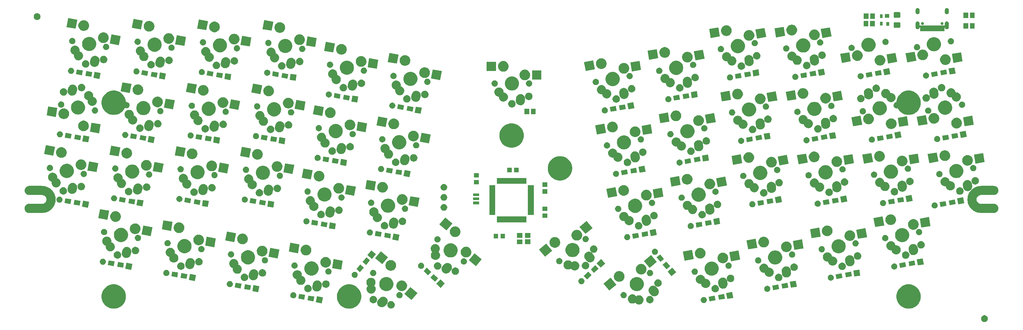
<source format=gbr>
G04 #@! TF.GenerationSoftware,KiCad,Pcbnew,(6.0.0-rc1-dev-1469-g932b9a334)*
G04 #@! TF.CreationDate,2019-08-24T21:44:17-07:00
G04 #@! TF.ProjectId,Laptreus-v2,4c617074-7265-4757-932d-76322e6b6963,rev?*
G04 #@! TF.SameCoordinates,Original*
G04 #@! TF.FileFunction,Soldermask,Top*
G04 #@! TF.FilePolarity,Negative*
%FSLAX46Y46*%
G04 Gerber Fmt 4.6, Leading zero omitted, Abs format (unit mm)*
G04 Created by KiCad (PCBNEW (6.0.0-rc1-dev-1469-g932b9a334)) date Saturday, August 24, 2019 at 09:44:17 PM*
%MOMM*%
%LPD*%
G04 APERTURE LIST*
%ADD10C,0.100000*%
G04 APERTURE END LIST*
D10*
G36*
X373006746Y-162387004D02*
G01*
X373113353Y-162431162D01*
X373188736Y-162462387D01*
X373297680Y-162535181D01*
X373352523Y-162571826D01*
X373491808Y-162711111D01*
X373491809Y-162711113D01*
X373601247Y-162874898D01*
X373601247Y-162874899D01*
X373676630Y-163056888D01*
X373715058Y-163250083D01*
X373715058Y-163447069D01*
X373676630Y-163640264D01*
X373632472Y-163746871D01*
X373601247Y-163822254D01*
X373528453Y-163931198D01*
X373491808Y-163986041D01*
X373352523Y-164125326D01*
X373297680Y-164161971D01*
X373188736Y-164234765D01*
X373113353Y-164265990D01*
X373006746Y-164310148D01*
X372813551Y-164348576D01*
X372616565Y-164348576D01*
X372423370Y-164310148D01*
X372316763Y-164265990D01*
X372241380Y-164234765D01*
X372132436Y-164161971D01*
X372077593Y-164125326D01*
X371938308Y-163986041D01*
X371901663Y-163931198D01*
X371828869Y-163822254D01*
X371797644Y-163746871D01*
X371753486Y-163640264D01*
X371715058Y-163447069D01*
X371715058Y-163250083D01*
X371753486Y-163056888D01*
X371828869Y-162874899D01*
X371828869Y-162874898D01*
X371938307Y-162711113D01*
X371938308Y-162711111D01*
X372077593Y-162571826D01*
X372132436Y-162535181D01*
X372241380Y-162462387D01*
X372316763Y-162431162D01*
X372423370Y-162387004D01*
X372616565Y-162348576D01*
X372813551Y-162348576D01*
X373006746Y-162387004D01*
X373006746Y-162387004D01*
G37*
G36*
X351349235Y-153333720D02*
G01*
X351519772Y-153404359D01*
X352004395Y-153605096D01*
X352208238Y-153741300D01*
X352594021Y-153999071D01*
X353095459Y-154500509D01*
X353275380Y-154769781D01*
X353489434Y-155090135D01*
X353662550Y-155508075D01*
X353760810Y-155745295D01*
X353899155Y-156440804D01*
X353899155Y-157149946D01*
X353760810Y-157845455D01*
X353676378Y-158049292D01*
X353489434Y-158500615D01*
X353339295Y-158725313D01*
X353095459Y-159090241D01*
X352594021Y-159591679D01*
X352239603Y-159828493D01*
X352004395Y-159985654D01*
X351567622Y-160166571D01*
X351349235Y-160257030D01*
X350653726Y-160395375D01*
X349944584Y-160395375D01*
X349249075Y-160257030D01*
X349030688Y-160166571D01*
X348593915Y-159985654D01*
X348358707Y-159828493D01*
X348004289Y-159591679D01*
X347502851Y-159090241D01*
X347259015Y-158725313D01*
X347108876Y-158500615D01*
X346921932Y-158049292D01*
X346837500Y-157845455D01*
X346699155Y-157149946D01*
X346699155Y-156440804D01*
X346837500Y-155745295D01*
X346935760Y-155508075D01*
X347108876Y-155090135D01*
X347322930Y-154769781D01*
X347502851Y-154500509D01*
X348004289Y-153999071D01*
X348390072Y-153741300D01*
X348593915Y-153605096D01*
X349078538Y-153404359D01*
X349249075Y-153333720D01*
X349944584Y-153195375D01*
X350653726Y-153195375D01*
X351349235Y-153333720D01*
X351349235Y-153333720D01*
G37*
G36*
X186049235Y-153333720D02*
G01*
X186219772Y-153404359D01*
X186704395Y-153605096D01*
X186908238Y-153741300D01*
X187294021Y-153999071D01*
X187795459Y-154500509D01*
X187975380Y-154769781D01*
X188189434Y-155090135D01*
X188362550Y-155508075D01*
X188460810Y-155745295D01*
X188599155Y-156440804D01*
X188599155Y-157149946D01*
X188460810Y-157845455D01*
X188376378Y-158049292D01*
X188189434Y-158500615D01*
X188039295Y-158725313D01*
X187795459Y-159090241D01*
X187294021Y-159591679D01*
X186939603Y-159828493D01*
X186704395Y-159985654D01*
X186267622Y-160166571D01*
X186049235Y-160257030D01*
X185353726Y-160395375D01*
X184644584Y-160395375D01*
X183949075Y-160257030D01*
X183730688Y-160166571D01*
X183293915Y-159985654D01*
X183058707Y-159828493D01*
X182704289Y-159591679D01*
X182202851Y-159090241D01*
X181959015Y-158725313D01*
X181808876Y-158500615D01*
X181621932Y-158049292D01*
X181537500Y-157845455D01*
X181399155Y-157149946D01*
X181399155Y-156440804D01*
X181537500Y-155745295D01*
X181635760Y-155508075D01*
X181808876Y-155090135D01*
X182022930Y-154769781D01*
X182202851Y-154500509D01*
X182704289Y-153999071D01*
X183090072Y-153741300D01*
X183293915Y-153605096D01*
X183778538Y-153404359D01*
X183949075Y-153333720D01*
X184644584Y-153195375D01*
X185353726Y-153195375D01*
X186049235Y-153333720D01*
X186049235Y-153333720D01*
G37*
G36*
X116499235Y-153333720D02*
G01*
X116669772Y-153404359D01*
X117154395Y-153605096D01*
X117358238Y-153741300D01*
X117744021Y-153999071D01*
X118245459Y-154500509D01*
X118425380Y-154769781D01*
X118639434Y-155090135D01*
X118812550Y-155508075D01*
X118910810Y-155745295D01*
X119049155Y-156440804D01*
X119049155Y-157149946D01*
X118910810Y-157845455D01*
X118826378Y-158049292D01*
X118639434Y-158500615D01*
X118489295Y-158725313D01*
X118245459Y-159090241D01*
X117744021Y-159591679D01*
X117389603Y-159828493D01*
X117154395Y-159985654D01*
X116717622Y-160166571D01*
X116499235Y-160257030D01*
X115803726Y-160395375D01*
X115094584Y-160395375D01*
X114399075Y-160257030D01*
X114180688Y-160166571D01*
X113743915Y-159985654D01*
X113508707Y-159828493D01*
X113154289Y-159591679D01*
X112652851Y-159090241D01*
X112409015Y-158725313D01*
X112258876Y-158500615D01*
X112071932Y-158049292D01*
X111987500Y-157845455D01*
X111849155Y-157149946D01*
X111849155Y-156440804D01*
X111987500Y-155745295D01*
X112085760Y-155508075D01*
X112258876Y-155090135D01*
X112472930Y-154769781D01*
X112652851Y-154500509D01*
X113154289Y-153999071D01*
X113540072Y-153741300D01*
X113743915Y-153605096D01*
X114228538Y-153404359D01*
X114399075Y-153333720D01*
X115094584Y-153195375D01*
X115803726Y-153195375D01*
X116499235Y-153333720D01*
X116499235Y-153333720D01*
G37*
G36*
X197707856Y-158199347D02*
G01*
X197833753Y-158251496D01*
X197908043Y-158282268D01*
X198027882Y-158362342D01*
X198088209Y-158402651D01*
X198241422Y-158555864D01*
X198277594Y-158609999D01*
X198361805Y-158736030D01*
X198361805Y-158736031D01*
X198444726Y-158936217D01*
X198486998Y-159148734D01*
X198486998Y-159365416D01*
X198444726Y-159577933D01*
X198405630Y-159672317D01*
X198361805Y-159778120D01*
X198298155Y-159873379D01*
X198241422Y-159958286D01*
X198088209Y-160111499D01*
X198027882Y-160151808D01*
X197908043Y-160231882D01*
X197849409Y-160256169D01*
X197707856Y-160314803D01*
X197495339Y-160357075D01*
X197278657Y-160357075D01*
X197066140Y-160314803D01*
X196924587Y-160256169D01*
X196865953Y-160231882D01*
X196746114Y-160151808D01*
X196685787Y-160111499D01*
X196532574Y-159958286D01*
X196475841Y-159873379D01*
X196412191Y-159778120D01*
X196368366Y-159672317D01*
X196329270Y-159577933D01*
X196286998Y-159365416D01*
X196286998Y-159148734D01*
X196329270Y-158936217D01*
X196412191Y-158736031D01*
X196412191Y-158736030D01*
X196496402Y-158609999D01*
X196532574Y-158555864D01*
X196685787Y-158402651D01*
X196746114Y-158362342D01*
X196865953Y-158282268D01*
X196940243Y-158251496D01*
X197066140Y-158199347D01*
X197278657Y-158157075D01*
X197495339Y-158157075D01*
X197707856Y-158199347D01*
X197707856Y-158199347D01*
G37*
G36*
X195163903Y-156867026D02*
G01*
X195290990Y-156877083D01*
X195450312Y-156922092D01*
X195546903Y-156949379D01*
X195783793Y-157070210D01*
X195992557Y-157234935D01*
X196165174Y-157437223D01*
X196165176Y-157437227D01*
X196165177Y-157437228D01*
X196295009Y-157669296D01*
X196314576Y-157729608D01*
X196377076Y-157922248D01*
X196408217Y-158186344D01*
X196400625Y-158282268D01*
X196387237Y-158451441D01*
X196360539Y-158545944D01*
X196314941Y-158707353D01*
X196194110Y-158944243D01*
X196121488Y-159036280D01*
X196070668Y-159100687D01*
X196070665Y-159100690D01*
X195576517Y-159614185D01*
X195424923Y-159743544D01*
X195424919Y-159743546D01*
X195424918Y-159743547D01*
X195192849Y-159873379D01*
X195192846Y-159873380D01*
X194939898Y-159955446D01*
X194675801Y-159986587D01*
X194537792Y-159975664D01*
X194410706Y-159965607D01*
X194251384Y-159920598D01*
X194154793Y-159893311D01*
X194115717Y-159873379D01*
X193917905Y-159772480D01*
X193917903Y-159772479D01*
X193709139Y-159607754D01*
X193536522Y-159405467D01*
X193536519Y-159405462D01*
X193406687Y-159173393D01*
X193398687Y-159148734D01*
X193324620Y-158920442D01*
X193293479Y-158656345D01*
X193309696Y-158451441D01*
X193314459Y-158391250D01*
X193386756Y-158135335D01*
X193507586Y-157898449D01*
X193507587Y-157898447D01*
X193618228Y-157758226D01*
X193631029Y-157742002D01*
X194125177Y-157228507D01*
X194132268Y-157222456D01*
X194276773Y-157099146D01*
X194276778Y-157099143D01*
X194508847Y-156969311D01*
X194508850Y-156969310D01*
X194761797Y-156887244D01*
X195025894Y-156856103D01*
X195163903Y-156867026D01*
X195163903Y-156867026D01*
G37*
G36*
X269107207Y-156230838D02*
G01*
X269352894Y-156332605D01*
X269574004Y-156480346D01*
X269762041Y-156668383D01*
X269785192Y-156703031D01*
X269791410Y-156710607D01*
X269798987Y-156716826D01*
X269807631Y-156721446D01*
X269817011Y-156724291D01*
X269826765Y-156725252D01*
X269836520Y-156724291D01*
X269845899Y-156721446D01*
X269854544Y-156716825D01*
X270015950Y-156608977D01*
X270261637Y-156507210D01*
X270522451Y-156455331D01*
X270788381Y-156455331D01*
X271049195Y-156507210D01*
X271294882Y-156608977D01*
X271515992Y-156756718D01*
X271704029Y-156944755D01*
X271851770Y-157165865D01*
X271953537Y-157411552D01*
X272005416Y-157672366D01*
X272005416Y-157938296D01*
X271953537Y-158199110D01*
X271851770Y-158444797D01*
X271704029Y-158665907D01*
X271515992Y-158853944D01*
X271294882Y-159001685D01*
X271049195Y-159103452D01*
X270788381Y-159155331D01*
X270522451Y-159155331D01*
X270261637Y-159103452D01*
X270015950Y-159001685D01*
X269794840Y-158853944D01*
X269606803Y-158665907D01*
X269583652Y-158631259D01*
X269577434Y-158623683D01*
X269569857Y-158617464D01*
X269561213Y-158612844D01*
X269551833Y-158609999D01*
X269542079Y-158609038D01*
X269532324Y-158609999D01*
X269522945Y-158612844D01*
X269514300Y-158617465D01*
X269352894Y-158725313D01*
X269107207Y-158827080D01*
X268846393Y-158878959D01*
X268580463Y-158878959D01*
X268319649Y-158827080D01*
X268073962Y-158725313D01*
X267852852Y-158577572D01*
X267664815Y-158389535D01*
X267517074Y-158168425D01*
X267415307Y-157922738D01*
X267363428Y-157661924D01*
X267363428Y-157395994D01*
X267415307Y-157135180D01*
X267517074Y-156889493D01*
X267664815Y-156668383D01*
X267852852Y-156480346D01*
X268073962Y-156332605D01*
X268319649Y-156230838D01*
X268580463Y-156178959D01*
X268846393Y-156178959D01*
X269107207Y-156230838D01*
X269107207Y-156230838D01*
G37*
G36*
X177246766Y-157074250D02*
G01*
X176934199Y-158846905D01*
X175161544Y-158534338D01*
X175474111Y-156761683D01*
X177246766Y-157074250D01*
X177246766Y-157074250D01*
G37*
G36*
X274176961Y-156672724D02*
G01*
X274301453Y-156724291D01*
X274377148Y-156755645D01*
X274496929Y-156835680D01*
X274557314Y-156876028D01*
X274710527Y-157029241D01*
X274723929Y-157049299D01*
X274830910Y-157209407D01*
X274841484Y-157234935D01*
X274913831Y-157409594D01*
X274956103Y-157622111D01*
X274956103Y-157838793D01*
X274913831Y-158051310D01*
X274857897Y-158186344D01*
X274830910Y-158251497D01*
X274810349Y-158282268D01*
X274710527Y-158431663D01*
X274557314Y-158584876D01*
X274515457Y-158612844D01*
X274377148Y-158705259D01*
X274358708Y-158712897D01*
X274176961Y-158788180D01*
X273964444Y-158830452D01*
X273747762Y-158830452D01*
X273535245Y-158788180D01*
X273353498Y-158712897D01*
X273335058Y-158705259D01*
X273196749Y-158612844D01*
X273154892Y-158584876D01*
X273001679Y-158431663D01*
X272901857Y-158282268D01*
X272881296Y-158251497D01*
X272854309Y-158186344D01*
X272798375Y-158051310D01*
X272756103Y-157838793D01*
X272756103Y-157622111D01*
X272798375Y-157409594D01*
X272870722Y-157234935D01*
X272881296Y-157209407D01*
X272988277Y-157049299D01*
X273001679Y-157029241D01*
X273154892Y-156876028D01*
X273215277Y-156835680D01*
X273335058Y-156755645D01*
X273410753Y-156724291D01*
X273535245Y-156672724D01*
X273747762Y-156630452D01*
X273964444Y-156630452D01*
X274176961Y-156672724D01*
X274176961Y-156672724D01*
G37*
G36*
X192463501Y-156670706D02*
G01*
X192595185Y-156725252D01*
X192663688Y-156753627D01*
X192783527Y-156833701D01*
X192843854Y-156874010D01*
X192997067Y-157027223D01*
X193025790Y-157070210D01*
X193117450Y-157207389D01*
X193126197Y-157228507D01*
X193200371Y-157407576D01*
X193242643Y-157620093D01*
X193242643Y-157836775D01*
X193200371Y-158049292D01*
X193164730Y-158135335D01*
X193117450Y-158249479D01*
X193101614Y-158273179D01*
X192997067Y-158429645D01*
X192843854Y-158582858D01*
X192792062Y-158617464D01*
X192663688Y-158703241D01*
X192640376Y-158712897D01*
X192463501Y-158786162D01*
X192250984Y-158828434D01*
X192034302Y-158828434D01*
X191821785Y-158786162D01*
X191644910Y-158712897D01*
X191621598Y-158703241D01*
X191493224Y-158617464D01*
X191441432Y-158582858D01*
X191288219Y-158429645D01*
X191183672Y-158273179D01*
X191167836Y-158249479D01*
X191120556Y-158135335D01*
X191084915Y-158049292D01*
X191042643Y-157836775D01*
X191042643Y-157620093D01*
X191084915Y-157407576D01*
X191159089Y-157228507D01*
X191167836Y-157207389D01*
X191259496Y-157070210D01*
X191288219Y-157027223D01*
X191441432Y-156874010D01*
X191501759Y-156833701D01*
X191621598Y-156753627D01*
X191690101Y-156725252D01*
X191821785Y-156670706D01*
X192034302Y-156628434D01*
X192250984Y-156628434D01*
X192463501Y-156670706D01*
X192463501Y-156670706D01*
G37*
G36*
X290057034Y-156981454D02*
G01*
X290220824Y-157049298D01*
X290368231Y-157147792D01*
X290493590Y-157273151D01*
X290592084Y-157420558D01*
X290639497Y-157535023D01*
X290659928Y-157584348D01*
X290694514Y-157758225D01*
X290694514Y-157935511D01*
X290671882Y-158049292D01*
X290659928Y-158109388D01*
X290592084Y-158273178D01*
X290493590Y-158420585D01*
X290368231Y-158545944D01*
X290220824Y-158644438D01*
X290078861Y-158703241D01*
X290057034Y-158712282D01*
X289883157Y-158746868D01*
X289705871Y-158746868D01*
X289531994Y-158712282D01*
X289510167Y-158703241D01*
X289368204Y-158644438D01*
X289220797Y-158545944D01*
X289095438Y-158420585D01*
X288996944Y-158273178D01*
X288929100Y-158109388D01*
X288917146Y-158049292D01*
X288894514Y-157935511D01*
X288894514Y-157758225D01*
X288929100Y-157584348D01*
X288949531Y-157535023D01*
X288996944Y-157420558D01*
X289095438Y-157273151D01*
X289220797Y-157147792D01*
X289368204Y-157049298D01*
X289531994Y-156981454D01*
X289705871Y-156946868D01*
X289883157Y-156946868D01*
X290057034Y-156981454D01*
X290057034Y-156981454D01*
G37*
G36*
X293264414Y-157945829D02*
G01*
X291491760Y-158258397D01*
X291248652Y-156879665D01*
X293021306Y-156567097D01*
X293264414Y-157945829D01*
X293264414Y-157945829D01*
G37*
G36*
X174750017Y-156837091D02*
G01*
X174515267Y-158168425D01*
X174506909Y-158215822D01*
X174506909Y-158215823D01*
X172734255Y-157903255D01*
X172977363Y-156524523D01*
X174750017Y-156837091D01*
X174750017Y-156837091D01*
G37*
G36*
X205183551Y-155760576D02*
G01*
X203448024Y-157828897D01*
X201341401Y-156061230D01*
X203076928Y-153992909D01*
X205183551Y-155760576D01*
X205183551Y-155760576D01*
G37*
G36*
X296021876Y-157459615D02*
G01*
X294249222Y-157772183D01*
X294006114Y-156393451D01*
X295778768Y-156080883D01*
X296021876Y-157459615D01*
X296021876Y-157459615D01*
G37*
G36*
X171992555Y-156350877D02*
G01*
X171768758Y-157620093D01*
X171749447Y-157729608D01*
X171749447Y-157729609D01*
X169976793Y-157417041D01*
X170219901Y-156038309D01*
X171992555Y-156350877D01*
X171992555Y-156350877D01*
G37*
G36*
X298518625Y-157222456D02*
G01*
X296745970Y-157535023D01*
X296433403Y-155762368D01*
X298206058Y-155449801D01*
X298518625Y-157222456D01*
X298518625Y-157222456D01*
G37*
G36*
X168751889Y-155577803D02*
G01*
X168785175Y-155584424D01*
X168948965Y-155652268D01*
X169096372Y-155750762D01*
X169221731Y-155876121D01*
X169320225Y-156023528D01*
X169364217Y-156129735D01*
X169388069Y-156187318D01*
X169422655Y-156361195D01*
X169422655Y-156538481D01*
X169400679Y-156648962D01*
X169388069Y-156712358D01*
X169320225Y-156876148D01*
X169221731Y-157023555D01*
X169096372Y-157148914D01*
X168948965Y-157247408D01*
X168785175Y-157315252D01*
X168611298Y-157349838D01*
X168434012Y-157349838D01*
X168260135Y-157315252D01*
X168096345Y-157247408D01*
X167948938Y-157148914D01*
X167823579Y-157023555D01*
X167725085Y-156876148D01*
X167657241Y-156712358D01*
X167644631Y-156648962D01*
X167622655Y-156538481D01*
X167622655Y-156361195D01*
X167657241Y-156187318D01*
X167681093Y-156129735D01*
X167725085Y-156023528D01*
X167823579Y-155876121D01*
X167948938Y-155750762D01*
X168096345Y-155652268D01*
X168260135Y-155584424D01*
X168293421Y-155577803D01*
X168434012Y-155549838D01*
X168611298Y-155549838D01*
X168751889Y-155577803D01*
X168751889Y-155577803D01*
G37*
G36*
X266377682Y-155510092D02*
G01*
X266377685Y-155510093D01*
X266377684Y-155510093D01*
X266546023Y-155579821D01*
X266546026Y-155579823D01*
X266697524Y-155681050D01*
X266826367Y-155809893D01*
X266878219Y-155887496D01*
X266927596Y-155961394D01*
X266968949Y-156061230D01*
X266997325Y-156129735D01*
X267032871Y-156308440D01*
X267032871Y-156490652D01*
X266997325Y-156669357D01*
X266997324Y-156669359D01*
X266927596Y-156837698D01*
X266927594Y-156837701D01*
X266826367Y-156989199D01*
X266697524Y-157118042D01*
X266560784Y-157209408D01*
X266546023Y-157219271D01*
X266415947Y-157273150D01*
X266377682Y-157289000D01*
X266198977Y-157324546D01*
X266016765Y-157324546D01*
X265838060Y-157289000D01*
X265799795Y-157273150D01*
X265669719Y-157219271D01*
X265654958Y-157209408D01*
X265518218Y-157118042D01*
X265389375Y-156989199D01*
X265288148Y-156837701D01*
X265288146Y-156837698D01*
X265218418Y-156669359D01*
X265218417Y-156669357D01*
X265182871Y-156490652D01*
X265182871Y-156308440D01*
X265218417Y-156129735D01*
X265246793Y-156061230D01*
X265288146Y-155961394D01*
X265337523Y-155887496D01*
X265389375Y-155809893D01*
X265518218Y-155681050D01*
X265669716Y-155579823D01*
X265669719Y-155579821D01*
X265838058Y-155510093D01*
X265838057Y-155510093D01*
X265838060Y-155510092D01*
X266016765Y-155474546D01*
X266198977Y-155474546D01*
X266377682Y-155510092D01*
X266377682Y-155510092D01*
G37*
G36*
X200160686Y-155508074D02*
G01*
X200191779Y-155520953D01*
X200329027Y-155577803D01*
X200329030Y-155577805D01*
X200480528Y-155679032D01*
X200609371Y-155807875D01*
X200697236Y-155939375D01*
X200710600Y-155959376D01*
X200743295Y-156038309D01*
X200780329Y-156127717D01*
X200815875Y-156306422D01*
X200815875Y-156488634D01*
X200780329Y-156667339D01*
X200779896Y-156668384D01*
X200710600Y-156835680D01*
X200710598Y-156835683D01*
X200609371Y-156987181D01*
X200480528Y-157116024D01*
X200343788Y-157207390D01*
X200329027Y-157217253D01*
X200194079Y-157273150D01*
X200160686Y-157286982D01*
X199981981Y-157322528D01*
X199799769Y-157322528D01*
X199621064Y-157286982D01*
X199587671Y-157273150D01*
X199452723Y-157217253D01*
X199437962Y-157207390D01*
X199301222Y-157116024D01*
X199172379Y-156987181D01*
X199071152Y-156835683D01*
X199071150Y-156835680D01*
X199001854Y-156668384D01*
X199001421Y-156667339D01*
X198965875Y-156488634D01*
X198965875Y-156306422D01*
X199001421Y-156127717D01*
X199038455Y-156038309D01*
X199071150Y-155959376D01*
X199084514Y-155939375D01*
X199172379Y-155807875D01*
X199301222Y-155679032D01*
X199452720Y-155577805D01*
X199452723Y-155577803D01*
X199589971Y-155520953D01*
X199621064Y-155508074D01*
X199799769Y-155472528D01*
X199981981Y-155472528D01*
X200160686Y-155508074D01*
X200160686Y-155508074D01*
G37*
G36*
X274903939Y-153600967D02*
G01*
X275047764Y-153609197D01*
X275239687Y-153658921D01*
X275305193Y-153675892D01*
X275544658Y-153791526D01*
X275756970Y-153951659D01*
X275889606Y-154100395D01*
X276301679Y-154665488D01*
X276309491Y-154676202D01*
X276410561Y-154847955D01*
X276465333Y-155005019D01*
X276498126Y-155099055D01*
X276535021Y-155362405D01*
X276528719Y-155472528D01*
X276519828Y-155627899D01*
X276484989Y-155762368D01*
X276453133Y-155885328D01*
X276337499Y-156124793D01*
X276337497Y-156124795D01*
X276337497Y-156124796D01*
X276177366Y-156337105D01*
X275978893Y-156514093D01*
X275749704Y-156648962D01*
X275596070Y-156702537D01*
X275498603Y-156736527D01*
X275235253Y-156773422D01*
X275113584Y-156766459D01*
X274969759Y-156758229D01*
X274777837Y-156708505D01*
X274712331Y-156691534D01*
X274472866Y-156575900D01*
X274260554Y-156415767D01*
X274127918Y-156267031D01*
X273708037Y-155691230D01*
X273702047Y-155681051D01*
X273606963Y-155519471D01*
X273542393Y-155334308D01*
X273519398Y-155268370D01*
X273482503Y-155005020D01*
X273490870Y-154858817D01*
X273497696Y-154739527D01*
X273549052Y-154541304D01*
X273564391Y-154482098D01*
X273680025Y-154242633D01*
X273840158Y-154030321D01*
X273881563Y-153993398D01*
X274038631Y-153853333D01*
X274267820Y-153718464D01*
X274460085Y-153651417D01*
X274518921Y-153630899D01*
X274782271Y-153594004D01*
X274903939Y-153600967D01*
X274903939Y-153600967D01*
G37*
G36*
X191841838Y-151330778D02*
G01*
X192087525Y-151432545D01*
X192308635Y-151580286D01*
X192496672Y-151768323D01*
X192644413Y-151989433D01*
X192746180Y-152235120D01*
X192798059Y-152495934D01*
X192798059Y-152761864D01*
X192746180Y-153022678D01*
X192644413Y-153268365D01*
X192496673Y-153489473D01*
X192444889Y-153541258D01*
X192438671Y-153548835D01*
X192434051Y-153557479D01*
X192431206Y-153566859D01*
X192430245Y-153576613D01*
X192431206Y-153586368D01*
X192434051Y-153595748D01*
X192438672Y-153604392D01*
X192444890Y-153611968D01*
X192561721Y-153728799D01*
X192709462Y-153949909D01*
X192811229Y-154195596D01*
X192863108Y-154456410D01*
X192863108Y-154722340D01*
X192811229Y-154983154D01*
X192709462Y-155228841D01*
X192561721Y-155449951D01*
X192373684Y-155637988D01*
X192152574Y-155785729D01*
X191906887Y-155887496D01*
X191646073Y-155939375D01*
X191380143Y-155939375D01*
X191119329Y-155887496D01*
X190873642Y-155785729D01*
X190652532Y-155637988D01*
X190464495Y-155449951D01*
X190316754Y-155228841D01*
X190214987Y-154983154D01*
X190163108Y-154722340D01*
X190163108Y-154456410D01*
X190214987Y-154195596D01*
X190316754Y-153949909D01*
X190464493Y-153728802D01*
X190516283Y-153677012D01*
X190522496Y-153669441D01*
X190527117Y-153660797D01*
X190529962Y-153651417D01*
X190530923Y-153641662D01*
X190529962Y-153631908D01*
X190527117Y-153622528D01*
X190522497Y-153613884D01*
X190516278Y-153606307D01*
X190399446Y-153489475D01*
X190251705Y-153268365D01*
X190149938Y-153022678D01*
X190098059Y-152761864D01*
X190098059Y-152495934D01*
X190149938Y-152235120D01*
X190251705Y-151989433D01*
X190399446Y-151768323D01*
X190587483Y-151580286D01*
X190808593Y-151432545D01*
X191054280Y-151330778D01*
X191315094Y-151278899D01*
X191581024Y-151278899D01*
X191841838Y-151330778D01*
X191841838Y-151330778D01*
G37*
G36*
X293481848Y-153422156D02*
G01*
X293584076Y-153464501D01*
X293682035Y-153505077D01*
X293776430Y-153568150D01*
X293862201Y-153625460D01*
X294015414Y-153778673D01*
X294055723Y-153839000D01*
X294135797Y-153958839D01*
X294152462Y-153999072D01*
X294218718Y-154159026D01*
X294260990Y-154371543D01*
X294260990Y-154588225D01*
X294218718Y-154800742D01*
X294160084Y-154942295D01*
X294135797Y-155000929D01*
X294076191Y-155090135D01*
X294015414Y-155181095D01*
X293862201Y-155334308D01*
X293820149Y-155362406D01*
X293682035Y-155454691D01*
X293634101Y-155474546D01*
X293481848Y-155537612D01*
X293269331Y-155579884D01*
X293052649Y-155579884D01*
X292840132Y-155537612D01*
X292687879Y-155474546D01*
X292639945Y-155454691D01*
X292501831Y-155362406D01*
X292459779Y-155334308D01*
X292306566Y-155181095D01*
X292245789Y-155090135D01*
X292186183Y-155000929D01*
X292161896Y-154942295D01*
X292103262Y-154800742D01*
X292060990Y-154588225D01*
X292060990Y-154371543D01*
X292103262Y-154159026D01*
X292169518Y-153999072D01*
X292186183Y-153958839D01*
X292266257Y-153839000D01*
X292306566Y-153778673D01*
X292459779Y-153625460D01*
X292545550Y-153568150D01*
X292639945Y-153505077D01*
X292737904Y-153464501D01*
X292840132Y-153422156D01*
X293052649Y-153379884D01*
X293269331Y-153379884D01*
X293481848Y-153422156D01*
X293481848Y-153422156D01*
G37*
G36*
X158486178Y-153766251D02*
G01*
X158173611Y-155538906D01*
X156400956Y-155226339D01*
X156713523Y-153453684D01*
X158486178Y-153766251D01*
X158486178Y-153766251D01*
G37*
G36*
X173158539Y-153379582D02*
G01*
X173300092Y-153438216D01*
X173358726Y-153462503D01*
X173458383Y-153529092D01*
X173538892Y-153582886D01*
X173692105Y-153736099D01*
X173727047Y-153788394D01*
X173812488Y-153916265D01*
X173830123Y-153958839D01*
X173895409Y-154116452D01*
X173937681Y-154328969D01*
X173937681Y-154545651D01*
X173895409Y-154758168D01*
X173845833Y-154877853D01*
X173812488Y-154958355D01*
X173781308Y-155005019D01*
X173692105Y-155138521D01*
X173538892Y-155291734D01*
X173517432Y-155306073D01*
X173358726Y-155412117D01*
X173300092Y-155436404D01*
X173158539Y-155495038D01*
X172946022Y-155537310D01*
X172729340Y-155537310D01*
X172516823Y-155495038D01*
X172375270Y-155436404D01*
X172316636Y-155412117D01*
X172157930Y-155306073D01*
X172136470Y-155291734D01*
X171983257Y-155138521D01*
X171894054Y-155005019D01*
X171862874Y-154958355D01*
X171829529Y-154877853D01*
X171779953Y-154758168D01*
X171737681Y-154545651D01*
X171737681Y-154328969D01*
X171779953Y-154116452D01*
X171845239Y-153958839D01*
X171862874Y-153916265D01*
X171948315Y-153788394D01*
X171983257Y-153736099D01*
X172136470Y-153582886D01*
X172216979Y-153529092D01*
X172316636Y-153462503D01*
X172375270Y-153438216D01*
X172516823Y-153379582D01*
X172729340Y-153337310D01*
X172946022Y-153337310D01*
X173158539Y-153379582D01*
X173158539Y-153379582D01*
G37*
G36*
X308750064Y-153660018D02*
G01*
X308817622Y-153673456D01*
X308981412Y-153741300D01*
X309128819Y-153839794D01*
X309254178Y-153965153D01*
X309352672Y-154112560D01*
X309400085Y-154227025D01*
X309420516Y-154276350D01*
X309455102Y-154450227D01*
X309455102Y-154627513D01*
X309445418Y-154676196D01*
X309420516Y-154801390D01*
X309352672Y-154965180D01*
X309254178Y-155112587D01*
X309128819Y-155237946D01*
X308981412Y-155336440D01*
X308918724Y-155362406D01*
X308817622Y-155404284D01*
X308643745Y-155438870D01*
X308466459Y-155438870D01*
X308292582Y-155404284D01*
X308191480Y-155362406D01*
X308128792Y-155336440D01*
X307981385Y-155237946D01*
X307856026Y-155112587D01*
X307757532Y-154965180D01*
X307689688Y-154801390D01*
X307664786Y-154676196D01*
X307655102Y-154627513D01*
X307655102Y-154450227D01*
X307689688Y-154276350D01*
X307710119Y-154227025D01*
X307757532Y-154112560D01*
X307856026Y-153965153D01*
X307981385Y-153839794D01*
X308128792Y-153741300D01*
X308292582Y-153673456D01*
X308360140Y-153660018D01*
X308466459Y-153638870D01*
X308643745Y-153638870D01*
X308750064Y-153660018D01*
X308750064Y-153660018D01*
G37*
G36*
X175925049Y-152084970D02*
G01*
X175925051Y-152084971D01*
X175925053Y-152084971D01*
X176097939Y-152146278D01*
X176175690Y-152173849D01*
X176404164Y-152309911D01*
X176451882Y-152352914D01*
X176601712Y-152487940D01*
X176760730Y-152701084D01*
X176819896Y-152825268D01*
X176875111Y-152941157D01*
X176912692Y-153089407D01*
X176940456Y-153198929D01*
X176954154Y-153462503D01*
X176954258Y-153464501D01*
X176925577Y-153661702D01*
X176925576Y-153661707D01*
X176905749Y-153741824D01*
X176754381Y-154353478D01*
X176730221Y-154421609D01*
X176687776Y-154541304D01*
X176687774Y-154541307D01*
X176551712Y-154769781D01*
X176388941Y-154950398D01*
X176373683Y-154967329D01*
X176160539Y-155126347D01*
X175945415Y-155228841D01*
X175920466Y-155240728D01*
X175811424Y-155268370D01*
X175662695Y-155306073D01*
X175397127Y-155319875D01*
X175397124Y-155319875D01*
X175284345Y-155303472D01*
X175133969Y-155281602D01*
X174883335Y-155192725D01*
X174849160Y-155172372D01*
X174654858Y-155056661D01*
X174457310Y-154878632D01*
X174399683Y-154801390D01*
X174298292Y-154665488D01*
X174183912Y-154425417D01*
X174182947Y-154421610D01*
X174137576Y-154242633D01*
X174118566Y-154167644D01*
X174104764Y-153902076D01*
X174105739Y-153895375D01*
X174133445Y-153704871D01*
X174138204Y-153685642D01*
X174186750Y-153489473D01*
X174304641Y-153013094D01*
X174334700Y-152928328D01*
X174371246Y-152825268D01*
X174409006Y-152761862D01*
X174507310Y-152596791D01*
X174685339Y-152399243D01*
X174747438Y-152352914D01*
X174898483Y-152240226D01*
X175138554Y-152125846D01*
X175181916Y-152114854D01*
X175396326Y-152060499D01*
X175627616Y-152048479D01*
X175661895Y-152046697D01*
X175661898Y-152046697D01*
X175925049Y-152084970D01*
X175925049Y-152084970D01*
G37*
G36*
X270609032Y-151124415D02*
G01*
X270652041Y-151142230D01*
X270989406Y-151281971D01*
X271331732Y-151510706D01*
X271622856Y-151801830D01*
X271851591Y-152144156D01*
X271944492Y-152368439D01*
X272009147Y-152524530D01*
X272089467Y-152928328D01*
X272089467Y-153340042D01*
X272009147Y-153743840D01*
X271998910Y-153768554D01*
X271851591Y-154124214D01*
X271622856Y-154466540D01*
X271331732Y-154757664D01*
X270989406Y-154986399D01*
X270717430Y-155099055D01*
X270609032Y-155143955D01*
X270205234Y-155224275D01*
X269793520Y-155224275D01*
X269389722Y-155143955D01*
X269281324Y-155099055D01*
X269009348Y-154986399D01*
X268667022Y-154757664D01*
X268375898Y-154466540D01*
X268147163Y-154124214D01*
X267999844Y-153768554D01*
X267989607Y-153743840D01*
X267909287Y-153340042D01*
X267909287Y-152928328D01*
X267989607Y-152524530D01*
X268054262Y-152368439D01*
X268147163Y-152144156D01*
X268375898Y-151801830D01*
X268667022Y-151510706D01*
X269009348Y-151281971D01*
X269346713Y-151142230D01*
X269389722Y-151124415D01*
X269793520Y-151044095D01*
X270205234Y-151044095D01*
X270609032Y-151124415D01*
X270609032Y-151124415D01*
G37*
G36*
X196609024Y-151122397D02*
G01*
X196656905Y-151142230D01*
X196989398Y-151279953D01*
X197331724Y-151508688D01*
X197622848Y-151799812D01*
X197851583Y-152142138D01*
X197947422Y-152373514D01*
X198009139Y-152522512D01*
X198089459Y-152926310D01*
X198089459Y-153338024D01*
X198009139Y-153741822D01*
X198009138Y-153741824D01*
X197851583Y-154122196D01*
X197622848Y-154464522D01*
X197331724Y-154755646D01*
X196989398Y-154984381D01*
X196814898Y-155056661D01*
X196609024Y-155141937D01*
X196205226Y-155222257D01*
X195793512Y-155222257D01*
X195389714Y-155141937D01*
X195183840Y-155056661D01*
X195009340Y-154984381D01*
X194667014Y-154755646D01*
X194375890Y-154464522D01*
X194147155Y-154122196D01*
X193989600Y-153741824D01*
X193989599Y-153741822D01*
X193909279Y-153338024D01*
X193909279Y-152926310D01*
X193989599Y-152522512D01*
X194051316Y-152373514D01*
X194147155Y-152142138D01*
X194375890Y-151799812D01*
X194667014Y-151508688D01*
X195009340Y-151279953D01*
X195341833Y-151142230D01*
X195389714Y-151122397D01*
X195793512Y-151042077D01*
X196205226Y-151042077D01*
X196609024Y-151122397D01*
X196609024Y-151122397D01*
G37*
G36*
X200810428Y-152081246D02*
G01*
X201010090Y-152120961D01*
X201114398Y-152164167D01*
X201296722Y-152239688D01*
X201402210Y-152310173D01*
X201554683Y-152412052D01*
X201774062Y-152631431D01*
X201779672Y-152639827D01*
X201946426Y-152889392D01*
X201997665Y-153013094D01*
X202065153Y-153176024D01*
X202125679Y-153480310D01*
X202125679Y-153790560D01*
X202115808Y-153840183D01*
X202065153Y-154094846D01*
X202034999Y-154167644D01*
X201946426Y-154381478D01*
X201866892Y-154500509D01*
X201774062Y-154639439D01*
X201554683Y-154858818D01*
X201481340Y-154907824D01*
X201296722Y-155031182D01*
X201190332Y-155075250D01*
X201010090Y-155149909D01*
X200857946Y-155180172D01*
X200705804Y-155210435D01*
X200395554Y-155210435D01*
X200243412Y-155180172D01*
X200091268Y-155149909D01*
X199911026Y-155075250D01*
X199804636Y-155031182D01*
X199620018Y-154907824D01*
X199546675Y-154858818D01*
X199327296Y-154639439D01*
X199234466Y-154500509D01*
X199154932Y-154381478D01*
X199066359Y-154167644D01*
X199036205Y-154094846D01*
X198985550Y-153840183D01*
X198975679Y-153790560D01*
X198975679Y-153480310D01*
X199036205Y-153176024D01*
X199103693Y-153013094D01*
X199154932Y-152889392D01*
X199321686Y-152639827D01*
X199327296Y-152631431D01*
X199546675Y-152412052D01*
X199699148Y-152310173D01*
X199804636Y-152239688D01*
X199986960Y-152164167D01*
X200091268Y-152120961D01*
X200290930Y-152081246D01*
X200395554Y-152060435D01*
X200705804Y-152060435D01*
X200810428Y-152081246D01*
X200810428Y-152081246D01*
G37*
G36*
X263989880Y-153307583D02*
G01*
X261883257Y-155075250D01*
X260147730Y-153006929D01*
X262254353Y-151239262D01*
X263989880Y-153307583D01*
X263989880Y-153307583D01*
G37*
G36*
X312025002Y-154637831D02*
G01*
X310252348Y-154950399D01*
X310009240Y-153571667D01*
X311781894Y-153259099D01*
X312025002Y-154637831D01*
X312025002Y-154637831D01*
G37*
G36*
X155989429Y-153529092D02*
G01*
X155756878Y-154847955D01*
X155746321Y-154907823D01*
X155746321Y-154907824D01*
X153973667Y-154595256D01*
X154216775Y-153216524D01*
X155989429Y-153529092D01*
X155989429Y-153529092D01*
G37*
G36*
X295654157Y-151236117D02*
G01*
X295784775Y-151260974D01*
X296031296Y-151360699D01*
X296253624Y-151506602D01*
X296438458Y-151688396D01*
X296443215Y-151693075D01*
X296592784Y-151912953D01*
X296696584Y-152157785D01*
X296737082Y-152352912D01*
X296812811Y-153061517D01*
X296814464Y-153260795D01*
X296797786Y-153348432D01*
X296764749Y-153522032D01*
X296665024Y-153768553D01*
X296519121Y-153990881D01*
X296361028Y-154151617D01*
X296332648Y-154180472D01*
X296112770Y-154330041D01*
X295867938Y-154433841D01*
X295607557Y-154487882D01*
X295477368Y-154488961D01*
X295341644Y-154490087D01*
X295153093Y-154454204D01*
X295080409Y-154440372D01*
X295080408Y-154440372D01*
X295080405Y-154440371D01*
X294833885Y-154340646D01*
X294611558Y-154194743D01*
X294421967Y-154008271D01*
X294272398Y-153788393D01*
X294168598Y-153543561D01*
X294128100Y-153348434D01*
X294052371Y-152639827D01*
X294050718Y-152440551D01*
X294080406Y-152284550D01*
X294100433Y-152179314D01*
X294200158Y-151932793D01*
X294346061Y-151710465D01*
X294532533Y-151520875D01*
X294532534Y-151520874D01*
X294752412Y-151371305D01*
X294997244Y-151267505D01*
X295257622Y-151213464D01*
X295523538Y-151211259D01*
X295654157Y-151236117D01*
X295654157Y-151236117D01*
G37*
G36*
X314782464Y-154151617D02*
G01*
X313009810Y-154464185D01*
X312766702Y-153085453D01*
X314539356Y-152772885D01*
X314782464Y-154151617D01*
X314782464Y-154151617D01*
G37*
G36*
X153231967Y-153042878D02*
G01*
X152995936Y-154381477D01*
X152988859Y-154421609D01*
X152988859Y-154421610D01*
X151216205Y-154109042D01*
X151459313Y-152730310D01*
X153231967Y-153042878D01*
X153231967Y-153042878D01*
G37*
G36*
X289201829Y-150435927D02*
G01*
X289447516Y-150537694D01*
X289668626Y-150685435D01*
X289856663Y-150873472D01*
X290004404Y-151094582D01*
X290106171Y-151340269D01*
X290149323Y-151557209D01*
X290152168Y-151566589D01*
X290156788Y-151575233D01*
X290163007Y-151582810D01*
X290170583Y-151589028D01*
X290179228Y-151593649D01*
X290188607Y-151596494D01*
X290198362Y-151597455D01*
X290208116Y-151596494D01*
X290218709Y-151594387D01*
X290484639Y-151594387D01*
X290745453Y-151646266D01*
X290991140Y-151748033D01*
X291212250Y-151895774D01*
X291400287Y-152083811D01*
X291548028Y-152304921D01*
X291649795Y-152550608D01*
X291701674Y-152811422D01*
X291701674Y-153077352D01*
X291649795Y-153338166D01*
X291548028Y-153583853D01*
X291400287Y-153804963D01*
X291212250Y-153993000D01*
X290991140Y-154140741D01*
X290745453Y-154242508D01*
X290484639Y-154294387D01*
X290218709Y-154294387D01*
X289957895Y-154242508D01*
X289712208Y-154140741D01*
X289491098Y-153993000D01*
X289303061Y-153804963D01*
X289155320Y-153583853D01*
X289053553Y-153338166D01*
X289010401Y-153121226D01*
X289007556Y-153111846D01*
X289002936Y-153103202D01*
X288996717Y-153095625D01*
X288989141Y-153089407D01*
X288980496Y-153084786D01*
X288971117Y-153081941D01*
X288961362Y-153080980D01*
X288951608Y-153081941D01*
X288941015Y-153084048D01*
X288675085Y-153084048D01*
X288414271Y-153032169D01*
X288168584Y-152930402D01*
X287947474Y-152782661D01*
X287759437Y-152594624D01*
X287611696Y-152373514D01*
X287509929Y-152127827D01*
X287458050Y-151867013D01*
X287458050Y-151601083D01*
X287509929Y-151340269D01*
X287611696Y-151094582D01*
X287759437Y-150873472D01*
X287947474Y-150685435D01*
X288168584Y-150537694D01*
X288414271Y-150435927D01*
X288675085Y-150384048D01*
X288941015Y-150384048D01*
X289201829Y-150435927D01*
X289201829Y-150435927D01*
G37*
G36*
X213295075Y-152934820D02*
G01*
X212139787Y-154195595D01*
X212110987Y-154227025D01*
X212079012Y-154261919D01*
X210799441Y-153089407D01*
X210751914Y-153045857D01*
X210751913Y-153045856D01*
X211948763Y-151739724D01*
X211967975Y-151718758D01*
X211967976Y-151718757D01*
X213295075Y-152934820D01*
X213295075Y-152934820D01*
G37*
G36*
X178464604Y-152081246D02*
G01*
X178577061Y-152127828D01*
X178664791Y-152164167D01*
X178764674Y-152230907D01*
X178844957Y-152284550D01*
X178998170Y-152437763D01*
X179006587Y-152450360D01*
X179118553Y-152617929D01*
X179127623Y-152639827D01*
X179201474Y-152818116D01*
X179243746Y-153030633D01*
X179243746Y-153247315D01*
X179201474Y-153459832D01*
X179150102Y-153583852D01*
X179118553Y-153660019D01*
X179062545Y-153743840D01*
X178998170Y-153840185D01*
X178844957Y-153993398D01*
X178836465Y-153999072D01*
X178664791Y-154113781D01*
X178606157Y-154138068D01*
X178464604Y-154196702D01*
X178252087Y-154238974D01*
X178035405Y-154238974D01*
X177822888Y-154196702D01*
X177681335Y-154138068D01*
X177622701Y-154113781D01*
X177451027Y-153999072D01*
X177442535Y-153993398D01*
X177289322Y-153840185D01*
X177224947Y-153743840D01*
X177168939Y-153660019D01*
X177137390Y-153583852D01*
X177086018Y-153459832D01*
X177043746Y-153247315D01*
X177043746Y-153030633D01*
X177086018Y-152818116D01*
X177159869Y-152639827D01*
X177168939Y-152617929D01*
X177280905Y-152450360D01*
X177289322Y-152437763D01*
X177442535Y-152284550D01*
X177522818Y-152230907D01*
X177622701Y-152164167D01*
X177710431Y-152127828D01*
X177822888Y-152081246D01*
X178035405Y-152038974D01*
X178252087Y-152038974D01*
X178464604Y-152081246D01*
X178464604Y-152081246D01*
G37*
G36*
X317279213Y-153914458D02*
G01*
X315506558Y-154227025D01*
X315193991Y-152454370D01*
X316966646Y-152141803D01*
X317279213Y-153914458D01*
X317279213Y-153914458D01*
G37*
G36*
X149997851Y-152271107D02*
G01*
X150024587Y-152276425D01*
X150188377Y-152344269D01*
X150335784Y-152442763D01*
X150461143Y-152568122D01*
X150559637Y-152715529D01*
X150583395Y-152772886D01*
X150627481Y-152879319D01*
X150662067Y-153053196D01*
X150662067Y-153230482D01*
X150640274Y-153340042D01*
X150627481Y-153404359D01*
X150559637Y-153568149D01*
X150461143Y-153715556D01*
X150335784Y-153840915D01*
X150188377Y-153939409D01*
X150044340Y-153999071D01*
X150024587Y-154007253D01*
X149850710Y-154041839D01*
X149673424Y-154041839D01*
X149499547Y-154007253D01*
X149479794Y-153999071D01*
X149335757Y-153939409D01*
X149188350Y-153840915D01*
X149062991Y-153715556D01*
X148964497Y-153568149D01*
X148896653Y-153404359D01*
X148883860Y-153340042D01*
X148862067Y-153230482D01*
X148862067Y-153053196D01*
X148896653Y-152879319D01*
X148940739Y-152772886D01*
X148964497Y-152715529D01*
X149062991Y-152568122D01*
X149188350Y-152442763D01*
X149335757Y-152344269D01*
X149499547Y-152276425D01*
X149526283Y-152271107D01*
X149673424Y-152241839D01*
X149850710Y-152241839D01*
X149997851Y-152271107D01*
X149997851Y-152271107D01*
G37*
G36*
X276593051Y-151773489D02*
G01*
X276730736Y-151830521D01*
X276793238Y-151856410D01*
X276877859Y-151912952D01*
X276973404Y-151976793D01*
X277126617Y-152130006D01*
X277151025Y-152166536D01*
X277247000Y-152310172D01*
X277247000Y-152310173D01*
X277329921Y-152510359D01*
X277372193Y-152722876D01*
X277372193Y-152939558D01*
X277329921Y-153152075D01*
X277285589Y-153259100D01*
X277247000Y-153352262D01*
X277179232Y-153453684D01*
X277126617Y-153532428D01*
X276973404Y-153685641D01*
X276944624Y-153704871D01*
X276793238Y-153806024D01*
X276746815Y-153825253D01*
X276593051Y-153888945D01*
X276380534Y-153931217D01*
X276163852Y-153931217D01*
X275951335Y-153888945D01*
X275797571Y-153825253D01*
X275751148Y-153806024D01*
X275599762Y-153704871D01*
X275570982Y-153685641D01*
X275417769Y-153532428D01*
X275365154Y-153453684D01*
X275297386Y-153352262D01*
X275258797Y-153259100D01*
X275214465Y-153152075D01*
X275172193Y-152939558D01*
X275172193Y-152722876D01*
X275214465Y-152510359D01*
X275297386Y-152310173D01*
X275297386Y-152310172D01*
X275393361Y-152166536D01*
X275417769Y-152130006D01*
X275570982Y-151976793D01*
X275666527Y-151912952D01*
X275751148Y-151856410D01*
X275813650Y-151830521D01*
X275951335Y-151773489D01*
X276163852Y-151731217D01*
X276380534Y-151731217D01*
X276593051Y-151773489D01*
X276593051Y-151773489D01*
G37*
G36*
X170080165Y-149070154D02*
G01*
X170325852Y-149171921D01*
X170546962Y-149319662D01*
X170734999Y-149507699D01*
X170882740Y-149728809D01*
X170984507Y-149974496D01*
X171036386Y-150235310D01*
X171036386Y-150501239D01*
X171004384Y-150662124D01*
X171003423Y-150671879D01*
X171004384Y-150681634D01*
X171007229Y-150691013D01*
X171011850Y-150699658D01*
X171018068Y-150707234D01*
X171025644Y-150713452D01*
X171034289Y-150718073D01*
X171043669Y-150720918D01*
X171116737Y-150735452D01*
X171362424Y-150837219D01*
X171583534Y-150984960D01*
X171771571Y-151172997D01*
X171919312Y-151394107D01*
X172021079Y-151639794D01*
X172072958Y-151900608D01*
X172072958Y-152166538D01*
X172021079Y-152427352D01*
X171919312Y-152673039D01*
X171771571Y-152894149D01*
X171583534Y-153082186D01*
X171362424Y-153229927D01*
X171116737Y-153331694D01*
X170855923Y-153383573D01*
X170589993Y-153383573D01*
X170329179Y-153331694D01*
X170083492Y-153229927D01*
X169862382Y-153082186D01*
X169674345Y-152894149D01*
X169526604Y-152673039D01*
X169424837Y-152427352D01*
X169372958Y-152166538D01*
X169372958Y-151900609D01*
X169404960Y-151739724D01*
X169405921Y-151729969D01*
X169404960Y-151720214D01*
X169402115Y-151710835D01*
X169397494Y-151702190D01*
X169391276Y-151694614D01*
X169383700Y-151688396D01*
X169375055Y-151683775D01*
X169365675Y-151680930D01*
X169292607Y-151666396D01*
X169046920Y-151564629D01*
X168825810Y-151416888D01*
X168637773Y-151228851D01*
X168490032Y-151007741D01*
X168388265Y-150762054D01*
X168336386Y-150501240D01*
X168336386Y-150235310D01*
X168388265Y-149974496D01*
X168490032Y-149728809D01*
X168637773Y-149507699D01*
X168825810Y-149319662D01*
X169046920Y-149171921D01*
X169292607Y-149070154D01*
X169553421Y-149018275D01*
X169819351Y-149018275D01*
X170080165Y-149070154D01*
X170080165Y-149070154D01*
G37*
G36*
X253901817Y-151414382D02*
G01*
X254065607Y-151482226D01*
X254213014Y-151580720D01*
X254338373Y-151706079D01*
X254436867Y-151853486D01*
X254469717Y-151932793D01*
X254504711Y-152017276D01*
X254539297Y-152191153D01*
X254539297Y-152368439D01*
X254524953Y-152440551D01*
X254504711Y-152542316D01*
X254436867Y-152706106D01*
X254338373Y-152853513D01*
X254213014Y-152978872D01*
X254065607Y-153077366D01*
X253901817Y-153145210D01*
X253727940Y-153179796D01*
X253550654Y-153179796D01*
X253376777Y-153145210D01*
X253212987Y-153077366D01*
X253065580Y-152978872D01*
X252940221Y-152853513D01*
X252841727Y-152706106D01*
X252773883Y-152542316D01*
X252753641Y-152440551D01*
X252739297Y-152368439D01*
X252739297Y-152191153D01*
X252773883Y-152017276D01*
X252808877Y-151932793D01*
X252841727Y-151853486D01*
X252940221Y-151706079D01*
X253065580Y-151580720D01*
X253212987Y-151482226D01*
X253376777Y-151414382D01*
X253550654Y-151379796D01*
X253727940Y-151379796D01*
X253901817Y-151414382D01*
X253901817Y-151414382D01*
G37*
G36*
X298023861Y-150387339D02*
G01*
X298134826Y-150433303D01*
X298224048Y-150470260D01*
X298343887Y-150550334D01*
X298404214Y-150590643D01*
X298557427Y-150743856D01*
X298567063Y-150758278D01*
X298677810Y-150924022D01*
X298677810Y-150924023D01*
X298760731Y-151124209D01*
X298803003Y-151336726D01*
X298803003Y-151553408D01*
X298760731Y-151765925D01*
X298713742Y-151879364D01*
X298677810Y-151966112D01*
X298614785Y-152060435D01*
X298557427Y-152146278D01*
X298404214Y-152299491D01*
X298388227Y-152310173D01*
X298224048Y-152419874D01*
X298165414Y-152444161D01*
X298023861Y-152502795D01*
X297811344Y-152545067D01*
X297594662Y-152545067D01*
X297382145Y-152502795D01*
X297240592Y-152444161D01*
X297181958Y-152419874D01*
X297017779Y-152310173D01*
X297001792Y-152299491D01*
X296848579Y-152146278D01*
X296791221Y-152060435D01*
X296728196Y-151966112D01*
X296692264Y-151879364D01*
X296645275Y-151765925D01*
X296603003Y-151553408D01*
X296603003Y-151336726D01*
X296645275Y-151124209D01*
X296728196Y-150924023D01*
X296728196Y-150924022D01*
X296838943Y-150758278D01*
X296848579Y-150743856D01*
X297001792Y-150590643D01*
X297062119Y-150550334D01*
X297181958Y-150470260D01*
X297271180Y-150433303D01*
X297382145Y-150387339D01*
X297594662Y-150345067D01*
X297811344Y-150345067D01*
X298023861Y-150387339D01*
X298023861Y-150387339D01*
G37*
G36*
X265247674Y-149360886D02*
G01*
X265360282Y-149407530D01*
X265534306Y-149479613D01*
X265656209Y-149561066D01*
X265792267Y-149651977D01*
X266011646Y-149871356D01*
X266033052Y-149903393D01*
X266184010Y-150129317D01*
X266239660Y-150263669D01*
X266302737Y-150415949D01*
X266318852Y-150496964D01*
X266356255Y-150685001D01*
X266363263Y-150720236D01*
X266363263Y-151030484D01*
X266302737Y-151334771D01*
X266269761Y-151414382D01*
X266184010Y-151621403D01*
X266068840Y-151793767D01*
X266011646Y-151879364D01*
X265792267Y-152098743D01*
X265720506Y-152146692D01*
X265534306Y-152271107D01*
X265439992Y-152310173D01*
X265247674Y-152389834D01*
X265096652Y-152419874D01*
X264943388Y-152450360D01*
X264633138Y-152450360D01*
X264479874Y-152419874D01*
X264328852Y-152389834D01*
X264136534Y-152310173D01*
X264042220Y-152271107D01*
X263856020Y-152146692D01*
X263784259Y-152098743D01*
X263564880Y-151879364D01*
X263507686Y-151793767D01*
X263392516Y-151621403D01*
X263306765Y-151414382D01*
X263273789Y-151334771D01*
X263213263Y-151030484D01*
X263213263Y-150720236D01*
X263220272Y-150685001D01*
X263257674Y-150496964D01*
X263273789Y-150415949D01*
X263336866Y-150263669D01*
X263392516Y-150129317D01*
X263543474Y-149903393D01*
X263564880Y-149871356D01*
X263784259Y-149651977D01*
X263920317Y-149561066D01*
X264042220Y-149479613D01*
X264216244Y-149407530D01*
X264328852Y-149360886D01*
X264633138Y-149300360D01*
X264943388Y-149300360D01*
X265247674Y-149360886D01*
X265247674Y-149360886D01*
G37*
G36*
X211316763Y-151393299D02*
G01*
X210882685Y-151867011D01*
X210370937Y-152425487D01*
X210370936Y-152425487D01*
X209043837Y-151209425D01*
X209613892Y-150587320D01*
X209989663Y-150177237D01*
X209989664Y-150177237D01*
X211316763Y-151393299D01*
X211316763Y-151393299D01*
G37*
G36*
X312242434Y-150114157D02*
G01*
X312381271Y-150171666D01*
X312442621Y-150197078D01*
X312542281Y-150263669D01*
X312622787Y-150317461D01*
X312776000Y-150470674D01*
X312796422Y-150501238D01*
X312896383Y-150650840D01*
X312913023Y-150691013D01*
X312979304Y-150851027D01*
X313021576Y-151063544D01*
X313021576Y-151280226D01*
X312979304Y-151492743D01*
X312926011Y-151621402D01*
X312896383Y-151692930D01*
X312879125Y-151718758D01*
X312776000Y-151873096D01*
X312622787Y-152026309D01*
X312571618Y-152060499D01*
X312442621Y-152146692D01*
X312394713Y-152166536D01*
X312242434Y-152229613D01*
X312029917Y-152271885D01*
X311813235Y-152271885D01*
X311600718Y-152229613D01*
X311448439Y-152166536D01*
X311400531Y-152146692D01*
X311271534Y-152060499D01*
X311220365Y-152026309D01*
X311067152Y-151873096D01*
X310964027Y-151718758D01*
X310946769Y-151692930D01*
X310917141Y-151621402D01*
X310863848Y-151492743D01*
X310821576Y-151280226D01*
X310821576Y-151063544D01*
X310863848Y-150851027D01*
X310930129Y-150691013D01*
X310946769Y-150650840D01*
X311046730Y-150501238D01*
X311067152Y-150470674D01*
X311220365Y-150317461D01*
X311300871Y-150263669D01*
X311400531Y-150197078D01*
X311461881Y-150171666D01*
X311600718Y-150114157D01*
X311813235Y-150071885D01*
X312029917Y-150071885D01*
X312242434Y-150114157D01*
X312242434Y-150114157D01*
G37*
G36*
X139725591Y-150458253D02*
G01*
X139413024Y-152230908D01*
X137640369Y-151918341D01*
X137952936Y-150145686D01*
X139725591Y-150458253D01*
X139725591Y-150458253D01*
G37*
G36*
X154397953Y-150071584D02*
G01*
X154537331Y-150129317D01*
X154598140Y-150154505D01*
X154687231Y-150214034D01*
X154778306Y-150274888D01*
X154931519Y-150428101D01*
X154971828Y-150488428D01*
X155051902Y-150608267D01*
X155069536Y-150650840D01*
X155134823Y-150808454D01*
X155177095Y-151020971D01*
X155177095Y-151237653D01*
X155134823Y-151450170D01*
X155092060Y-151553408D01*
X155051902Y-151650357D01*
X155006198Y-151718757D01*
X154931519Y-151830523D01*
X154778306Y-151983736D01*
X154717979Y-152024045D01*
X154598140Y-152104119D01*
X154545686Y-152125846D01*
X154397953Y-152187040D01*
X154185436Y-152229312D01*
X153968754Y-152229312D01*
X153756237Y-152187040D01*
X153608504Y-152125846D01*
X153556050Y-152104119D01*
X153436211Y-152024045D01*
X153375884Y-151983736D01*
X153222671Y-151830523D01*
X153147992Y-151718757D01*
X153102288Y-151650357D01*
X153062130Y-151553408D01*
X153019367Y-151450170D01*
X152977095Y-151237653D01*
X152977095Y-151020971D01*
X153019367Y-150808454D01*
X153084654Y-150650840D01*
X153102288Y-150608267D01*
X153182362Y-150488428D01*
X153222671Y-150428101D01*
X153375884Y-150274888D01*
X153466959Y-150214034D01*
X153556050Y-150154505D01*
X153616859Y-150129317D01*
X153756237Y-150071584D01*
X153968754Y-150029312D01*
X154185436Y-150029312D01*
X154397953Y-150071584D01*
X154397953Y-150071584D01*
G37*
G36*
X327492834Y-150348476D02*
G01*
X327578209Y-150365458D01*
X327741999Y-150433302D01*
X327889406Y-150531796D01*
X328014765Y-150657155D01*
X328113259Y-150804562D01*
X328160672Y-150919027D01*
X328181103Y-150968352D01*
X328215689Y-151142229D01*
X328215689Y-151319515D01*
X328200852Y-151394107D01*
X328181103Y-151493392D01*
X328113259Y-151657182D01*
X328014765Y-151804589D01*
X327889406Y-151929948D01*
X327741999Y-152028442D01*
X327614516Y-152081247D01*
X327578209Y-152096286D01*
X327404332Y-152130872D01*
X327227046Y-152130872D01*
X327053169Y-152096286D01*
X327016862Y-152081247D01*
X326889379Y-152028442D01*
X326741972Y-151929948D01*
X326616613Y-151804589D01*
X326518119Y-151657182D01*
X326450275Y-151493392D01*
X326430526Y-151394107D01*
X326415689Y-151319515D01*
X326415689Y-151142229D01*
X326450275Y-150968352D01*
X326470706Y-150919027D01*
X326518119Y-150804562D01*
X326616613Y-150657155D01*
X326741972Y-150531796D01*
X326889379Y-150433302D01*
X327053169Y-150365458D01*
X327138544Y-150348476D01*
X327227046Y-150330872D01*
X327404332Y-150330872D01*
X327492834Y-150348476D01*
X327492834Y-150348476D01*
G37*
G36*
X157164463Y-148776972D02*
G01*
X157164465Y-148776973D01*
X157164467Y-148776973D01*
X157338526Y-148838696D01*
X157415104Y-148865851D01*
X157643578Y-149001913D01*
X157714152Y-149065514D01*
X157841126Y-149179942D01*
X158000144Y-149393086D01*
X158059310Y-149517270D01*
X158114525Y-149633159D01*
X158159808Y-149811792D01*
X158179870Y-149890931D01*
X158193435Y-150151941D01*
X158193672Y-150156503D01*
X158165751Y-150348476D01*
X158164990Y-150353709D01*
X158138548Y-150460555D01*
X157993795Y-151045480D01*
X157969635Y-151113611D01*
X157927190Y-151233306D01*
X157927188Y-151233309D01*
X157791126Y-151461783D01*
X157630704Y-151639794D01*
X157613097Y-151659331D01*
X157399953Y-151818349D01*
X157190081Y-151918341D01*
X157159880Y-151932730D01*
X157030995Y-151965402D01*
X156902109Y-151998075D01*
X156636541Y-152011877D01*
X156636538Y-152011877D01*
X156523759Y-151995474D01*
X156373383Y-151973604D01*
X156122749Y-151884727D01*
X156031731Y-151830523D01*
X155894272Y-151748663D01*
X155696724Y-151570634D01*
X155652014Y-151510706D01*
X155537706Y-151357490D01*
X155423326Y-151117419D01*
X155422361Y-151113612D01*
X155376958Y-150934508D01*
X155357980Y-150859646D01*
X155344178Y-150594078D01*
X155344678Y-150590643D01*
X155372859Y-150396873D01*
X155383959Y-150352021D01*
X155432345Y-150156499D01*
X155544055Y-149705096D01*
X155580298Y-149602891D01*
X155610660Y-149517270D01*
X155657192Y-149439135D01*
X155746724Y-149288793D01*
X155924753Y-149091245D01*
X155959241Y-149065515D01*
X156137897Y-148932228D01*
X156377968Y-148817848D01*
X156421330Y-148806856D01*
X156635740Y-148752501D01*
X156867030Y-148740481D01*
X156901309Y-148738699D01*
X156901312Y-148738699D01*
X157164463Y-148776972D01*
X157164463Y-148776972D01*
G37*
G36*
X256076640Y-149907052D02*
G01*
X256618954Y-150498883D01*
X255291855Y-151714945D01*
X255291854Y-151714945D01*
X254750734Y-151124416D01*
X254346028Y-150682757D01*
X255673127Y-149466695D01*
X255673128Y-149466695D01*
X256076640Y-149907052D01*
X256076640Y-149907052D01*
G37*
G36*
X330785589Y-151329833D02*
G01*
X329012935Y-151642401D01*
X328769827Y-150263669D01*
X330542481Y-149951101D01*
X330785589Y-151329833D01*
X330785589Y-151329833D01*
G37*
G36*
X137228842Y-150221094D02*
G01*
X136986322Y-151596494D01*
X136985734Y-151599825D01*
X136985734Y-151599826D01*
X135213080Y-151287258D01*
X135456188Y-149908526D01*
X137228842Y-150221094D01*
X137228842Y-150221094D01*
G37*
G36*
X186919562Y-149535047D02*
G01*
X187083352Y-149602891D01*
X187230759Y-149701385D01*
X187356118Y-149826744D01*
X187454612Y-149974151D01*
X187496623Y-150075575D01*
X187522456Y-150137941D01*
X187557042Y-150311818D01*
X187557042Y-150489104D01*
X187533699Y-150606460D01*
X187522456Y-150662981D01*
X187454612Y-150826771D01*
X187356118Y-150974178D01*
X187230759Y-151099537D01*
X187083352Y-151198031D01*
X186983809Y-151239263D01*
X186919562Y-151265875D01*
X186745685Y-151300461D01*
X186568399Y-151300461D01*
X186394522Y-151265875D01*
X186330275Y-151239263D01*
X186230732Y-151198031D01*
X186083325Y-151099537D01*
X185957966Y-150974178D01*
X185859472Y-150826771D01*
X185791628Y-150662981D01*
X185780385Y-150606460D01*
X185757042Y-150489104D01*
X185757042Y-150311818D01*
X185791628Y-150137941D01*
X185817461Y-150075575D01*
X185859472Y-149974151D01*
X185957966Y-149826744D01*
X186083325Y-149701385D01*
X186230732Y-149602891D01*
X186394522Y-149535047D01*
X186568399Y-149500461D01*
X186745685Y-149500461D01*
X186919562Y-149535047D01*
X186919562Y-149535047D01*
G37*
G36*
X314399983Y-147925309D02*
G01*
X314545361Y-147952975D01*
X314791882Y-148052700D01*
X315014210Y-148198603D01*
X315203656Y-148384933D01*
X315203801Y-148385076D01*
X315353370Y-148604954D01*
X315457170Y-148849786D01*
X315497668Y-149044913D01*
X315573397Y-149753518D01*
X315575050Y-149952796D01*
X315560325Y-150030168D01*
X315525335Y-150214033D01*
X315425610Y-150460554D01*
X315279707Y-150682882D01*
X315127908Y-150837219D01*
X315093234Y-150872473D01*
X314873356Y-151022042D01*
X314690569Y-151099537D01*
X314628524Y-151125842D01*
X314368143Y-151179883D01*
X314237954Y-151180962D01*
X314102230Y-151182088D01*
X313892791Y-151142230D01*
X313840995Y-151132373D01*
X313840994Y-151132373D01*
X313840991Y-151132372D01*
X313594471Y-151032647D01*
X313372144Y-150886744D01*
X313182553Y-150700272D01*
X313032984Y-150480394D01*
X312929184Y-150235562D01*
X312888686Y-150040435D01*
X312812957Y-149331828D01*
X312811304Y-149132552D01*
X312840456Y-148979370D01*
X312861019Y-148871315D01*
X312960744Y-148624794D01*
X313106647Y-148402466D01*
X313293119Y-148212876D01*
X313293120Y-148212875D01*
X313512998Y-148063306D01*
X313757830Y-147959506D01*
X314018208Y-147905465D01*
X314284124Y-147903260D01*
X314399983Y-147925309D01*
X314399983Y-147925309D01*
G37*
G36*
X333543051Y-150843619D02*
G01*
X331770397Y-151156187D01*
X331527289Y-149777455D01*
X333299943Y-149464887D01*
X333543051Y-150843619D01*
X333543051Y-150843619D01*
G37*
G36*
X134471380Y-149734880D02*
G01*
X134231628Y-151094582D01*
X134228272Y-151113611D01*
X134228272Y-151113612D01*
X132455618Y-150801044D01*
X132698726Y-149422312D01*
X134471380Y-149734880D01*
X134471380Y-149734880D01*
G37*
G36*
X307962415Y-147127928D02*
G01*
X308208102Y-147229695D01*
X308429212Y-147377436D01*
X308617249Y-147565473D01*
X308764990Y-147786583D01*
X308866757Y-148032270D01*
X308909909Y-148249210D01*
X308912754Y-148258590D01*
X308917374Y-148267234D01*
X308923593Y-148274811D01*
X308931169Y-148281029D01*
X308939814Y-148285650D01*
X308949193Y-148288495D01*
X308958948Y-148289456D01*
X308968702Y-148288495D01*
X308979295Y-148286388D01*
X309245225Y-148286388D01*
X309506039Y-148338267D01*
X309751726Y-148440034D01*
X309972836Y-148587775D01*
X310160873Y-148775812D01*
X310308614Y-148996922D01*
X310410381Y-149242609D01*
X310462260Y-149503423D01*
X310462260Y-149769353D01*
X310410381Y-150030167D01*
X310308614Y-150275854D01*
X310160873Y-150496964D01*
X309972836Y-150685001D01*
X309751726Y-150832742D01*
X309506039Y-150934509D01*
X309245225Y-150986388D01*
X308979295Y-150986388D01*
X308718481Y-150934509D01*
X308472794Y-150832742D01*
X308251684Y-150685001D01*
X308063647Y-150496964D01*
X307915906Y-150275854D01*
X307814139Y-150030167D01*
X307770987Y-149813227D01*
X307768142Y-149803847D01*
X307763522Y-149795203D01*
X307757303Y-149787626D01*
X307749727Y-149781408D01*
X307741082Y-149776787D01*
X307731703Y-149773942D01*
X307721948Y-149772981D01*
X307712194Y-149773942D01*
X307701601Y-149776049D01*
X307435671Y-149776049D01*
X307174857Y-149724170D01*
X306929170Y-149622403D01*
X306708060Y-149474662D01*
X306520023Y-149286625D01*
X306372282Y-149065515D01*
X306270515Y-148819828D01*
X306218636Y-148559014D01*
X306218636Y-148293084D01*
X306270515Y-148032270D01*
X306372282Y-147786583D01*
X306520023Y-147565473D01*
X306708060Y-147377436D01*
X306929170Y-147229695D01*
X307174857Y-147127928D01*
X307435671Y-147076049D01*
X307701601Y-147076049D01*
X307962415Y-147127928D01*
X307962415Y-147127928D01*
G37*
G36*
X159704018Y-148773248D02*
G01*
X159816487Y-148819835D01*
X159904205Y-148856169D01*
X160004090Y-148922910D01*
X160084371Y-148976552D01*
X160237584Y-149129765D01*
X160271111Y-149179942D01*
X160357967Y-149309931D01*
X160367036Y-149331826D01*
X160440888Y-149510118D01*
X160483160Y-149722635D01*
X160483160Y-149939317D01*
X160440888Y-150151834D01*
X160389517Y-150275853D01*
X160357967Y-150352021D01*
X160301902Y-150435928D01*
X160237584Y-150532187D01*
X160084371Y-150685400D01*
X160063635Y-150699255D01*
X159904205Y-150805783D01*
X159853535Y-150826771D01*
X159704018Y-150888704D01*
X159491501Y-150930976D01*
X159274819Y-150930976D01*
X159062302Y-150888704D01*
X158912785Y-150826771D01*
X158862115Y-150805783D01*
X158702685Y-150699255D01*
X158681949Y-150685400D01*
X158528736Y-150532187D01*
X158464418Y-150435928D01*
X158408353Y-150352021D01*
X158376803Y-150275853D01*
X158325432Y-150151834D01*
X158283160Y-149939317D01*
X158283160Y-149722635D01*
X158325432Y-149510118D01*
X158399284Y-149331826D01*
X158408353Y-149309931D01*
X158495209Y-149179942D01*
X158528736Y-149129765D01*
X158681949Y-148976552D01*
X158762230Y-148922910D01*
X158862115Y-148856169D01*
X158949833Y-148819835D01*
X159062302Y-148773248D01*
X159274819Y-148730976D01*
X159491501Y-148730976D01*
X159704018Y-148773248D01*
X159704018Y-148773248D01*
G37*
G36*
X336039800Y-150606460D02*
G01*
X334267145Y-150919027D01*
X333954578Y-149146372D01*
X335727233Y-148833805D01*
X336039800Y-150606460D01*
X336039800Y-150606460D01*
G37*
G36*
X281623976Y-149643878D02*
G01*
X280245096Y-150800896D01*
X279088078Y-149422016D01*
X280466958Y-148264998D01*
X281623976Y-149643878D01*
X281623976Y-149643878D01*
G37*
G36*
X274160694Y-148979370D02*
G01*
X274160697Y-148979371D01*
X274160696Y-148979371D01*
X274329035Y-149049099D01*
X274329038Y-149049101D01*
X274480536Y-149150328D01*
X274609379Y-149279171D01*
X274689505Y-149399089D01*
X274710608Y-149430672D01*
X274746478Y-149517270D01*
X274780337Y-149599013D01*
X274815883Y-149777718D01*
X274815883Y-149959930D01*
X274780337Y-150138635D01*
X274780336Y-150138637D01*
X274710608Y-150306976D01*
X274710606Y-150306979D01*
X274609379Y-150458477D01*
X274480536Y-150587320D01*
X274339384Y-150681634D01*
X274329035Y-150688549D01*
X274195507Y-150743858D01*
X274160694Y-150758278D01*
X273981989Y-150793824D01*
X273799777Y-150793824D01*
X273621072Y-150758278D01*
X273586259Y-150743858D01*
X273452731Y-150688549D01*
X273442382Y-150681634D01*
X273301230Y-150587320D01*
X273172387Y-150458477D01*
X273071160Y-150306979D01*
X273071158Y-150306976D01*
X273001430Y-150138637D01*
X273001429Y-150138635D01*
X272965883Y-149959930D01*
X272965883Y-149777718D01*
X273001429Y-149599013D01*
X273035288Y-149517270D01*
X273071158Y-149430672D01*
X273092261Y-149399089D01*
X273172387Y-149279171D01*
X273301230Y-149150328D01*
X273452728Y-149049101D01*
X273452731Y-149049099D01*
X273621070Y-148979371D01*
X273621069Y-148979371D01*
X273621072Y-148979370D01*
X273799777Y-148943824D01*
X273981989Y-148943824D01*
X274160694Y-148979370D01*
X274160694Y-148979370D01*
G37*
G36*
X192377674Y-148977352D02*
G01*
X192382548Y-148979371D01*
X192546015Y-149047081D01*
X192546018Y-149047083D01*
X192697516Y-149148310D01*
X192826359Y-149277153D01*
X192913474Y-149407531D01*
X192927588Y-149428654D01*
X192975480Y-149544276D01*
X192997317Y-149596995D01*
X193032863Y-149775700D01*
X193032863Y-149957912D01*
X192997317Y-150136617D01*
X192989080Y-150156503D01*
X192927588Y-150304958D01*
X192927586Y-150304961D01*
X192826359Y-150456459D01*
X192697516Y-150585302D01*
X192584035Y-150661127D01*
X192546015Y-150686531D01*
X192431798Y-150733841D01*
X192377674Y-150756260D01*
X192198969Y-150791806D01*
X192016757Y-150791806D01*
X191838052Y-150756260D01*
X191783928Y-150733841D01*
X191669711Y-150686531D01*
X191631691Y-150661127D01*
X191518210Y-150585302D01*
X191389367Y-150456459D01*
X191288140Y-150304961D01*
X191288138Y-150304958D01*
X191226646Y-150156503D01*
X191218409Y-150136617D01*
X191182863Y-149957912D01*
X191182863Y-149775700D01*
X191218409Y-149596995D01*
X191240246Y-149544276D01*
X191288138Y-149428654D01*
X191302252Y-149407531D01*
X191389367Y-149277153D01*
X191518210Y-149148310D01*
X191669708Y-149047083D01*
X191669711Y-149047081D01*
X191833178Y-148979371D01*
X191838052Y-148977352D01*
X192016757Y-148941806D01*
X192198969Y-148941806D01*
X192377674Y-148977352D01*
X192377674Y-148977352D01*
G37*
G36*
X131140311Y-148943824D02*
G01*
X131264000Y-148968427D01*
X131427790Y-149036271D01*
X131575197Y-149134765D01*
X131700556Y-149260124D01*
X131799050Y-149407531D01*
X131845012Y-149518493D01*
X131866894Y-149571321D01*
X131901480Y-149745198D01*
X131901480Y-149922484D01*
X131882031Y-150020260D01*
X131866894Y-150096361D01*
X131799050Y-150260151D01*
X131700556Y-150407558D01*
X131575197Y-150532917D01*
X131427790Y-150631411D01*
X131283898Y-150691013D01*
X131264000Y-150699255D01*
X131090123Y-150733841D01*
X130912837Y-150733841D01*
X130738960Y-150699255D01*
X130719062Y-150691013D01*
X130575170Y-150631411D01*
X130427763Y-150532917D01*
X130302404Y-150407558D01*
X130203910Y-150260151D01*
X130136066Y-150096361D01*
X130120929Y-150020260D01*
X130101480Y-149922484D01*
X130101480Y-149745198D01*
X130136066Y-149571321D01*
X130157948Y-149518493D01*
X130203910Y-149407531D01*
X130302404Y-149260124D01*
X130427763Y-149134765D01*
X130575170Y-149036271D01*
X130738960Y-148968427D01*
X130862649Y-148943824D01*
X130912837Y-148933841D01*
X131090123Y-148933841D01*
X131140311Y-148943824D01*
X131140311Y-148943824D01*
G37*
G36*
X292728756Y-146561267D02*
G01*
X292811143Y-146595393D01*
X293109130Y-146718823D01*
X293451456Y-146947558D01*
X293742580Y-147238682D01*
X293971315Y-147581008D01*
X294076204Y-147834232D01*
X294128871Y-147961382D01*
X294209191Y-148365180D01*
X294209191Y-148776894D01*
X294128871Y-149180692D01*
X294127923Y-149182981D01*
X293971315Y-149561066D01*
X293742580Y-149903392D01*
X293451456Y-150194516D01*
X293109130Y-150423251D01*
X292847079Y-150531796D01*
X292728756Y-150580807D01*
X292324958Y-150661127D01*
X291913244Y-150661127D01*
X291509446Y-150580807D01*
X291391123Y-150531796D01*
X291129072Y-150423251D01*
X290786746Y-150194516D01*
X290495622Y-149903392D01*
X290266887Y-149561066D01*
X290110279Y-149182981D01*
X290109331Y-149180692D01*
X290029011Y-148776894D01*
X290029011Y-148365180D01*
X290109331Y-147961382D01*
X290161998Y-147834232D01*
X290266887Y-147581008D01*
X290495622Y-147238682D01*
X290786746Y-146947558D01*
X291129072Y-146718823D01*
X291427059Y-146595393D01*
X291509446Y-146561267D01*
X291913244Y-146480947D01*
X292324958Y-146480947D01*
X292728756Y-146561267D01*
X292728756Y-146561267D01*
G37*
G36*
X174489225Y-146518693D02*
G01*
X174497950Y-146522307D01*
X174869599Y-146676249D01*
X175211925Y-146904984D01*
X175503049Y-147196108D01*
X175731784Y-147538434D01*
X175834571Y-147786584D01*
X175889340Y-147918808D01*
X175969660Y-148322606D01*
X175969660Y-148734320D01*
X175889340Y-149138118D01*
X175865863Y-149194796D01*
X175731784Y-149518492D01*
X175503049Y-149860818D01*
X175211925Y-150151942D01*
X174869599Y-150380677D01*
X174628860Y-150480394D01*
X174489225Y-150538233D01*
X174085427Y-150618553D01*
X173673713Y-150618553D01*
X173269915Y-150538233D01*
X173130280Y-150480394D01*
X172889541Y-150380677D01*
X172547215Y-150151942D01*
X172256091Y-149860818D01*
X172027356Y-149518492D01*
X171893277Y-149194796D01*
X171869800Y-149138118D01*
X171789480Y-148734320D01*
X171789480Y-148322606D01*
X171869800Y-147918808D01*
X171924569Y-147786584D01*
X172027356Y-147538434D01*
X172256091Y-147196108D01*
X172547215Y-146904984D01*
X172889541Y-146676249D01*
X173261190Y-146522307D01*
X173269915Y-146518693D01*
X173673713Y-146438373D01*
X174085427Y-146438373D01*
X174489225Y-146518693D01*
X174489225Y-146518693D01*
G37*
G36*
X209252387Y-149501647D02*
G01*
X208829824Y-149962793D01*
X208306561Y-150533835D01*
X208306560Y-150533835D01*
X206979461Y-149317773D01*
X207514098Y-148734320D01*
X207925287Y-148285585D01*
X207925288Y-148285585D01*
X209252387Y-149501647D01*
X209252387Y-149501647D01*
G37*
G36*
X216707899Y-148233020D02*
G01*
X216849452Y-148291654D01*
X216908086Y-148315941D01*
X217013858Y-148386616D01*
X217088252Y-148436324D01*
X217241465Y-148589537D01*
X217275484Y-148640450D01*
X217361848Y-148769703D01*
X217386135Y-148828337D01*
X217444769Y-148969890D01*
X217487041Y-149182407D01*
X217487041Y-149399089D01*
X217444769Y-149611606D01*
X217389432Y-149745199D01*
X217361848Y-149811793D01*
X217308708Y-149891322D01*
X217241465Y-149991959D01*
X217088252Y-150145172D01*
X217048602Y-150171665D01*
X216908086Y-150265555D01*
X216849452Y-150289842D01*
X216707899Y-150348476D01*
X216495382Y-150390748D01*
X216278700Y-150390748D01*
X216066183Y-150348476D01*
X215924630Y-150289842D01*
X215865996Y-150265555D01*
X215725480Y-150171665D01*
X215685830Y-150145172D01*
X215532617Y-149991959D01*
X215465374Y-149891322D01*
X215412234Y-149811793D01*
X215384650Y-149745199D01*
X215329313Y-149611606D01*
X215287041Y-149399089D01*
X215287041Y-149182407D01*
X215329313Y-148969890D01*
X215387947Y-148828337D01*
X215412234Y-148769703D01*
X215498598Y-148640450D01*
X215532617Y-148589537D01*
X215685830Y-148436324D01*
X215760224Y-148386616D01*
X215865996Y-148315941D01*
X215924630Y-148291654D01*
X216066183Y-148233020D01*
X216278700Y-148190748D01*
X216495382Y-148190748D01*
X216707899Y-148233020D01*
X216707899Y-148233020D01*
G37*
G36*
X287386089Y-148563716D02*
G01*
X287417182Y-148576595D01*
X287554430Y-148633445D01*
X287554433Y-148633447D01*
X287705931Y-148734674D01*
X287834774Y-148863517D01*
X287927249Y-149001916D01*
X287936003Y-149015018D01*
X287983533Y-149129767D01*
X288005732Y-149183359D01*
X288041278Y-149362064D01*
X288041278Y-149544276D01*
X288005732Y-149722981D01*
X288000803Y-149734880D01*
X287936003Y-149891322D01*
X287936001Y-149891325D01*
X287834774Y-150042823D01*
X287705931Y-150171666D01*
X287573503Y-150260151D01*
X287554430Y-150272895D01*
X287417182Y-150329745D01*
X287386089Y-150342624D01*
X287207384Y-150378170D01*
X287025172Y-150378170D01*
X286846467Y-150342624D01*
X286815374Y-150329745D01*
X286678126Y-150272895D01*
X286659053Y-150260151D01*
X286526625Y-150171666D01*
X286397782Y-150042823D01*
X286296555Y-149891325D01*
X286296553Y-149891322D01*
X286231753Y-149734880D01*
X286226824Y-149722981D01*
X286191278Y-149544276D01*
X286191278Y-149362064D01*
X286226824Y-149183359D01*
X286249023Y-149129767D01*
X286296553Y-149015018D01*
X286305307Y-149001916D01*
X286397782Y-148863517D01*
X286526625Y-148734674D01*
X286678123Y-148633447D01*
X286678126Y-148633445D01*
X286815374Y-148576595D01*
X286846467Y-148563716D01*
X287025172Y-148528170D01*
X287207384Y-148528170D01*
X287386089Y-148563716D01*
X287386089Y-148563716D01*
G37*
G36*
X179152204Y-148521142D02*
G01*
X179152207Y-148521143D01*
X179152206Y-148521143D01*
X179320545Y-148590871D01*
X179320548Y-148590873D01*
X179472046Y-148692100D01*
X179600889Y-148820943D01*
X179675247Y-148932229D01*
X179702118Y-148972444D01*
X179742591Y-149070155D01*
X179771847Y-149140785D01*
X179807393Y-149319490D01*
X179807393Y-149501702D01*
X179771847Y-149680407D01*
X179763157Y-149701386D01*
X179702118Y-149848748D01*
X179702116Y-149848751D01*
X179600889Y-150000249D01*
X179472046Y-150129092D01*
X179374131Y-150194516D01*
X179320545Y-150230321D01*
X179210618Y-150275854D01*
X179152204Y-150300050D01*
X178973499Y-150335596D01*
X178791287Y-150335596D01*
X178612582Y-150300050D01*
X178554168Y-150275854D01*
X178444241Y-150230321D01*
X178390655Y-150194516D01*
X178292740Y-150129092D01*
X178163897Y-150000249D01*
X178062670Y-149848751D01*
X178062668Y-149848748D01*
X178001629Y-149701386D01*
X177992939Y-149680407D01*
X177957393Y-149501702D01*
X177957393Y-149319490D01*
X177992939Y-149140785D01*
X178022195Y-149070155D01*
X178062668Y-148972444D01*
X178089539Y-148932229D01*
X178163897Y-148820943D01*
X178292740Y-148692100D01*
X178444238Y-148590873D01*
X178444241Y-148590871D01*
X178612580Y-148521143D01*
X178612579Y-148521143D01*
X178612582Y-148521142D01*
X178791287Y-148485596D01*
X178973499Y-148485596D01*
X179152204Y-148521142D01*
X179152204Y-148521142D01*
G37*
G36*
X271480604Y-147172398D02*
G01*
X271744737Y-147224937D01*
X271860305Y-147272807D01*
X272031369Y-147343664D01*
X272202805Y-147458214D01*
X272289330Y-147516028D01*
X272508709Y-147735407D01*
X272542904Y-147786584D01*
X272681073Y-147993368D01*
X272718815Y-148084485D01*
X272799800Y-148280000D01*
X272826099Y-148412216D01*
X272860326Y-148584286D01*
X272860326Y-148894536D01*
X272852828Y-148932229D01*
X272799800Y-149198822D01*
X272750529Y-149317773D01*
X272681073Y-149485454D01*
X272576855Y-149641427D01*
X272508709Y-149743415D01*
X272289330Y-149962794D01*
X272233274Y-150000249D01*
X272031369Y-150135158D01*
X271929781Y-150177237D01*
X271744737Y-150253885D01*
X271440451Y-150314411D01*
X271130201Y-150314411D01*
X270825915Y-150253885D01*
X270640871Y-150177237D01*
X270539283Y-150135158D01*
X270337378Y-150000249D01*
X270281322Y-149962794D01*
X270061943Y-149743415D01*
X269993797Y-149641427D01*
X269889579Y-149485454D01*
X269820123Y-149317773D01*
X269770852Y-149198822D01*
X269717824Y-148932229D01*
X269710326Y-148894536D01*
X269710326Y-148584286D01*
X269744553Y-148412216D01*
X269770852Y-148280000D01*
X269851837Y-148084485D01*
X269889579Y-147993368D01*
X270027748Y-147786584D01*
X270061943Y-147735407D01*
X270281322Y-147516028D01*
X270367847Y-147458214D01*
X270539283Y-147343664D01*
X270710347Y-147272807D01*
X270825915Y-147224937D01*
X271090048Y-147172398D01*
X271130201Y-147164411D01*
X271440451Y-147164411D01*
X271480604Y-147172398D01*
X271480604Y-147172398D01*
G37*
G36*
X151319579Y-145762156D02*
G01*
X151565266Y-145863923D01*
X151786376Y-146011664D01*
X151974413Y-146199701D01*
X152122154Y-146420811D01*
X152223921Y-146666498D01*
X152275800Y-146927312D01*
X152275800Y-147193241D01*
X152243798Y-147354126D01*
X152242837Y-147363881D01*
X152243798Y-147373636D01*
X152246643Y-147383015D01*
X152251264Y-147391660D01*
X152257482Y-147399236D01*
X152265058Y-147405454D01*
X152273703Y-147410075D01*
X152283083Y-147412920D01*
X152356151Y-147427454D01*
X152601838Y-147529221D01*
X152822948Y-147676962D01*
X153010985Y-147864999D01*
X153158726Y-148086109D01*
X153260493Y-148331796D01*
X153312372Y-148592610D01*
X153312372Y-148858540D01*
X153260493Y-149119354D01*
X153158726Y-149365041D01*
X153010985Y-149586151D01*
X152822948Y-149774188D01*
X152601838Y-149921929D01*
X152356151Y-150023696D01*
X152095337Y-150075575D01*
X151829407Y-150075575D01*
X151568593Y-150023696D01*
X151322906Y-149921929D01*
X151101796Y-149774188D01*
X150913759Y-149586151D01*
X150766018Y-149365041D01*
X150664251Y-149119354D01*
X150612372Y-148858540D01*
X150612372Y-148592611D01*
X150644374Y-148431726D01*
X150645335Y-148421971D01*
X150644374Y-148412216D01*
X150641529Y-148402837D01*
X150636908Y-148394192D01*
X150630690Y-148386616D01*
X150623114Y-148380398D01*
X150614469Y-148375777D01*
X150605089Y-148372932D01*
X150532021Y-148358398D01*
X150286334Y-148256631D01*
X150065224Y-148108890D01*
X149877187Y-147920853D01*
X149729446Y-147699743D01*
X149627679Y-147454056D01*
X149575800Y-147193242D01*
X149575800Y-146927312D01*
X149627679Y-146666498D01*
X149729446Y-146420811D01*
X149877187Y-146199701D01*
X150065224Y-146011664D01*
X150286334Y-145863923D01*
X150532021Y-145762156D01*
X150792835Y-145710277D01*
X151058765Y-145710277D01*
X151319579Y-145762156D01*
X151319579Y-145762156D01*
G37*
G36*
X214163946Y-146900699D02*
G01*
X214291033Y-146910756D01*
X214437576Y-146952155D01*
X214546946Y-146983052D01*
X214783836Y-147103883D01*
X214992600Y-147268608D01*
X215165217Y-147470896D01*
X215165219Y-147470900D01*
X215165220Y-147470901D01*
X215295052Y-147702969D01*
X215318092Y-147773984D01*
X215377119Y-147955921D01*
X215408260Y-148220017D01*
X215399973Y-148324725D01*
X215387280Y-148485114D01*
X215352781Y-148607231D01*
X215314984Y-148741026D01*
X215194153Y-148977916D01*
X215106044Y-149089580D01*
X215070711Y-149134360D01*
X214738466Y-149479613D01*
X214576560Y-149647858D01*
X214424966Y-149777217D01*
X214424962Y-149777219D01*
X214424961Y-149777220D01*
X214192892Y-149907052D01*
X214192889Y-149907053D01*
X213939941Y-149989119D01*
X213675844Y-150020260D01*
X213537835Y-150009337D01*
X213410749Y-149999280D01*
X213240206Y-149951101D01*
X213154836Y-149926984D01*
X213115760Y-149907052D01*
X212951551Y-149823293D01*
X212917946Y-149806152D01*
X212709182Y-149641427D01*
X212536565Y-149439140D01*
X212536562Y-149439135D01*
X212406730Y-149207066D01*
X212383273Y-149134765D01*
X212324663Y-148954115D01*
X212293522Y-148690018D01*
X212306778Y-148522524D01*
X212314502Y-148424923D01*
X212381804Y-148186688D01*
X212386798Y-148169010D01*
X212507630Y-147932120D01*
X212592645Y-147824376D01*
X212631072Y-147775675D01*
X213125220Y-147262180D01*
X213128083Y-147259737D01*
X213276816Y-147132819D01*
X213276821Y-147132816D01*
X213508890Y-147002984D01*
X213542588Y-146992051D01*
X213761840Y-146920917D01*
X214025937Y-146889776D01*
X214163946Y-146900699D01*
X214163946Y-146900699D01*
G37*
G36*
X258175196Y-148052701D02*
G01*
X258683330Y-148607231D01*
X257356231Y-149823293D01*
X257356230Y-149823293D01*
X256877051Y-149300360D01*
X256410404Y-148791105D01*
X257737503Y-147575043D01*
X257737504Y-147575043D01*
X258175196Y-148052701D01*
X258175196Y-148052701D01*
G37*
G36*
X189378752Y-148245861D02*
G01*
X188221733Y-149624742D01*
X187149270Y-148724839D01*
X188306289Y-147345958D01*
X189378752Y-148245861D01*
X189378752Y-148245861D01*
G37*
G36*
X316784447Y-147079340D02*
G01*
X316913555Y-147132819D01*
X316984634Y-147162261D01*
X317086364Y-147230235D01*
X317164800Y-147282644D01*
X317318013Y-147435857D01*
X317347386Y-147479817D01*
X317438396Y-147616023D01*
X317456759Y-147660355D01*
X317521317Y-147816210D01*
X317563589Y-148028727D01*
X317563589Y-148245409D01*
X317521317Y-148457926D01*
X317466248Y-148590873D01*
X317438396Y-148658113D01*
X317387476Y-148734320D01*
X317318013Y-148838279D01*
X317164800Y-148991492D01*
X317124716Y-149018275D01*
X316984634Y-149111875D01*
X316929370Y-149134766D01*
X316784447Y-149194796D01*
X316571930Y-149237068D01*
X316355248Y-149237068D01*
X316142731Y-149194796D01*
X315997808Y-149134766D01*
X315942544Y-149111875D01*
X315802462Y-149018275D01*
X315762378Y-148991492D01*
X315609165Y-148838279D01*
X315539702Y-148734320D01*
X315488782Y-148658113D01*
X315460930Y-148590873D01*
X315405861Y-148457926D01*
X315363589Y-148245409D01*
X315363589Y-148028727D01*
X315405861Y-147816210D01*
X315470419Y-147660355D01*
X315488782Y-147616023D01*
X315579792Y-147479817D01*
X315609165Y-147435857D01*
X315762378Y-147282644D01*
X315840814Y-147230235D01*
X315942544Y-147162261D01*
X316013623Y-147132819D01*
X316142731Y-147079340D01*
X316355248Y-147037068D01*
X316571930Y-147037068D01*
X316784447Y-147079340D01*
X316784447Y-147079340D01*
G37*
G36*
X197595070Y-146057043D02*
G01*
X197778388Y-146093507D01*
X197921704Y-146152871D01*
X198065020Y-146212234D01*
X198217932Y-146314407D01*
X198322981Y-146384598D01*
X198542360Y-146603977D01*
X198574459Y-146652017D01*
X198714724Y-146861938D01*
X198758196Y-146966890D01*
X198833451Y-147148570D01*
X198853776Y-147250752D01*
X198893977Y-147452856D01*
X198893977Y-147763106D01*
X198866099Y-147903260D01*
X198833451Y-148067392D01*
X198800458Y-148147044D01*
X198714724Y-148354024D01*
X198626810Y-148485596D01*
X198542360Y-148611985D01*
X198322981Y-148831364D01*
X198251624Y-148879043D01*
X198065020Y-149003728D01*
X197921704Y-149063091D01*
X197778388Y-149122455D01*
X197699644Y-149138118D01*
X197474102Y-149182981D01*
X197163852Y-149182981D01*
X196938310Y-149138118D01*
X196859566Y-149122455D01*
X196716250Y-149063091D01*
X196572934Y-149003728D01*
X196386330Y-148879043D01*
X196314973Y-148831364D01*
X196095594Y-148611985D01*
X196011144Y-148485596D01*
X195923230Y-148354024D01*
X195837496Y-148147044D01*
X195804503Y-148067392D01*
X195771855Y-147903260D01*
X195743977Y-147763106D01*
X195743977Y-147452856D01*
X195784178Y-147250752D01*
X195804503Y-147148570D01*
X195879758Y-146966890D01*
X195923230Y-146861938D01*
X196063495Y-146652017D01*
X196095594Y-146603977D01*
X196314973Y-146384598D01*
X196420022Y-146314407D01*
X196572934Y-146212234D01*
X196716250Y-146152871D01*
X196859566Y-146093507D01*
X197042884Y-146057043D01*
X197163852Y-146032981D01*
X197474102Y-146032981D01*
X197595070Y-146057043D01*
X197595070Y-146057043D01*
G37*
G36*
X250106801Y-146166029D02*
G01*
X250352488Y-146267796D01*
X250573598Y-146415537D01*
X250761635Y-146603574D01*
X250784786Y-146638222D01*
X250791004Y-146645798D01*
X250798581Y-146652017D01*
X250807225Y-146656637D01*
X250816605Y-146659482D01*
X250826359Y-146660443D01*
X250836114Y-146659482D01*
X250845493Y-146656637D01*
X250854138Y-146652016D01*
X251015544Y-146544168D01*
X251261231Y-146442401D01*
X251522045Y-146390522D01*
X251787975Y-146390522D01*
X252048789Y-146442401D01*
X252294476Y-146544168D01*
X252515586Y-146691909D01*
X252703623Y-146879946D01*
X252851364Y-147101056D01*
X252953131Y-147346743D01*
X253005010Y-147607557D01*
X253005010Y-147873487D01*
X252953131Y-148134301D01*
X252851364Y-148379988D01*
X252703623Y-148601098D01*
X252515586Y-148789135D01*
X252294476Y-148936876D01*
X252048789Y-149038643D01*
X251787975Y-149090522D01*
X251522045Y-149090522D01*
X251261231Y-149038643D01*
X251015544Y-148936876D01*
X250794434Y-148789135D01*
X250606397Y-148601098D01*
X250583246Y-148566450D01*
X250577028Y-148558874D01*
X250569451Y-148552655D01*
X250560807Y-148548035D01*
X250551427Y-148545190D01*
X250541673Y-148544229D01*
X250531918Y-148545190D01*
X250522539Y-148548035D01*
X250513894Y-148552656D01*
X250352488Y-148660504D01*
X250106801Y-148762271D01*
X249845987Y-148814150D01*
X249580057Y-148814150D01*
X249319243Y-148762271D01*
X249073556Y-148660504D01*
X248852446Y-148512763D01*
X248664409Y-148324726D01*
X248516668Y-148103616D01*
X248414901Y-147857929D01*
X248363022Y-147597115D01*
X248363022Y-147331185D01*
X248414901Y-147070371D01*
X248516668Y-146824684D01*
X248664409Y-146603574D01*
X248852446Y-146415537D01*
X249073556Y-146267796D01*
X249319243Y-146166029D01*
X249580057Y-146114150D01*
X249845987Y-146114150D01*
X250106801Y-146166029D01*
X250106801Y-146166029D01*
G37*
G36*
X331003021Y-146806161D02*
G01*
X331137679Y-146861939D01*
X331203208Y-146889082D01*
X331301373Y-146954674D01*
X331383374Y-147009465D01*
X331536587Y-147162678D01*
X331554153Y-147188968D01*
X331656970Y-147342844D01*
X331671120Y-147377005D01*
X331739891Y-147543031D01*
X331782163Y-147755548D01*
X331782163Y-147972230D01*
X331739891Y-148184747D01*
X331695015Y-148293086D01*
X331656970Y-148384934D01*
X331590032Y-148485114D01*
X331536587Y-148565100D01*
X331383374Y-148718313D01*
X331358888Y-148734674D01*
X331203208Y-148838696D01*
X331176434Y-148849786D01*
X331003021Y-148921617D01*
X330790504Y-148963889D01*
X330573822Y-148963889D01*
X330361305Y-148921617D01*
X330187892Y-148849786D01*
X330161118Y-148838696D01*
X330005438Y-148734674D01*
X329980952Y-148718313D01*
X329827739Y-148565100D01*
X329774294Y-148485114D01*
X329707356Y-148384934D01*
X329669311Y-148293086D01*
X329624435Y-148184747D01*
X329582163Y-147972230D01*
X329582163Y-147755548D01*
X329624435Y-147543031D01*
X329693206Y-147377005D01*
X329707356Y-147342844D01*
X329810173Y-147188968D01*
X329827739Y-147162678D01*
X329980952Y-147009465D01*
X330062953Y-146954674D01*
X330161118Y-146889082D01*
X330226647Y-146861939D01*
X330361305Y-146806161D01*
X330573822Y-146763889D01*
X330790504Y-146763889D01*
X331003021Y-146806161D01*
X331003021Y-146806161D01*
G37*
G36*
X120965005Y-147150256D02*
G01*
X120652438Y-148922911D01*
X118879783Y-148610344D01*
X119192350Y-146837689D01*
X120965005Y-147150256D01*
X120965005Y-147150256D01*
G37*
G36*
X135637364Y-146763587D02*
G01*
X135752356Y-146811219D01*
X135837551Y-146846508D01*
X135933705Y-146910756D01*
X136017717Y-146966891D01*
X136170930Y-147120104D01*
X136205872Y-147172399D01*
X136291313Y-147300270D01*
X136310238Y-147345959D01*
X136374234Y-147500457D01*
X136416506Y-147712974D01*
X136416506Y-147929656D01*
X136374234Y-148142173D01*
X136331284Y-148245861D01*
X136291313Y-148342360D01*
X136236147Y-148424922D01*
X136170930Y-148522526D01*
X136017717Y-148675739D01*
X135996257Y-148690078D01*
X135837551Y-148796122D01*
X135794027Y-148814150D01*
X135637364Y-148879043D01*
X135424847Y-148921315D01*
X135208165Y-148921315D01*
X134995648Y-148879043D01*
X134838985Y-148814150D01*
X134795461Y-148796122D01*
X134636755Y-148690078D01*
X134615295Y-148675739D01*
X134462082Y-148522526D01*
X134396865Y-148424922D01*
X134341699Y-148342360D01*
X134301728Y-148245861D01*
X134258778Y-148142173D01*
X134216506Y-147929656D01*
X134216506Y-147712974D01*
X134258778Y-147500457D01*
X134322774Y-147345959D01*
X134341699Y-147300270D01*
X134427140Y-147172399D01*
X134462082Y-147120104D01*
X134615295Y-146966891D01*
X134699307Y-146910756D01*
X134795461Y-146846508D01*
X134880656Y-146811219D01*
X134995648Y-146763587D01*
X135208165Y-146721315D01*
X135424847Y-146721315D01*
X135637364Y-146763587D01*
X135637364Y-146763587D01*
G37*
G36*
X183147509Y-146212641D02*
G01*
X182678714Y-148871313D01*
X182678659Y-148871622D01*
X182678659Y-148871623D01*
X179970437Y-148394089D01*
X180439287Y-145735107D01*
X183147509Y-146212641D01*
X183147509Y-146212641D01*
G37*
G36*
X211463544Y-146704379D02*
G01*
X211590281Y-146756876D01*
X211663731Y-146787300D01*
X211778022Y-146863667D01*
X211843897Y-146907683D01*
X211997110Y-147060896D01*
X212025833Y-147103883D01*
X212117493Y-147241062D01*
X212134716Y-147282643D01*
X212200414Y-147441249D01*
X212242686Y-147653766D01*
X212242686Y-147870448D01*
X212200414Y-148082965D01*
X212171077Y-148153789D01*
X212117493Y-148283152D01*
X212062683Y-148365181D01*
X211997110Y-148463318D01*
X211843897Y-148616531D01*
X211831532Y-148624793D01*
X211663731Y-148736914D01*
X211605097Y-148761201D01*
X211463544Y-148819835D01*
X211251027Y-148862107D01*
X211034345Y-148862107D01*
X210821828Y-148819835D01*
X210680275Y-148761201D01*
X210621641Y-148736914D01*
X210453840Y-148624793D01*
X210441475Y-148616531D01*
X210288262Y-148463318D01*
X210222689Y-148365181D01*
X210167879Y-148283152D01*
X210114295Y-148153789D01*
X210084958Y-148082965D01*
X210042686Y-147870448D01*
X210042686Y-147653766D01*
X210084958Y-147441249D01*
X210150656Y-147282643D01*
X210167879Y-147241062D01*
X210259539Y-147103883D01*
X210288262Y-147060896D01*
X210441475Y-146907683D01*
X210507350Y-146863667D01*
X210621641Y-146787300D01*
X210695091Y-146756876D01*
X210821828Y-146704379D01*
X211034345Y-146662107D01*
X211251027Y-146662107D01*
X211463544Y-146704379D01*
X211463544Y-146704379D01*
G37*
G36*
X346271240Y-147044023D02*
G01*
X346338798Y-147057461D01*
X346502588Y-147125305D01*
X346649995Y-147223799D01*
X346775354Y-147349158D01*
X346873848Y-147496565D01*
X346926210Y-147622979D01*
X346941692Y-147660355D01*
X346976278Y-147834232D01*
X346976278Y-148011518D01*
X346965164Y-148067391D01*
X346941692Y-148185395D01*
X346873848Y-148349185D01*
X346775354Y-148496592D01*
X346649995Y-148621951D01*
X346502588Y-148720445D01*
X346366117Y-148776973D01*
X346338798Y-148788289D01*
X346164921Y-148822875D01*
X345987635Y-148822875D01*
X345813758Y-148788289D01*
X345786439Y-148776973D01*
X345649968Y-148720445D01*
X345502561Y-148621951D01*
X345377202Y-148496592D01*
X345278708Y-148349185D01*
X345210864Y-148185395D01*
X345187392Y-148067391D01*
X345176278Y-148011518D01*
X345176278Y-147834232D01*
X345210864Y-147660355D01*
X345226346Y-147622979D01*
X345278708Y-147496565D01*
X345377202Y-147349158D01*
X345502561Y-147223799D01*
X345649968Y-147125305D01*
X345813758Y-147057461D01*
X345881316Y-147044023D01*
X345987635Y-147022875D01*
X346164921Y-147022875D01*
X346271240Y-147044023D01*
X346271240Y-147044023D01*
G37*
G36*
X255176555Y-146607915D02*
G01*
X255301047Y-146659482D01*
X255376742Y-146690836D01*
X255475579Y-146756877D01*
X255556908Y-146811219D01*
X255710121Y-146964432D01*
X255722545Y-146983026D01*
X255830504Y-147144598D01*
X255850653Y-147193242D01*
X255913425Y-147344785D01*
X255955697Y-147557302D01*
X255955697Y-147773984D01*
X255913425Y-147986501D01*
X255862729Y-148108890D01*
X255830504Y-148186688D01*
X255760251Y-148291829D01*
X255710121Y-148366854D01*
X255556908Y-148520067D01*
X255515051Y-148548035D01*
X255376742Y-148640450D01*
X255328327Y-148660504D01*
X255176555Y-148723371D01*
X254964038Y-148765643D01*
X254747356Y-148765643D01*
X254534839Y-148723371D01*
X254383067Y-148660504D01*
X254334652Y-148640450D01*
X254196343Y-148548035D01*
X254154486Y-148520067D01*
X254001273Y-148366854D01*
X253951143Y-148291829D01*
X253880890Y-148186688D01*
X253848665Y-148108890D01*
X253797969Y-147986501D01*
X253755697Y-147773984D01*
X253755697Y-147557302D01*
X253797969Y-147344785D01*
X253860741Y-147193242D01*
X253880890Y-147144598D01*
X253988849Y-146983026D01*
X254001273Y-146964432D01*
X254154486Y-146811219D01*
X254235815Y-146756877D01*
X254334652Y-146690836D01*
X254410347Y-146659482D01*
X254534839Y-146607915D01*
X254747356Y-146565643D01*
X254964038Y-146565643D01*
X255176555Y-146607915D01*
X255176555Y-146607915D01*
G37*
G36*
X279863799Y-147857325D02*
G01*
X278791336Y-148757228D01*
X277634317Y-147378347D01*
X278706780Y-146478444D01*
X279863799Y-147857325D01*
X279863799Y-147857325D01*
G37*
G36*
X138403874Y-145468975D02*
G01*
X138403876Y-145468976D01*
X138403878Y-145468976D01*
X138609093Y-145541747D01*
X138654515Y-145557854D01*
X138882989Y-145693916D01*
X139037086Y-145832787D01*
X139080537Y-145871945D01*
X139239555Y-146085089D01*
X139298721Y-146209273D01*
X139353936Y-146325162D01*
X139402996Y-146518693D01*
X139419281Y-146582934D01*
X139432846Y-146843943D01*
X139433083Y-146848506D01*
X139405658Y-147037068D01*
X139404401Y-147045712D01*
X139379072Y-147148061D01*
X139233206Y-147737483D01*
X139218125Y-147780010D01*
X139166601Y-147925309D01*
X139150125Y-147952975D01*
X139030537Y-148153786D01*
X138867766Y-148334403D01*
X138852508Y-148351334D01*
X138639364Y-148510352D01*
X138426045Y-148611986D01*
X138399291Y-148624733D01*
X138270406Y-148657405D01*
X138141520Y-148690078D01*
X137875952Y-148703880D01*
X137875949Y-148703880D01*
X137763170Y-148687477D01*
X137612794Y-148665607D01*
X137362160Y-148576730D01*
X137307585Y-148544229D01*
X137133683Y-148440666D01*
X136936135Y-148262637D01*
X136904338Y-148220017D01*
X136777117Y-148049493D01*
X136662737Y-147809422D01*
X136662726Y-147809377D01*
X136623278Y-147653766D01*
X136597391Y-147551649D01*
X136583589Y-147286081D01*
X136584089Y-147282644D01*
X136612270Y-147088876D01*
X136614630Y-147079341D01*
X136663974Y-146879947D01*
X136783466Y-146397099D01*
X136813070Y-146313616D01*
X136850071Y-146209273D01*
X136882947Y-146154068D01*
X136986135Y-145980796D01*
X137164164Y-145783248D01*
X137192434Y-145762157D01*
X137377308Y-145624231D01*
X137617379Y-145509851D01*
X137660741Y-145498859D01*
X137875151Y-145444504D01*
X138106441Y-145432484D01*
X138140720Y-145430702D01*
X138140723Y-145430702D01*
X138403874Y-145468975D01*
X138403874Y-145468975D01*
G37*
G36*
X206500973Y-146848502D02*
G01*
X206535250Y-146855320D01*
X206699040Y-146923164D01*
X206846447Y-147021658D01*
X206971806Y-147147017D01*
X207070300Y-147294424D01*
X207124736Y-147425844D01*
X207138144Y-147458214D01*
X207172730Y-147632091D01*
X207172730Y-147809377D01*
X207162149Y-147862570D01*
X207138144Y-147983254D01*
X207070300Y-148147044D01*
X206971806Y-148294451D01*
X206846447Y-148419810D01*
X206699040Y-148518304D01*
X206589403Y-148563717D01*
X206535250Y-148586148D01*
X206361373Y-148620734D01*
X206184087Y-148620734D01*
X206010210Y-148586148D01*
X205956057Y-148563717D01*
X205846420Y-148518304D01*
X205699013Y-148419810D01*
X205573654Y-148294451D01*
X205475160Y-148147044D01*
X205407316Y-147983254D01*
X205383311Y-147862570D01*
X205372730Y-147809377D01*
X205372730Y-147632091D01*
X205407316Y-147458214D01*
X205420724Y-147425844D01*
X205475160Y-147294424D01*
X205573654Y-147147017D01*
X205699013Y-147021658D01*
X205846420Y-146923164D01*
X206010210Y-146855320D01*
X206044487Y-146848502D01*
X206184087Y-146820734D01*
X206361373Y-146820734D01*
X206500973Y-146848502D01*
X206500973Y-146848502D01*
G37*
G36*
X297391735Y-146799450D02*
G01*
X297407939Y-146806162D01*
X297560076Y-146869179D01*
X297560079Y-146869181D01*
X297711577Y-146970408D01*
X297840420Y-147099251D01*
X297924388Y-147224919D01*
X297941649Y-147250752D01*
X297982410Y-147349158D01*
X298011378Y-147419093D01*
X298046924Y-147597798D01*
X298046924Y-147780010D01*
X298011378Y-147958715D01*
X297999869Y-147986501D01*
X297941649Y-148127056D01*
X297941647Y-148127059D01*
X297840420Y-148278557D01*
X297711577Y-148407400D01*
X297578091Y-148496592D01*
X297560076Y-148508629D01*
X297464941Y-148548035D01*
X297391735Y-148578358D01*
X297213030Y-148613904D01*
X297030818Y-148613904D01*
X296852113Y-148578358D01*
X296778907Y-148548035D01*
X296683772Y-148508629D01*
X296665757Y-148496592D01*
X296532271Y-148407400D01*
X296403428Y-148278557D01*
X296302201Y-148127059D01*
X296302199Y-148127056D01*
X296243979Y-147986501D01*
X296232470Y-147958715D01*
X296196924Y-147780010D01*
X296196924Y-147597798D01*
X296232470Y-147419093D01*
X296261438Y-147349158D01*
X296302199Y-147250752D01*
X296319460Y-147224919D01*
X296403428Y-147099251D01*
X296532271Y-146970408D01*
X296683769Y-146869181D01*
X296683772Y-146869179D01*
X296835909Y-146806162D01*
X296852113Y-146799450D01*
X297030818Y-146763904D01*
X297213030Y-146763904D01*
X297391735Y-146799450D01*
X297391735Y-146799450D01*
G37*
G36*
X169146558Y-146756876D02*
G01*
X169162762Y-146763588D01*
X169314899Y-146826605D01*
X169314902Y-146826607D01*
X169466400Y-146927834D01*
X169595243Y-147056677D01*
X169660579Y-147154460D01*
X169696472Y-147208178D01*
X169734618Y-147300271D01*
X169766201Y-147376519D01*
X169801747Y-147555224D01*
X169801747Y-147737436D01*
X169766201Y-147916141D01*
X169764249Y-147920853D01*
X169696472Y-148084482D01*
X169696470Y-148084485D01*
X169595243Y-148235983D01*
X169466400Y-148364826D01*
X169327065Y-148457926D01*
X169314899Y-148466055D01*
X169181907Y-148521142D01*
X169146558Y-148535784D01*
X168967853Y-148571330D01*
X168785641Y-148571330D01*
X168606936Y-148535784D01*
X168571587Y-148521142D01*
X168438595Y-148466055D01*
X168426429Y-148457926D01*
X168287094Y-148364826D01*
X168158251Y-148235983D01*
X168057024Y-148084485D01*
X168057022Y-148084482D01*
X167989245Y-147920853D01*
X167987293Y-147916141D01*
X167951747Y-147737436D01*
X167951747Y-147555224D01*
X167987293Y-147376519D01*
X168018876Y-147300271D01*
X168057022Y-147208178D01*
X168092915Y-147154460D01*
X168158251Y-147056677D01*
X168287094Y-146927834D01*
X168438592Y-146826607D01*
X168438595Y-146826605D01*
X168590732Y-146763588D01*
X168606936Y-146756876D01*
X168785641Y-146721330D01*
X168967853Y-146721330D01*
X169146558Y-146756876D01*
X169146558Y-146756876D01*
G37*
G36*
X275918198Y-146614270D02*
G01*
X273811575Y-148381937D01*
X272076048Y-146313616D01*
X274182671Y-144545949D01*
X275918198Y-146614270D01*
X275918198Y-146614270D01*
G37*
G36*
X349546178Y-148021836D02*
G01*
X347773524Y-148334404D01*
X347530416Y-146955672D01*
X349303070Y-146643104D01*
X349546178Y-148021836D01*
X349546178Y-148021836D01*
G37*
G36*
X118468256Y-146913097D02*
G01*
X118226238Y-148285650D01*
X118225148Y-148291828D01*
X118225148Y-148291829D01*
X116452494Y-147979261D01*
X116695602Y-146600529D01*
X118468256Y-146913097D01*
X118468256Y-146913097D01*
G37*
G36*
X260661642Y-147065710D02*
G01*
X260661641Y-147065711D01*
X260646766Y-147079341D01*
X259334543Y-148281773D01*
X259319172Y-148264998D01*
X259277954Y-148220017D01*
X258118480Y-146954674D01*
X259445579Y-145738611D01*
X260661642Y-147065710D01*
X260661642Y-147065710D01*
G37*
G36*
X178323464Y-145132664D02*
G01*
X178532165Y-145174177D01*
X178661588Y-145227786D01*
X178818797Y-145292904D01*
X178955284Y-145384102D01*
X179076758Y-145465268D01*
X179296137Y-145684647D01*
X179344828Y-145757518D01*
X179468501Y-145942608D01*
X179514668Y-146054065D01*
X179587228Y-146229240D01*
X179606308Y-146325162D01*
X179647754Y-146533526D01*
X179647754Y-146843776D01*
X179623754Y-146964432D01*
X179587228Y-147148062D01*
X179537296Y-147268607D01*
X179468501Y-147434694D01*
X179353331Y-147607058D01*
X179296137Y-147692655D01*
X179076758Y-147912034D01*
X179046697Y-147932120D01*
X178818797Y-148084398D01*
X178715811Y-148127056D01*
X178532165Y-148203125D01*
X178381872Y-148233020D01*
X178227879Y-148263651D01*
X177917629Y-148263651D01*
X177763636Y-148233020D01*
X177613343Y-148203125D01*
X177429697Y-148127056D01*
X177326711Y-148084398D01*
X177098811Y-147932120D01*
X177068750Y-147912034D01*
X176849371Y-147692655D01*
X176792177Y-147607058D01*
X176677007Y-147434694D01*
X176608212Y-147268607D01*
X176558280Y-147148062D01*
X176521754Y-146964432D01*
X176497754Y-146843776D01*
X176497754Y-146533526D01*
X176539200Y-146325162D01*
X176558280Y-146229240D01*
X176630840Y-146054065D01*
X176677007Y-145942608D01*
X176800680Y-145757518D01*
X176849371Y-145684647D01*
X177068750Y-145465268D01*
X177190224Y-145384102D01*
X177326711Y-145292904D01*
X177483920Y-145227786D01*
X177613343Y-145174177D01*
X177822044Y-145132664D01*
X177917629Y-145113651D01*
X178227879Y-145113651D01*
X178323464Y-145132664D01*
X178323464Y-145132664D01*
G37*
G36*
X333160554Y-144617310D02*
G01*
X333305948Y-144644979D01*
X333552469Y-144744704D01*
X333774797Y-144890607D01*
X333959631Y-145072401D01*
X333964388Y-145077080D01*
X334113957Y-145296958D01*
X334217757Y-145541790D01*
X334258255Y-145736917D01*
X334333984Y-146445522D01*
X334335637Y-146644800D01*
X334314308Y-146756876D01*
X334285922Y-146906037D01*
X334186197Y-147152558D01*
X334040294Y-147374886D01*
X333888497Y-147529221D01*
X333853821Y-147564477D01*
X333633943Y-147714046D01*
X333392970Y-147816210D01*
X333389111Y-147817846D01*
X333128730Y-147871887D01*
X332998541Y-147872966D01*
X332862817Y-147874092D01*
X332674266Y-147838209D01*
X332601582Y-147824377D01*
X332601581Y-147824377D01*
X332601578Y-147824376D01*
X332355058Y-147724651D01*
X332132731Y-147578748D01*
X331943140Y-147392276D01*
X331793571Y-147172398D01*
X331689771Y-146927566D01*
X331649273Y-146732439D01*
X331573544Y-146023832D01*
X331571891Y-145824556D01*
X331601579Y-145668555D01*
X331621606Y-145563319D01*
X331721331Y-145316798D01*
X331867234Y-145094470D01*
X332053706Y-144904880D01*
X332053707Y-144904879D01*
X332273585Y-144755310D01*
X332518417Y-144651510D01*
X332778795Y-144597469D01*
X333044711Y-144595264D01*
X333160554Y-144617310D01*
X333160554Y-144617310D01*
G37*
G36*
X224183594Y-145794249D02*
G01*
X222448067Y-147862570D01*
X220341444Y-146094903D01*
X222076971Y-144026582D01*
X224183594Y-145794249D01*
X224183594Y-145794249D01*
G37*
G36*
X352303640Y-147535622D02*
G01*
X350530986Y-147848190D01*
X350287878Y-146469458D01*
X352060532Y-146156890D01*
X352303640Y-147535622D01*
X352303640Y-147535622D01*
G37*
G36*
X115710794Y-146426883D02*
G01*
X115472966Y-147775673D01*
X115467686Y-147805614D01*
X115467686Y-147805615D01*
X113695032Y-147493047D01*
X113938140Y-146114315D01*
X115710794Y-146426883D01*
X115710794Y-146426883D01*
G37*
G36*
X326723002Y-143819932D02*
G01*
X326968689Y-143921699D01*
X327189799Y-144069440D01*
X327377836Y-144257477D01*
X327525577Y-144478587D01*
X327627344Y-144724274D01*
X327670496Y-144941214D01*
X327673341Y-144950594D01*
X327677961Y-144959238D01*
X327684180Y-144966815D01*
X327691756Y-144973033D01*
X327700401Y-144977654D01*
X327709780Y-144980499D01*
X327719535Y-144981460D01*
X327729289Y-144980499D01*
X327739882Y-144978392D01*
X328005812Y-144978392D01*
X328266626Y-145030271D01*
X328512313Y-145132038D01*
X328733423Y-145279779D01*
X328921460Y-145467816D01*
X329069201Y-145688926D01*
X329170968Y-145934613D01*
X329222847Y-146195427D01*
X329222847Y-146461357D01*
X329170968Y-146722171D01*
X329069201Y-146967858D01*
X328921460Y-147188968D01*
X328733423Y-147377005D01*
X328512313Y-147524746D01*
X328266626Y-147626513D01*
X328005812Y-147678392D01*
X327739882Y-147678392D01*
X327479068Y-147626513D01*
X327233381Y-147524746D01*
X327012271Y-147377005D01*
X326824234Y-147188968D01*
X326676493Y-146967858D01*
X326574726Y-146722171D01*
X326531574Y-146505231D01*
X326528729Y-146495851D01*
X326524109Y-146487207D01*
X326517890Y-146479630D01*
X326510314Y-146473412D01*
X326501669Y-146468791D01*
X326492290Y-146465946D01*
X326482535Y-146464985D01*
X326472781Y-146465946D01*
X326462188Y-146468053D01*
X326196258Y-146468053D01*
X325935444Y-146416174D01*
X325689757Y-146314407D01*
X325468647Y-146166666D01*
X325280610Y-145978629D01*
X325132869Y-145757519D01*
X325031102Y-145511832D01*
X324979223Y-145251018D01*
X324979223Y-144985088D01*
X325031102Y-144724274D01*
X325132869Y-144478587D01*
X325280610Y-144257477D01*
X325468647Y-144069440D01*
X325689757Y-143921699D01*
X325935444Y-143819932D01*
X326196258Y-143768053D01*
X326462188Y-143768053D01*
X326723002Y-143819932D01*
X326723002Y-143819932D01*
G37*
G36*
X140943429Y-145465251D02*
G01*
X141084666Y-145523754D01*
X141143616Y-145548172D01*
X141241564Y-145613619D01*
X141323782Y-145668555D01*
X141476995Y-145821768D01*
X141488091Y-145838375D01*
X141597378Y-146001934D01*
X141606448Y-146023832D01*
X141680299Y-146202121D01*
X141722571Y-146414638D01*
X141722571Y-146631320D01*
X141680299Y-146843837D01*
X141628927Y-146967857D01*
X141597378Y-147044024D01*
X141518374Y-147162261D01*
X141476995Y-147224190D01*
X141323782Y-147377403D01*
X141301523Y-147392276D01*
X141143616Y-147497786D01*
X141099576Y-147516028D01*
X140943429Y-147580707D01*
X140730912Y-147622979D01*
X140514230Y-147622979D01*
X140301713Y-147580707D01*
X140145566Y-147516028D01*
X140101526Y-147497786D01*
X139943619Y-147392276D01*
X139921360Y-147377403D01*
X139768147Y-147224190D01*
X139726768Y-147162261D01*
X139647764Y-147044024D01*
X139616215Y-146967857D01*
X139564843Y-146843837D01*
X139522571Y-146631320D01*
X139522571Y-146414638D01*
X139564843Y-146202121D01*
X139638694Y-146023832D01*
X139647764Y-146001934D01*
X139757051Y-145838375D01*
X139768147Y-145821768D01*
X139921360Y-145668555D01*
X140003578Y-145613619D01*
X140101526Y-145548172D01*
X140160476Y-145523754D01*
X140301713Y-145465251D01*
X140514230Y-145422979D01*
X140730912Y-145422979D01*
X140943429Y-145465251D01*
X140943429Y-145465251D01*
G37*
G36*
X354800389Y-147298463D02*
G01*
X353027734Y-147611030D01*
X352715167Y-145838375D01*
X354487822Y-145525808D01*
X354800389Y-147298463D01*
X354800389Y-147298463D01*
G37*
G36*
X191178558Y-146100937D02*
G01*
X190021539Y-147479818D01*
X188949076Y-146579915D01*
X190106095Y-145201034D01*
X191178558Y-146100937D01*
X191178558Y-146100937D01*
G37*
G36*
X112480595Y-145655891D02*
G01*
X112503414Y-145660430D01*
X112667204Y-145728274D01*
X112814611Y-145826768D01*
X112939970Y-145952127D01*
X113038464Y-146099534D01*
X113085146Y-146212234D01*
X113106308Y-146263324D01*
X113140894Y-146437201D01*
X113140894Y-146614487D01*
X113122171Y-146708613D01*
X113106308Y-146788364D01*
X113038464Y-146952154D01*
X112939970Y-147099561D01*
X112814611Y-147224920D01*
X112667204Y-147323414D01*
X112536783Y-147377436D01*
X112503414Y-147391258D01*
X112329537Y-147425844D01*
X112152251Y-147425844D01*
X111978374Y-147391258D01*
X111945005Y-147377436D01*
X111814584Y-147323414D01*
X111667177Y-147224920D01*
X111541818Y-147099561D01*
X111443324Y-146952154D01*
X111375480Y-146788364D01*
X111359617Y-146708613D01*
X111340894Y-146614487D01*
X111340894Y-146437201D01*
X111375480Y-146263324D01*
X111396642Y-146212234D01*
X111443324Y-146099534D01*
X111541818Y-145952127D01*
X111667177Y-145826768D01*
X111814584Y-145728274D01*
X111978374Y-145660430D01*
X112001193Y-145655891D01*
X112152251Y-145625844D01*
X112329537Y-145625844D01*
X112480595Y-145655891D01*
X112480595Y-145655891D01*
G37*
G36*
X219160729Y-145541747D02*
G01*
X219176240Y-145548172D01*
X219329070Y-145611476D01*
X219329073Y-145611478D01*
X219480571Y-145712705D01*
X219609414Y-145841548D01*
X219676940Y-145942609D01*
X219710643Y-145993049D01*
X219740414Y-146064924D01*
X219780372Y-146161390D01*
X219815918Y-146340095D01*
X219815918Y-146522307D01*
X219780372Y-146701012D01*
X219774289Y-146715698D01*
X219710643Y-146869353D01*
X219710641Y-146869356D01*
X219609414Y-147020854D01*
X219480571Y-147149697D01*
X219343831Y-147241063D01*
X219329070Y-147250926D01*
X219209940Y-147300271D01*
X219160729Y-147320655D01*
X218982024Y-147356201D01*
X218799812Y-147356201D01*
X218621107Y-147320655D01*
X218571896Y-147300271D01*
X218452766Y-147250926D01*
X218438005Y-147241063D01*
X218301265Y-147149697D01*
X218172422Y-147020854D01*
X218071195Y-146869356D01*
X218071193Y-146869353D01*
X218007547Y-146715698D01*
X218001464Y-146701012D01*
X217965918Y-146522307D01*
X217965918Y-146340095D01*
X218001464Y-146161390D01*
X218041422Y-146064924D01*
X218071193Y-145993049D01*
X218104896Y-145942609D01*
X218172422Y-145841548D01*
X218301265Y-145712705D01*
X218452763Y-145611478D01*
X218452766Y-145611476D01*
X218605596Y-145548172D01*
X218621107Y-145541747D01*
X218799812Y-145506201D01*
X218982024Y-145506201D01*
X219160729Y-145541747D01*
X219160729Y-145541747D01*
G37*
G36*
X311489342Y-143253268D02*
G01*
X311542370Y-143275233D01*
X311869716Y-143410824D01*
X312212042Y-143639559D01*
X312503166Y-143930683D01*
X312731901Y-144273009D01*
X312832708Y-144516379D01*
X312889457Y-144653383D01*
X312969777Y-145057181D01*
X312969777Y-145468895D01*
X312889457Y-145872693D01*
X312866104Y-145929072D01*
X312731901Y-146253067D01*
X312503166Y-146595393D01*
X312212042Y-146886517D01*
X311869716Y-147115252D01*
X311593426Y-147229695D01*
X311489342Y-147272808D01*
X311085544Y-147353128D01*
X310673830Y-147353128D01*
X310270032Y-147272808D01*
X310165948Y-147229695D01*
X309889658Y-147115252D01*
X309547332Y-146886517D01*
X309256208Y-146595393D01*
X309027473Y-146253067D01*
X308893270Y-145929072D01*
X308869917Y-145872693D01*
X308789597Y-145468895D01*
X308789597Y-145057181D01*
X308869917Y-144653383D01*
X308926666Y-144516379D01*
X309027473Y-144273009D01*
X309256208Y-143930683D01*
X309547332Y-143639559D01*
X309889658Y-143410824D01*
X310217004Y-143275233D01*
X310270032Y-143253268D01*
X310673830Y-143172948D01*
X311085544Y-143172948D01*
X311489342Y-143253268D01*
X311489342Y-143253268D01*
G37*
G36*
X155728639Y-143210695D02*
G01*
X155781899Y-143232756D01*
X156109013Y-143368251D01*
X156451339Y-143596986D01*
X156742463Y-143888110D01*
X156971198Y-144230436D01*
X157069886Y-144468690D01*
X157128754Y-144610810D01*
X157209074Y-145014608D01*
X157209074Y-145426322D01*
X157128754Y-145830120D01*
X157128753Y-145830122D01*
X156971198Y-146210494D01*
X156742463Y-146552820D01*
X156451339Y-146843944D01*
X156109013Y-147072679D01*
X155828266Y-147188968D01*
X155728639Y-147230235D01*
X155324841Y-147310555D01*
X154913127Y-147310555D01*
X154509329Y-147230235D01*
X154409702Y-147188968D01*
X154128955Y-147072679D01*
X153786629Y-146843944D01*
X153495505Y-146552820D01*
X153266770Y-146210494D01*
X153109215Y-145830122D01*
X153109214Y-145830120D01*
X153028894Y-145426322D01*
X153028894Y-145014608D01*
X153109214Y-144610810D01*
X153168082Y-144468690D01*
X153266770Y-144230436D01*
X153495505Y-143888110D01*
X153786629Y-143596986D01*
X154128955Y-143368251D01*
X154456069Y-143232756D01*
X154509329Y-143210695D01*
X154913127Y-143130375D01*
X155324841Y-143130375D01*
X155728639Y-143210695D01*
X155728639Y-143210695D01*
G37*
G36*
X247377276Y-145445283D02*
G01*
X247377279Y-145445284D01*
X247377278Y-145445284D01*
X247545617Y-145515012D01*
X247545620Y-145515014D01*
X247697118Y-145616241D01*
X247825961Y-145745084D01*
X247905366Y-145863923D01*
X247927190Y-145896585D01*
X247970827Y-146001934D01*
X247996919Y-146064926D01*
X248032465Y-146243631D01*
X248032465Y-146425843D01*
X247996919Y-146604548D01*
X247992802Y-146614487D01*
X247927190Y-146772889D01*
X247927188Y-146772892D01*
X247825961Y-146924390D01*
X247697118Y-147053233D01*
X247552750Y-147149696D01*
X247545617Y-147154462D01*
X247408369Y-147211312D01*
X247377276Y-147224191D01*
X247198571Y-147259737D01*
X247016359Y-147259737D01*
X246837654Y-147224191D01*
X246806561Y-147211312D01*
X246669313Y-147154462D01*
X246662180Y-147149696D01*
X246517812Y-147053233D01*
X246388969Y-146924390D01*
X246287742Y-146772892D01*
X246287740Y-146772889D01*
X246222128Y-146614487D01*
X246218011Y-146604548D01*
X246182465Y-146425843D01*
X246182465Y-146243631D01*
X246218011Y-146064926D01*
X246244103Y-146001934D01*
X246287740Y-145896585D01*
X246309564Y-145863923D01*
X246388969Y-145745084D01*
X246517812Y-145616241D01*
X246669310Y-145515014D01*
X246669313Y-145515012D01*
X246837652Y-145445284D01*
X246837651Y-145445284D01*
X246837654Y-145445283D01*
X247016359Y-145409737D01*
X247198571Y-145409737D01*
X247377276Y-145445283D01*
X247377276Y-145445283D01*
G37*
G36*
X196520594Y-145175758D02*
G01*
X194785067Y-147244079D01*
X192678444Y-145476412D01*
X194413971Y-143408091D01*
X196520594Y-145175758D01*
X196520594Y-145175758D01*
G37*
G36*
X306146675Y-145255717D02*
G01*
X306163082Y-145262513D01*
X306315016Y-145325446D01*
X306315019Y-145325448D01*
X306466517Y-145426675D01*
X306595360Y-145555518D01*
X306684500Y-145688926D01*
X306696589Y-145707019D01*
X306739807Y-145811357D01*
X306766318Y-145875360D01*
X306801864Y-146054065D01*
X306801864Y-146236277D01*
X306766318Y-146414982D01*
X306757114Y-146437202D01*
X306696589Y-146583323D01*
X306696587Y-146583326D01*
X306595360Y-146734824D01*
X306466517Y-146863667D01*
X306370482Y-146927835D01*
X306315016Y-146964896D01*
X306207416Y-147009465D01*
X306146675Y-147034625D01*
X305967970Y-147070171D01*
X305785758Y-147070171D01*
X305607053Y-147034625D01*
X305546312Y-147009465D01*
X305438712Y-146964896D01*
X305383246Y-146927835D01*
X305287211Y-146863667D01*
X305158368Y-146734824D01*
X305057141Y-146583326D01*
X305057139Y-146583323D01*
X304996614Y-146437202D01*
X304987410Y-146414982D01*
X304951864Y-146236277D01*
X304951864Y-146054065D01*
X304987410Y-145875360D01*
X305013921Y-145811357D01*
X305057139Y-145707019D01*
X305069228Y-145688926D01*
X305158368Y-145555518D01*
X305287211Y-145426675D01*
X305438709Y-145325448D01*
X305438712Y-145325446D01*
X305590646Y-145262513D01*
X305607053Y-145255717D01*
X305785758Y-145220171D01*
X305967970Y-145220171D01*
X306146675Y-145255717D01*
X306146675Y-145255717D01*
G37*
G36*
X160391618Y-145213144D02*
G01*
X160422711Y-145226023D01*
X160559959Y-145282873D01*
X160559962Y-145282875D01*
X160711460Y-145384102D01*
X160840303Y-145512945D01*
X160935816Y-145655891D01*
X160941532Y-145664446D01*
X160982005Y-145762157D01*
X161011261Y-145832787D01*
X161046807Y-146011492D01*
X161046807Y-146193704D01*
X161011261Y-146372409D01*
X161011260Y-146372411D01*
X160941532Y-146540750D01*
X160941530Y-146540753D01*
X160840303Y-146692251D01*
X160711460Y-146821094D01*
X160585909Y-146904984D01*
X160559959Y-146922323D01*
X160422711Y-146979173D01*
X160391618Y-146992052D01*
X160212913Y-147027598D01*
X160030701Y-147027598D01*
X159851996Y-146992052D01*
X159820903Y-146979173D01*
X159683655Y-146922323D01*
X159657705Y-146904984D01*
X159532154Y-146821094D01*
X159403311Y-146692251D01*
X159302084Y-146540753D01*
X159302082Y-146540750D01*
X159232354Y-146372411D01*
X159232353Y-146372409D01*
X159196807Y-146193704D01*
X159196807Y-146011492D01*
X159232353Y-145832787D01*
X159261609Y-145762157D01*
X159302082Y-145664446D01*
X159307798Y-145655891D01*
X159403311Y-145512945D01*
X159532154Y-145384102D01*
X159683652Y-145282875D01*
X159683655Y-145282873D01*
X159820903Y-145226023D01*
X159851996Y-145213144D01*
X160030701Y-145177598D01*
X160212913Y-145177598D01*
X160391618Y-145213144D01*
X160391618Y-145213144D01*
G37*
G36*
X295694139Y-143854680D02*
G01*
X295889563Y-143893552D01*
X296008337Y-143942750D01*
X296176195Y-144012279D01*
X296310588Y-144102078D01*
X296434156Y-144184643D01*
X296653535Y-144404022D01*
X296703358Y-144478588D01*
X296825899Y-144661983D01*
X296876086Y-144783146D01*
X296944626Y-144948615D01*
X296966151Y-145056828D01*
X297005152Y-145252901D01*
X297005152Y-145563151D01*
X296992568Y-145626415D01*
X296944626Y-145867437D01*
X296897672Y-145980793D01*
X296825899Y-146154069D01*
X296742988Y-146278154D01*
X296653535Y-146412030D01*
X296434156Y-146631409D01*
X296390703Y-146660443D01*
X296176195Y-146803773D01*
X296051749Y-146855320D01*
X295889563Y-146922500D01*
X295763587Y-146947558D01*
X295585277Y-146983026D01*
X295275027Y-146983026D01*
X295096717Y-146947558D01*
X294970741Y-146922500D01*
X294808555Y-146855320D01*
X294684109Y-146803773D01*
X294469601Y-146660443D01*
X294426148Y-146631409D01*
X294206769Y-146412030D01*
X294117316Y-146278154D01*
X294034405Y-146154069D01*
X293962632Y-145980793D01*
X293915678Y-145867437D01*
X293867736Y-145626415D01*
X293855152Y-145563151D01*
X293855152Y-145252901D01*
X293894153Y-145056828D01*
X293915678Y-144948615D01*
X293984218Y-144783146D01*
X294034405Y-144661983D01*
X294156946Y-144478588D01*
X294206769Y-144404022D01*
X294426148Y-144184643D01*
X294549716Y-144102078D01*
X294684109Y-144012279D01*
X294851967Y-143942750D01*
X294970741Y-143893552D01*
X295166165Y-143854680D01*
X295275027Y-143833026D01*
X295585277Y-143833026D01*
X295694139Y-143854680D01*
X295694139Y-143854680D01*
G37*
G36*
X132558990Y-142454159D02*
G01*
X132804677Y-142555926D01*
X133025787Y-142703667D01*
X133213824Y-142891704D01*
X133361565Y-143112814D01*
X133463332Y-143358501D01*
X133515211Y-143619315D01*
X133515211Y-143885244D01*
X133483209Y-144046129D01*
X133482248Y-144055884D01*
X133483209Y-144065639D01*
X133486054Y-144075018D01*
X133490675Y-144083663D01*
X133496893Y-144091239D01*
X133504469Y-144097457D01*
X133513114Y-144102078D01*
X133522494Y-144104923D01*
X133595562Y-144119457D01*
X133841249Y-144221224D01*
X134062359Y-144368965D01*
X134250396Y-144557002D01*
X134398137Y-144778112D01*
X134499904Y-145023799D01*
X134551783Y-145284613D01*
X134551783Y-145550543D01*
X134499904Y-145811357D01*
X134398137Y-146057044D01*
X134250396Y-146278154D01*
X134062359Y-146466191D01*
X133841249Y-146613932D01*
X133595562Y-146715699D01*
X133334748Y-146767578D01*
X133068818Y-146767578D01*
X132808004Y-146715699D01*
X132562317Y-146613932D01*
X132341207Y-146466191D01*
X132153170Y-146278154D01*
X132005429Y-146057044D01*
X131903662Y-145811357D01*
X131851783Y-145550543D01*
X131851783Y-145284614D01*
X131883785Y-145123729D01*
X131884746Y-145113974D01*
X131883785Y-145104219D01*
X131880940Y-145094840D01*
X131876319Y-145086195D01*
X131870101Y-145078619D01*
X131862525Y-145072401D01*
X131853880Y-145067780D01*
X131844500Y-145064935D01*
X131771432Y-145050401D01*
X131525745Y-144948634D01*
X131304635Y-144800893D01*
X131116598Y-144612856D01*
X130968857Y-144391746D01*
X130867090Y-144146059D01*
X130815211Y-143885245D01*
X130815211Y-143619315D01*
X130867090Y-143358501D01*
X130968857Y-143112814D01*
X131116598Y-142891704D01*
X131304635Y-142703667D01*
X131525745Y-142555926D01*
X131771432Y-142454159D01*
X132032246Y-142402280D01*
X132298176Y-142402280D01*
X132558990Y-142454159D01*
X132558990Y-142454159D01*
G37*
G36*
X255899845Y-143535947D02*
G01*
X256047358Y-143544388D01*
X256227856Y-143591152D01*
X256304787Y-143611083D01*
X256544252Y-143726717D01*
X256756564Y-143886850D01*
X256889200Y-144035586D01*
X257308659Y-144610808D01*
X257309085Y-144611393D01*
X257410155Y-144783146D01*
X257468548Y-144950594D01*
X257497720Y-145034246D01*
X257534615Y-145297596D01*
X257529780Y-145382078D01*
X257519422Y-145563090D01*
X257476625Y-145728275D01*
X257452727Y-145820519D01*
X257337093Y-146059984D01*
X257337091Y-146059986D01*
X257337091Y-146059987D01*
X257176960Y-146272296D01*
X256978487Y-146449284D01*
X256749298Y-146584153D01*
X256614041Y-146631320D01*
X256498197Y-146671718D01*
X256234847Y-146708613D01*
X256113178Y-146701650D01*
X255969353Y-146693420D01*
X255775146Y-146643104D01*
X255711925Y-146626725D01*
X255472460Y-146511091D01*
X255260148Y-146350958D01*
X255127512Y-146202222D01*
X254707631Y-145626421D01*
X254707291Y-145625844D01*
X254606557Y-145454662D01*
X254545571Y-145279779D01*
X254518992Y-145203561D01*
X254482097Y-144940211D01*
X254490070Y-144800893D01*
X254497290Y-144674718D01*
X254550668Y-144468690D01*
X254563985Y-144417289D01*
X254679619Y-144177824D01*
X254839752Y-143965512D01*
X254895060Y-143916191D01*
X255038225Y-143788524D01*
X255267414Y-143653655D01*
X255440748Y-143593210D01*
X255518515Y-143566090D01*
X255781865Y-143529195D01*
X255899845Y-143535947D01*
X255899845Y-143535947D01*
G37*
G36*
X278063993Y-145712401D02*
G01*
X276991530Y-146612304D01*
X275834511Y-145233423D01*
X276906974Y-144333520D01*
X278063993Y-145712401D01*
X278063993Y-145712401D01*
G37*
G36*
X300504908Y-145884035D02*
G01*
X297796686Y-146361569D01*
X297327836Y-143702587D01*
X300036058Y-143225053D01*
X300504908Y-145884035D01*
X300504908Y-145884035D01*
G37*
G36*
X286828025Y-145716455D02*
G01*
X284119803Y-146193989D01*
X283650953Y-143535007D01*
X286359175Y-143057473D01*
X286828025Y-145716455D01*
X286828025Y-145716455D01*
G37*
G36*
X210841881Y-141364451D02*
G01*
X211087568Y-141466218D01*
X211308678Y-141613959D01*
X211496715Y-141801996D01*
X211644456Y-142023106D01*
X211746223Y-142268793D01*
X211798102Y-142529607D01*
X211798102Y-142795537D01*
X211746223Y-143056351D01*
X211644456Y-143302038D01*
X211496716Y-143523146D01*
X211444932Y-143574931D01*
X211438714Y-143582508D01*
X211434094Y-143591152D01*
X211431249Y-143600532D01*
X211430288Y-143610286D01*
X211431249Y-143620041D01*
X211434094Y-143629421D01*
X211438715Y-143638065D01*
X211444933Y-143645641D01*
X211561764Y-143762472D01*
X211709505Y-143983582D01*
X211811272Y-144229269D01*
X211863151Y-144490083D01*
X211863151Y-144756013D01*
X211811272Y-145016827D01*
X211709505Y-145262514D01*
X211561764Y-145483624D01*
X211373727Y-145671661D01*
X211152617Y-145819402D01*
X210906930Y-145921169D01*
X210646116Y-145973048D01*
X210380186Y-145973048D01*
X210119372Y-145921169D01*
X209873685Y-145819402D01*
X209652575Y-145671661D01*
X209464538Y-145483624D01*
X209316797Y-145262514D01*
X209215030Y-145016827D01*
X209163151Y-144756013D01*
X209163151Y-144490083D01*
X209215030Y-144229269D01*
X209316797Y-143983582D01*
X209464536Y-143762475D01*
X209516326Y-143710685D01*
X209522539Y-143703114D01*
X209527160Y-143694470D01*
X209530005Y-143685090D01*
X209530966Y-143675335D01*
X209530005Y-143665581D01*
X209527160Y-143656201D01*
X209522540Y-143647557D01*
X209516321Y-143639980D01*
X209399489Y-143523148D01*
X209251748Y-143302038D01*
X209149981Y-143056351D01*
X209098102Y-142795537D01*
X209098102Y-142529607D01*
X209149981Y-142268793D01*
X209251748Y-142023106D01*
X209399489Y-141801996D01*
X209587526Y-141613959D01*
X209808636Y-141466218D01*
X210054323Y-141364451D01*
X210315137Y-141312572D01*
X210581067Y-141312572D01*
X210841881Y-141364451D01*
X210841881Y-141364451D01*
G37*
G36*
X335545034Y-143771344D02*
G01*
X335662334Y-143819932D01*
X335745221Y-143854265D01*
X335859587Y-143930682D01*
X335925387Y-143974648D01*
X336078600Y-144127861D01*
X336081044Y-144131519D01*
X336198983Y-144308027D01*
X336209543Y-144333521D01*
X336281904Y-144508214D01*
X336324176Y-144720731D01*
X336324176Y-144937413D01*
X336281904Y-145149930D01*
X336226116Y-145284613D01*
X336198983Y-145350117D01*
X336135915Y-145444504D01*
X336078600Y-145530283D01*
X335925387Y-145683496D01*
X335890182Y-145707019D01*
X335745221Y-145803879D01*
X335686587Y-145828166D01*
X335545034Y-145886800D01*
X335332517Y-145929072D01*
X335115835Y-145929072D01*
X334903318Y-145886800D01*
X334761765Y-145828166D01*
X334703131Y-145803879D01*
X334558170Y-145707019D01*
X334522965Y-145683496D01*
X334369752Y-145530283D01*
X334312437Y-145444504D01*
X334249369Y-145350117D01*
X334222236Y-145284613D01*
X334166448Y-145149930D01*
X334124176Y-144937413D01*
X334124176Y-144720731D01*
X334166448Y-144508214D01*
X334238809Y-144333521D01*
X334249369Y-144308027D01*
X334367308Y-144131519D01*
X334369752Y-144127861D01*
X334522965Y-143974648D01*
X334588765Y-143930682D01*
X334703131Y-143854265D01*
X334786018Y-143819932D01*
X334903318Y-143771344D01*
X335115835Y-143729072D01*
X335332517Y-143729072D01*
X335545034Y-143771344D01*
X335545034Y-143771344D01*
G37*
G36*
X192938735Y-144314384D02*
G01*
X191781717Y-145693264D01*
X190402837Y-144536246D01*
X191559855Y-143157366D01*
X192938735Y-144314384D01*
X192938735Y-144314384D01*
G37*
G36*
X349763608Y-143498163D02*
G01*
X349905161Y-143556797D01*
X349963795Y-143581084D01*
X350072405Y-143653655D01*
X350143961Y-143701467D01*
X350297174Y-143854680D01*
X350314740Y-143880970D01*
X350417557Y-144034846D01*
X350431707Y-144069007D01*
X350500478Y-144235033D01*
X350542750Y-144447550D01*
X350542750Y-144664232D01*
X350500478Y-144876749D01*
X350441947Y-145018053D01*
X350417557Y-145076936D01*
X350362412Y-145159466D01*
X350297174Y-145257102D01*
X350143961Y-145410315D01*
X350092793Y-145444504D01*
X349963795Y-145530698D01*
X349915885Y-145550543D01*
X349763608Y-145613619D01*
X349551091Y-145655891D01*
X349334409Y-145655891D01*
X349121892Y-145613619D01*
X348969615Y-145550543D01*
X348921705Y-145530698D01*
X348792707Y-145444504D01*
X348741539Y-145410315D01*
X348588326Y-145257102D01*
X348523088Y-145159466D01*
X348467943Y-145076936D01*
X348443553Y-145018053D01*
X348385022Y-144876749D01*
X348342750Y-144664232D01*
X348342750Y-144447550D01*
X348385022Y-144235033D01*
X348453793Y-144069007D01*
X348467943Y-144034846D01*
X348570760Y-143880970D01*
X348588326Y-143854680D01*
X348741539Y-143701467D01*
X348813095Y-143653655D01*
X348921705Y-143581084D01*
X348980339Y-143556797D01*
X349121892Y-143498163D01*
X349334409Y-143455891D01*
X349551091Y-143455891D01*
X349763608Y-143498163D01*
X349763608Y-143498163D01*
G37*
G36*
X116876777Y-143455588D02*
G01*
X117015614Y-143513097D01*
X117076964Y-143538509D01*
X117166058Y-143598040D01*
X117257130Y-143658892D01*
X117410343Y-143812105D01*
X117438792Y-143854682D01*
X117530726Y-143992271D01*
X117552622Y-144045132D01*
X117613647Y-144192458D01*
X117655919Y-144404975D01*
X117655919Y-144621657D01*
X117613647Y-144834174D01*
X117563748Y-144954638D01*
X117530726Y-145034361D01*
X117485344Y-145102280D01*
X117410343Y-145214527D01*
X117257130Y-145367740D01*
X117235670Y-145382079D01*
X117076964Y-145488123D01*
X117033320Y-145506201D01*
X116876777Y-145571044D01*
X116664260Y-145613316D01*
X116447578Y-145613316D01*
X116235061Y-145571044D01*
X116078518Y-145506201D01*
X116034874Y-145488123D01*
X115876168Y-145382079D01*
X115854708Y-145367740D01*
X115701495Y-145214527D01*
X115626494Y-145102280D01*
X115581112Y-145034361D01*
X115548090Y-144954638D01*
X115498191Y-144834174D01*
X115455919Y-144621657D01*
X115455919Y-144404975D01*
X115498191Y-144192458D01*
X115559216Y-144045132D01*
X115581112Y-143992271D01*
X115673046Y-143854682D01*
X115701495Y-143812105D01*
X115854708Y-143658892D01*
X115945780Y-143598040D01*
X116034874Y-143538509D01*
X116096224Y-143513097D01*
X116235061Y-143455588D01*
X116447578Y-143413316D01*
X116664260Y-143413316D01*
X116876777Y-143455588D01*
X116876777Y-143455588D01*
G37*
G36*
X289194968Y-142494806D02*
G01*
X289278989Y-142529609D01*
X289481600Y-142613533D01*
X289599613Y-142692387D01*
X289739561Y-142785897D01*
X289958940Y-143005276D01*
X290013724Y-143087266D01*
X290131304Y-143263237D01*
X290176229Y-143371696D01*
X290250031Y-143549869D01*
X290267955Y-143639980D01*
X290310557Y-143854155D01*
X290310557Y-144164405D01*
X290288954Y-144273009D01*
X290250031Y-144468691D01*
X290193969Y-144604035D01*
X290131304Y-144755323D01*
X290040910Y-144890607D01*
X289958940Y-145013284D01*
X289739561Y-145232663D01*
X289661809Y-145284615D01*
X289481600Y-145405027D01*
X289361770Y-145454662D01*
X289194968Y-145523754D01*
X288890682Y-145584280D01*
X288580432Y-145584280D01*
X288276146Y-145523754D01*
X288109344Y-145454662D01*
X287989514Y-145405027D01*
X287809305Y-145284615D01*
X287731553Y-145232663D01*
X287512174Y-145013284D01*
X287430204Y-144890607D01*
X287339810Y-144755323D01*
X287277145Y-144604035D01*
X287221083Y-144468691D01*
X287182160Y-144273009D01*
X287160557Y-144164405D01*
X287160557Y-143854155D01*
X287203159Y-143639980D01*
X287221083Y-143549869D01*
X287294885Y-143371696D01*
X287339810Y-143263237D01*
X287457390Y-143087266D01*
X287512174Y-143005276D01*
X287731553Y-142785897D01*
X287871501Y-142692387D01*
X287989514Y-142613533D01*
X288192125Y-142529609D01*
X288276146Y-142494806D01*
X288580432Y-142434280D01*
X288890682Y-142434280D01*
X289194968Y-142494806D01*
X289194968Y-142494806D01*
G37*
G36*
X164386923Y-142904643D02*
G01*
X163918157Y-145563151D01*
X163918073Y-145563624D01*
X163918073Y-145563625D01*
X161209851Y-145086091D01*
X161678701Y-142427109D01*
X164386923Y-142904643D01*
X164386923Y-142904643D01*
G37*
G36*
X119643287Y-142160976D02*
G01*
X119643289Y-142160977D01*
X119643291Y-142160977D01*
X119816180Y-142222285D01*
X119893928Y-142249855D01*
X120122402Y-142385917D01*
X120273544Y-142522125D01*
X120319950Y-142563946D01*
X120478968Y-142777090D01*
X120538134Y-142901274D01*
X120593349Y-143017163D01*
X120630930Y-143165414D01*
X120658694Y-143274935D01*
X120672259Y-143535946D01*
X120672496Y-143540507D01*
X120645413Y-143726719D01*
X120643814Y-143737713D01*
X120607304Y-143885243D01*
X120472619Y-144429484D01*
X120457538Y-144472011D01*
X120406014Y-144617310D01*
X120406012Y-144617313D01*
X120269950Y-144845787D01*
X120171854Y-144954638D01*
X120091921Y-145043335D01*
X119878777Y-145202353D01*
X119678872Y-145297596D01*
X119638704Y-145316734D01*
X119509820Y-145349406D01*
X119380933Y-145382079D01*
X119115365Y-145395881D01*
X119115362Y-145395881D01*
X119002583Y-145379478D01*
X118852207Y-145357608D01*
X118601573Y-145268731D01*
X118542285Y-145233423D01*
X118373096Y-145132667D01*
X118175548Y-144954638D01*
X118171055Y-144948616D01*
X118016530Y-144741494D01*
X117902150Y-144501423D01*
X117901332Y-144498196D01*
X117865125Y-144355370D01*
X117836804Y-144243650D01*
X117823002Y-143978082D01*
X117823502Y-143974647D01*
X117851683Y-143780877D01*
X117854857Y-143768053D01*
X117893900Y-143610286D01*
X118022879Y-143089100D01*
X118060119Y-142984084D01*
X118089484Y-142901274D01*
X118122360Y-142846069D01*
X118225548Y-142672797D01*
X118403577Y-142475249D01*
X118616721Y-142316232D01*
X118856792Y-142201852D01*
X118900154Y-142190860D01*
X119114564Y-142136505D01*
X119345854Y-142124485D01*
X119380133Y-142122703D01*
X119380136Y-142122703D01*
X119643287Y-142160976D01*
X119643287Y-142160976D01*
G37*
G36*
X316152321Y-143491451D02*
G01*
X316168525Y-143498163D01*
X316320662Y-143561180D01*
X316320665Y-143561182D01*
X316472163Y-143662409D01*
X316601006Y-143791252D01*
X316684487Y-143916191D01*
X316702235Y-143942753D01*
X316749095Y-144055884D01*
X316771964Y-144111094D01*
X316807510Y-144289799D01*
X316807510Y-144472011D01*
X316771964Y-144650716D01*
X316766365Y-144664232D01*
X316702235Y-144819057D01*
X316702233Y-144819060D01*
X316601006Y-144970558D01*
X316472163Y-145099401D01*
X316355132Y-145177598D01*
X316320662Y-145200630D01*
X316241492Y-145233423D01*
X316152321Y-145270359D01*
X315973616Y-145305905D01*
X315791404Y-145305905D01*
X315612699Y-145270359D01*
X315523528Y-145233423D01*
X315444358Y-145200630D01*
X315409888Y-145177598D01*
X315292857Y-145099401D01*
X315164014Y-144970558D01*
X315062787Y-144819060D01*
X315062785Y-144819057D01*
X314998655Y-144664232D01*
X314993056Y-144650716D01*
X314957510Y-144472011D01*
X314957510Y-144289799D01*
X314993056Y-144111094D01*
X315015925Y-144055884D01*
X315062785Y-143942753D01*
X315080533Y-143916191D01*
X315164014Y-143791252D01*
X315292857Y-143662409D01*
X315444355Y-143561182D01*
X315444358Y-143561180D01*
X315596495Y-143498163D01*
X315612699Y-143491451D01*
X315791404Y-143455905D01*
X315973616Y-143455905D01*
X316152321Y-143491451D01*
X316152321Y-143491451D01*
G37*
G36*
X150385972Y-143448878D02*
G01*
X150411806Y-143459579D01*
X150554313Y-143518607D01*
X150554316Y-143518609D01*
X150705814Y-143619836D01*
X150834657Y-143748679D01*
X150905484Y-143854680D01*
X150935886Y-143900180D01*
X150978292Y-144002558D01*
X151005615Y-144068521D01*
X151041161Y-144247226D01*
X151041161Y-144429438D01*
X151005615Y-144608143D01*
X151005614Y-144608145D01*
X150935886Y-144776484D01*
X150935884Y-144776487D01*
X150834657Y-144927985D01*
X150705814Y-145056828D01*
X150592312Y-145132667D01*
X150554313Y-145158057D01*
X150421321Y-145213144D01*
X150385972Y-145227786D01*
X150207267Y-145263332D01*
X150025055Y-145263332D01*
X149846350Y-145227786D01*
X149811001Y-145213144D01*
X149678009Y-145158057D01*
X149640010Y-145132667D01*
X149526508Y-145056828D01*
X149397665Y-144927985D01*
X149296438Y-144776487D01*
X149296436Y-144776484D01*
X149226708Y-144608145D01*
X149226707Y-144608143D01*
X149191161Y-144429438D01*
X149191161Y-144247226D01*
X149226707Y-144068521D01*
X149254030Y-144002558D01*
X149296436Y-143900180D01*
X149326838Y-143854680D01*
X149397665Y-143748679D01*
X149526508Y-143619836D01*
X149678006Y-143518609D01*
X149678009Y-143518607D01*
X149820516Y-143459579D01*
X149846350Y-143448878D01*
X150025055Y-143413332D01*
X150207267Y-143413332D01*
X150385972Y-143448878D01*
X150385972Y-143448878D01*
G37*
G36*
X215609067Y-141156070D02*
G01*
X215653447Y-141174453D01*
X215989441Y-141313626D01*
X216331767Y-141542361D01*
X216622891Y-141833485D01*
X216851626Y-142175811D01*
X216955717Y-142427109D01*
X217009182Y-142556185D01*
X217089502Y-142959983D01*
X217089502Y-143371697D01*
X217009182Y-143775495D01*
X216990775Y-143819933D01*
X216851626Y-144155869D01*
X216622891Y-144498195D01*
X216331767Y-144789319D01*
X215989441Y-145018054D01*
X215712740Y-145132667D01*
X215609067Y-145175610D01*
X215205269Y-145255930D01*
X214793555Y-145255930D01*
X214389757Y-145175610D01*
X214286084Y-145132667D01*
X214009383Y-145018054D01*
X213667057Y-144789319D01*
X213375933Y-144498195D01*
X213147198Y-144155869D01*
X213008049Y-143819933D01*
X212989642Y-143775495D01*
X212909322Y-143371697D01*
X212909322Y-142959983D01*
X212989642Y-142556185D01*
X213043107Y-142427109D01*
X213147198Y-142175811D01*
X213375933Y-141833485D01*
X213667057Y-141542361D01*
X214009383Y-141313626D01*
X214345377Y-141174453D01*
X214389757Y-141156070D01*
X214793555Y-141075750D01*
X215205269Y-141075750D01*
X215609067Y-141156070D01*
X215609067Y-141156070D01*
G37*
G36*
X219827589Y-142118324D02*
G01*
X220010133Y-142154634D01*
X220124127Y-142201852D01*
X220296765Y-142273361D01*
X220449625Y-142375499D01*
X220554726Y-142445725D01*
X220774105Y-142665104D01*
X220828204Y-142746069D01*
X220946469Y-142923065D01*
X221000525Y-143053569D01*
X221065196Y-143209697D01*
X221082220Y-143295281D01*
X221125722Y-143513983D01*
X221125722Y-143824233D01*
X221102147Y-143942753D01*
X221065196Y-144128519D01*
X221012028Y-144256877D01*
X220946469Y-144415151D01*
X220884286Y-144508214D01*
X220774105Y-144673112D01*
X220554726Y-144892491D01*
X220511176Y-144921590D01*
X220296765Y-145064855D01*
X220178961Y-145113651D01*
X220010133Y-145183582D01*
X219924436Y-145200628D01*
X219705847Y-145244108D01*
X219395597Y-145244108D01*
X219177008Y-145200628D01*
X219091311Y-145183582D01*
X218922483Y-145113651D01*
X218804679Y-145064855D01*
X218590268Y-144921590D01*
X218546718Y-144892491D01*
X218327339Y-144673112D01*
X218217158Y-144508214D01*
X218154975Y-144415151D01*
X218089416Y-144256877D01*
X218036248Y-144128519D01*
X217999297Y-143942753D01*
X217975722Y-143824233D01*
X217975722Y-143513983D01*
X218019224Y-143295281D01*
X218036248Y-143209697D01*
X218100919Y-143053569D01*
X218154975Y-142923065D01*
X218273240Y-142746069D01*
X218327339Y-142665104D01*
X218546718Y-142445725D01*
X218651819Y-142375499D01*
X218804679Y-142273361D01*
X218977317Y-142201852D01*
X219091311Y-142154634D01*
X219273855Y-142118324D01*
X219395597Y-142094108D01*
X219705847Y-142094108D01*
X219827589Y-142118324D01*
X219827589Y-142118324D01*
G37*
G36*
X251608626Y-141059606D02*
G01*
X251608629Y-141059607D01*
X251608628Y-141059607D01*
X251989000Y-141217162D01*
X252331326Y-141445897D01*
X252622450Y-141737021D01*
X252851185Y-142079347D01*
X252949306Y-142316232D01*
X253008741Y-142459721D01*
X253089061Y-142863519D01*
X253089061Y-143275233D01*
X253008741Y-143679031D01*
X253008740Y-143679033D01*
X252851185Y-144059405D01*
X252622450Y-144401731D01*
X252331326Y-144692855D01*
X251989000Y-144921590D01*
X251717024Y-145034246D01*
X251608626Y-145079146D01*
X251204828Y-145159466D01*
X250793114Y-145159466D01*
X250389316Y-145079146D01*
X250280918Y-145034246D01*
X250008942Y-144921590D01*
X249666616Y-144692855D01*
X249375492Y-144401731D01*
X249146757Y-144059405D01*
X248989202Y-143679033D01*
X248989201Y-143679031D01*
X248908881Y-143275233D01*
X248908881Y-142863519D01*
X248989201Y-142459721D01*
X249048636Y-142316232D01*
X249146757Y-142079347D01*
X249375492Y-141737021D01*
X249666616Y-141445897D01*
X250008942Y-141217162D01*
X250389314Y-141059607D01*
X250389313Y-141059607D01*
X250389316Y-141059606D01*
X250793114Y-140979286D01*
X251204828Y-140979286D01*
X251608626Y-141059606D01*
X251608626Y-141059606D01*
G37*
G36*
X244989474Y-143242774D02*
G01*
X242882851Y-145010441D01*
X241147324Y-142942120D01*
X243253947Y-141174453D01*
X244989474Y-143242774D01*
X244989474Y-143242774D01*
G37*
G36*
X159607209Y-141833484D02*
G01*
X159771579Y-141866179D01*
X159901002Y-141919788D01*
X160058211Y-141984906D01*
X160221643Y-142094108D01*
X160316172Y-142157270D01*
X160535551Y-142376649D01*
X160570478Y-142428921D01*
X160707915Y-142634610D01*
X160736448Y-142703495D01*
X160826642Y-142921242D01*
X160827005Y-142923066D01*
X160887168Y-143225528D01*
X160887168Y-143535778D01*
X160868541Y-143629421D01*
X160826642Y-143840064D01*
X160789106Y-143930683D01*
X160707915Y-144126696D01*
X160620931Y-144256876D01*
X160535551Y-144384657D01*
X160316172Y-144604036D01*
X160296306Y-144617310D01*
X160058211Y-144776400D01*
X159955220Y-144819060D01*
X159771579Y-144895127D01*
X159467293Y-144955653D01*
X159157043Y-144955653D01*
X158852757Y-144895127D01*
X158669116Y-144819060D01*
X158566125Y-144776400D01*
X158328030Y-144617310D01*
X158308164Y-144604036D01*
X158088785Y-144384657D01*
X158003405Y-144256876D01*
X157916421Y-144126696D01*
X157835230Y-143930683D01*
X157797694Y-143840064D01*
X157755795Y-143629421D01*
X157737168Y-143535778D01*
X157737168Y-143225528D01*
X157797331Y-142923066D01*
X157797694Y-142921242D01*
X157887888Y-142703495D01*
X157916421Y-142634610D01*
X158053858Y-142428921D01*
X158088785Y-142376649D01*
X158308164Y-142157270D01*
X158402693Y-142094108D01*
X158566125Y-141984906D01*
X158723334Y-141919788D01*
X158852757Y-141866179D01*
X159017127Y-141833484D01*
X159157043Y-141805653D01*
X159467293Y-141805653D01*
X159607209Y-141833484D01*
X159607209Y-141833484D01*
G37*
G36*
X172719702Y-141570099D02*
G01*
X172825589Y-141613959D01*
X173006334Y-141688826D01*
X173159854Y-141791405D01*
X173264295Y-141861190D01*
X173483674Y-142080569D01*
X173509138Y-142118679D01*
X173656038Y-142338530D01*
X173700440Y-142445726D01*
X173774765Y-142625162D01*
X173784240Y-142672797D01*
X173835291Y-142929448D01*
X173835291Y-143239698D01*
X173828657Y-143273048D01*
X173774765Y-143543984D01*
X173725711Y-143662410D01*
X173656038Y-143830616D01*
X173553476Y-143984111D01*
X173483674Y-144088577D01*
X173264295Y-144307956D01*
X173226034Y-144333521D01*
X173006334Y-144480320D01*
X172871316Y-144536246D01*
X172719702Y-144599047D01*
X172627887Y-144617310D01*
X172415416Y-144659573D01*
X172105166Y-144659573D01*
X171892695Y-144617310D01*
X171800880Y-144599047D01*
X171649266Y-144536246D01*
X171514248Y-144480320D01*
X171294548Y-144333521D01*
X171256287Y-144307956D01*
X171036908Y-144088577D01*
X170967106Y-143984111D01*
X170864544Y-143830616D01*
X170794871Y-143662410D01*
X170745817Y-143543984D01*
X170691925Y-143273048D01*
X170685291Y-143239698D01*
X170685291Y-142929448D01*
X170736342Y-142672797D01*
X170745817Y-142625162D01*
X170820142Y-142445726D01*
X170864544Y-142338530D01*
X171011444Y-142118679D01*
X171036908Y-142080569D01*
X171256287Y-141861190D01*
X171360728Y-141791405D01*
X171514248Y-141688826D01*
X171694993Y-141613959D01*
X171800880Y-141570099D01*
X172105166Y-141509573D01*
X172415416Y-141509573D01*
X172719702Y-141570099D01*
X172719702Y-141570099D01*
G37*
G36*
X351935918Y-141312124D02*
G01*
X352066535Y-141336981D01*
X352313056Y-141436706D01*
X352535384Y-141582609D01*
X352643377Y-141688826D01*
X352724975Y-141769082D01*
X352874544Y-141988960D01*
X352978344Y-142233792D01*
X353018842Y-142428919D01*
X353094571Y-143137524D01*
X353096224Y-143336802D01*
X353081499Y-143414174D01*
X353046509Y-143598039D01*
X352946784Y-143844560D01*
X352800881Y-144066888D01*
X352640024Y-144230435D01*
X352614408Y-144256479D01*
X352394530Y-144406048D01*
X352196313Y-144490085D01*
X352149698Y-144509848D01*
X351889317Y-144563889D01*
X351759128Y-144564968D01*
X351623404Y-144566094D01*
X351434853Y-144530211D01*
X351362169Y-144516379D01*
X351362168Y-144516379D01*
X351362165Y-144516378D01*
X351115645Y-144416653D01*
X350893318Y-144270750D01*
X350730992Y-144111094D01*
X350703728Y-144084279D01*
X350686808Y-144059406D01*
X350554158Y-143864400D01*
X350450358Y-143619568D01*
X350409860Y-143424441D01*
X350334131Y-142715834D01*
X350332478Y-142516558D01*
X350359323Y-142375498D01*
X350382193Y-142255321D01*
X350481918Y-142008800D01*
X350627821Y-141786472D01*
X350814293Y-141596882D01*
X350828629Y-141587130D01*
X351034172Y-141447312D01*
X351279004Y-141343512D01*
X351539382Y-141289471D01*
X351805298Y-141287266D01*
X351935918Y-141312124D01*
X351935918Y-141312124D01*
G37*
G36*
X275604803Y-142692387D02*
G01*
X275768593Y-142760231D01*
X275916000Y-142858725D01*
X276041359Y-142984084D01*
X276139853Y-143131491D01*
X276186797Y-143244824D01*
X276207697Y-143295281D01*
X276242283Y-143469158D01*
X276242283Y-143646444D01*
X276224464Y-143736025D01*
X276207697Y-143820321D01*
X276139853Y-143984111D01*
X276041359Y-144131518D01*
X275916000Y-144256877D01*
X275768593Y-144355371D01*
X275624271Y-144415151D01*
X275604803Y-144423215D01*
X275430926Y-144457801D01*
X275253640Y-144457801D01*
X275079763Y-144423215D01*
X275060295Y-144415151D01*
X274915973Y-144355371D01*
X274768566Y-144256877D01*
X274643207Y-144131518D01*
X274544713Y-143984111D01*
X274476869Y-143820321D01*
X274460102Y-143736025D01*
X274442283Y-143646444D01*
X274442283Y-143469158D01*
X274476869Y-143295281D01*
X274497769Y-143244824D01*
X274544713Y-143131491D01*
X274643207Y-142984084D01*
X274768566Y-142858725D01*
X274915973Y-142760231D01*
X275079763Y-142692387D01*
X275253640Y-142657801D01*
X275430926Y-142657801D01*
X275604803Y-142692387D01*
X275604803Y-142692387D01*
G37*
G36*
X345483589Y-140511934D02*
G01*
X345729276Y-140613701D01*
X345950386Y-140761442D01*
X346138423Y-140949479D01*
X346286164Y-141170589D01*
X346387931Y-141416276D01*
X346431083Y-141633216D01*
X346433928Y-141642596D01*
X346438548Y-141651240D01*
X346444767Y-141658817D01*
X346452343Y-141665035D01*
X346460988Y-141669656D01*
X346470367Y-141672501D01*
X346480122Y-141673462D01*
X346489876Y-141672501D01*
X346500469Y-141670394D01*
X346766399Y-141670394D01*
X347027213Y-141722273D01*
X347272900Y-141824040D01*
X347494010Y-141971781D01*
X347682047Y-142159818D01*
X347829788Y-142380928D01*
X347931555Y-142626615D01*
X347983434Y-142887429D01*
X347983434Y-143153359D01*
X347931555Y-143414173D01*
X347829788Y-143659860D01*
X347682047Y-143880970D01*
X347494010Y-144069007D01*
X347272900Y-144216748D01*
X347027213Y-144318515D01*
X346766399Y-144370394D01*
X346500469Y-144370394D01*
X346239655Y-144318515D01*
X345993968Y-144216748D01*
X345772858Y-144069007D01*
X345584821Y-143880970D01*
X345437080Y-143659860D01*
X345335313Y-143414173D01*
X345292161Y-143197233D01*
X345289316Y-143187853D01*
X345284696Y-143179209D01*
X345278477Y-143171632D01*
X345270901Y-143165414D01*
X345262256Y-143160793D01*
X345252877Y-143157948D01*
X345243122Y-143156987D01*
X345233368Y-143157948D01*
X345222775Y-143160055D01*
X344956845Y-143160055D01*
X344696031Y-143108176D01*
X344450344Y-143006409D01*
X344229234Y-142858668D01*
X344041197Y-142670631D01*
X343893456Y-142449521D01*
X343791689Y-142203834D01*
X343739810Y-141943020D01*
X343739810Y-141677090D01*
X343791689Y-141416276D01*
X343893456Y-141170589D01*
X344041197Y-140949479D01*
X344229234Y-140761442D01*
X344450344Y-140613701D01*
X344696031Y-140511934D01*
X344956845Y-140460055D01*
X345222775Y-140460055D01*
X345483589Y-140511934D01*
X345483589Y-140511934D01*
G37*
G36*
X122182842Y-142157252D02*
G01*
X122324079Y-142215755D01*
X122383029Y-142240173D01*
X122432698Y-142273361D01*
X122563195Y-142360556D01*
X122716408Y-142513769D01*
X122726992Y-142529609D01*
X122836791Y-142693935D01*
X122836791Y-142693936D01*
X122919712Y-142894122D01*
X122961984Y-143106639D01*
X122961984Y-143323321D01*
X122919712Y-143535838D01*
X122868340Y-143659859D01*
X122836791Y-143736025D01*
X122777917Y-143824136D01*
X122716408Y-143916191D01*
X122563195Y-144069404D01*
X122540934Y-144084278D01*
X122383029Y-144189787D01*
X122324395Y-144214074D01*
X122182842Y-144272708D01*
X121970325Y-144314980D01*
X121753643Y-144314980D01*
X121541126Y-144272708D01*
X121399573Y-144214074D01*
X121340939Y-144189787D01*
X121183034Y-144084278D01*
X121160773Y-144069404D01*
X121007560Y-143916191D01*
X120946051Y-143824136D01*
X120887177Y-143736025D01*
X120855628Y-143659859D01*
X120804256Y-143535838D01*
X120761984Y-143323321D01*
X120761984Y-143106639D01*
X120804256Y-142894122D01*
X120887177Y-142693936D01*
X120887177Y-142693935D01*
X120996976Y-142529609D01*
X121007560Y-142513769D01*
X121160773Y-142360556D01*
X121291270Y-142273361D01*
X121340939Y-142240173D01*
X121399889Y-142215755D01*
X121541126Y-142157252D01*
X121753643Y-142114980D01*
X121970325Y-142114980D01*
X122182842Y-142157252D01*
X122182842Y-142157252D01*
G37*
G36*
X330249929Y-139945272D02*
G01*
X330303179Y-139967329D01*
X330630303Y-140102828D01*
X330972629Y-140331563D01*
X331263753Y-140622687D01*
X331492488Y-140965013D01*
X331578358Y-141172322D01*
X331650044Y-141345387D01*
X331730364Y-141749185D01*
X331730364Y-142160899D01*
X331650044Y-142564697D01*
X331650043Y-142564699D01*
X331492488Y-142945071D01*
X331263753Y-143287397D01*
X330972629Y-143578521D01*
X330630303Y-143807256D01*
X330405964Y-143900180D01*
X330249929Y-143964812D01*
X329846131Y-144045132D01*
X329434417Y-144045132D01*
X329030619Y-143964812D01*
X328874584Y-143900180D01*
X328650245Y-143807256D01*
X328307919Y-143578521D01*
X328016795Y-143287397D01*
X327788060Y-142945071D01*
X327630505Y-142564699D01*
X327630504Y-142564697D01*
X327550184Y-142160899D01*
X327550184Y-141749185D01*
X327630504Y-141345387D01*
X327702190Y-141172322D01*
X327788060Y-140965013D01*
X328016795Y-140622687D01*
X328307919Y-140331563D01*
X328650245Y-140102828D01*
X328977369Y-139967329D01*
X329030619Y-139945272D01*
X329434417Y-139864952D01*
X329846131Y-139864952D01*
X330249929Y-139945272D01*
X330249929Y-139945272D01*
G37*
G36*
X170352760Y-141377398D02*
G01*
X169885638Y-144026582D01*
X169883910Y-144036379D01*
X169883910Y-144036380D01*
X167175688Y-143558846D01*
X167644538Y-140899864D01*
X170352760Y-141377398D01*
X170352760Y-141377398D01*
G37*
G36*
X136968050Y-139902698D02*
G01*
X137021298Y-139924754D01*
X137348424Y-140060254D01*
X137690750Y-140288989D01*
X137981874Y-140580113D01*
X138210609Y-140922439D01*
X138293038Y-141121440D01*
X138368165Y-141302813D01*
X138448485Y-141706611D01*
X138448485Y-142118325D01*
X138368165Y-142522123D01*
X138345833Y-142576036D01*
X138210609Y-142902497D01*
X137981874Y-143244823D01*
X137690750Y-143535947D01*
X137348424Y-143764682D01*
X137057364Y-143885243D01*
X136968050Y-143922238D01*
X136564252Y-144002558D01*
X136152538Y-144002558D01*
X135748740Y-143922238D01*
X135659426Y-143885243D01*
X135368366Y-143764682D01*
X135026040Y-143535947D01*
X134734916Y-143244823D01*
X134506181Y-142902497D01*
X134370957Y-142576036D01*
X134348625Y-142522123D01*
X134268305Y-142118325D01*
X134268305Y-141706611D01*
X134348625Y-141302813D01*
X134423752Y-141121440D01*
X134506181Y-140922439D01*
X134734916Y-140580113D01*
X135026040Y-140288989D01*
X135368366Y-140060254D01*
X135695492Y-139924754D01*
X135748740Y-139902698D01*
X136152538Y-139822378D01*
X136564252Y-139822378D01*
X136968050Y-139902698D01*
X136968050Y-139902698D01*
G37*
G36*
X257592645Y-141708680D02*
G01*
X257716012Y-141759781D01*
X257792832Y-141791601D01*
X257904446Y-141866179D01*
X257972998Y-141911984D01*
X258126211Y-142065197D01*
X258147480Y-142097028D01*
X258246594Y-142245363D01*
X258270881Y-142303997D01*
X258329515Y-142445550D01*
X258371787Y-142658067D01*
X258371787Y-142874749D01*
X258329515Y-143087266D01*
X258291430Y-143179209D01*
X258246594Y-143287453D01*
X258190304Y-143371697D01*
X258126211Y-143467619D01*
X257972998Y-143620832D01*
X257947207Y-143638065D01*
X257792832Y-143741215D01*
X257741506Y-143762475D01*
X257592645Y-143824136D01*
X257380128Y-143866408D01*
X257163446Y-143866408D01*
X256950929Y-143824136D01*
X256802068Y-143762475D01*
X256750742Y-143741215D01*
X256596367Y-143638065D01*
X256570576Y-143620832D01*
X256417363Y-143467619D01*
X256353270Y-143371697D01*
X256296980Y-143287453D01*
X256252144Y-143179209D01*
X256214059Y-143087266D01*
X256171787Y-142874749D01*
X256171787Y-142658067D01*
X256214059Y-142445550D01*
X256272693Y-142303997D01*
X256296980Y-142245363D01*
X256396094Y-142097028D01*
X256417363Y-142065197D01*
X256570576Y-141911984D01*
X256639128Y-141866179D01*
X256750742Y-141791601D01*
X256827562Y-141759781D01*
X256950929Y-141708680D01*
X257163446Y-141666408D01*
X257380128Y-141666408D01*
X257592645Y-141708680D01*
X257592645Y-141708680D01*
G37*
G36*
X324907262Y-141947721D02*
G01*
X324938355Y-141960600D01*
X325075603Y-142017450D01*
X325075606Y-142017452D01*
X325227104Y-142118679D01*
X325355947Y-142247522D01*
X325442226Y-142376649D01*
X325457176Y-142399023D01*
X325505860Y-142516558D01*
X325526905Y-142567364D01*
X325562451Y-142746069D01*
X325562451Y-142928281D01*
X325526905Y-143106986D01*
X325517217Y-143130375D01*
X325457176Y-143275327D01*
X325457174Y-143275330D01*
X325355947Y-143426828D01*
X325227104Y-143555671D01*
X325080458Y-143653656D01*
X325075603Y-143656900D01*
X324968008Y-143701467D01*
X324907262Y-143726629D01*
X324728557Y-143762175D01*
X324546345Y-143762175D01*
X324367640Y-143726629D01*
X324306894Y-143701467D01*
X324199299Y-143656900D01*
X324194444Y-143653656D01*
X324047798Y-143555671D01*
X323918955Y-143426828D01*
X323817728Y-143275330D01*
X323817726Y-143275327D01*
X323757685Y-143130375D01*
X323747997Y-143106986D01*
X323712451Y-142928281D01*
X323712451Y-142746069D01*
X323747997Y-142567364D01*
X323769042Y-142516558D01*
X323817726Y-142399023D01*
X323832676Y-142376649D01*
X323918955Y-142247522D01*
X324047798Y-142118679D01*
X324199296Y-142017452D01*
X324199299Y-142017450D01*
X324336547Y-141960600D01*
X324367640Y-141947721D01*
X324546345Y-141912175D01*
X324728557Y-141912175D01*
X324907262Y-141947721D01*
X324907262Y-141947721D01*
G37*
G36*
X141631029Y-141905147D02*
G01*
X141631032Y-141905148D01*
X141631031Y-141905148D01*
X141799370Y-141974876D01*
X141799373Y-141974878D01*
X141950871Y-142076105D01*
X142079714Y-142204948D01*
X142159946Y-142325025D01*
X142180943Y-142356449D01*
X142223719Y-142459721D01*
X142250672Y-142524790D01*
X142286218Y-142703495D01*
X142286218Y-142885707D01*
X142250672Y-143064412D01*
X142250671Y-143064414D01*
X142180943Y-143232753D01*
X142180941Y-143232756D01*
X142079714Y-143384254D01*
X141950871Y-143513097D01*
X141799373Y-143614324D01*
X141799370Y-143614326D01*
X141683287Y-143662409D01*
X141631029Y-143684055D01*
X141452324Y-143719601D01*
X141270112Y-143719601D01*
X141091407Y-143684055D01*
X141039149Y-143662409D01*
X140923066Y-143614326D01*
X140923063Y-143614324D01*
X140771565Y-143513097D01*
X140642722Y-143384254D01*
X140541495Y-143232756D01*
X140541493Y-143232753D01*
X140471765Y-143064414D01*
X140471764Y-143064412D01*
X140436218Y-142885707D01*
X140436218Y-142703495D01*
X140471764Y-142524790D01*
X140498717Y-142459721D01*
X140541493Y-142356449D01*
X140562490Y-142325025D01*
X140642722Y-142204948D01*
X140771565Y-142076105D01*
X140923063Y-141974878D01*
X140923066Y-141974876D01*
X141091405Y-141905148D01*
X141091404Y-141905148D01*
X141091407Y-141905147D01*
X141270112Y-141869601D01*
X141452324Y-141869601D01*
X141631029Y-141905147D01*
X141631029Y-141905147D01*
G37*
G36*
X314650149Y-140585553D02*
G01*
X314739798Y-140622687D01*
X314936781Y-140704280D01*
X315071174Y-140794079D01*
X315194742Y-140876644D01*
X315414121Y-141096023D01*
X315454243Y-141156070D01*
X315586485Y-141353984D01*
X315644023Y-141492894D01*
X315705212Y-141640616D01*
X315718339Y-141706611D01*
X315765738Y-141944902D01*
X315765738Y-142255152D01*
X315741571Y-142376648D01*
X315705212Y-142559438D01*
X315659154Y-142670631D01*
X315586485Y-142846070D01*
X315503574Y-142970155D01*
X315424098Y-143089100D01*
X315414120Y-143104032D01*
X315194743Y-143323409D01*
X314936781Y-143495774D01*
X314820394Y-143543983D01*
X314650149Y-143614501D01*
X314531684Y-143638065D01*
X314345863Y-143675027D01*
X314035613Y-143675027D01*
X313849792Y-143638065D01*
X313731327Y-143614501D01*
X313561082Y-143543983D01*
X313444695Y-143495774D01*
X313186733Y-143323409D01*
X312967356Y-143104032D01*
X312957379Y-143089100D01*
X312877902Y-142970155D01*
X312794991Y-142846070D01*
X312722322Y-142670631D01*
X312676264Y-142559438D01*
X312639905Y-142376648D01*
X312615738Y-142255152D01*
X312615738Y-141944902D01*
X312663137Y-141706611D01*
X312676264Y-141640616D01*
X312737453Y-141492894D01*
X312794991Y-141353984D01*
X312927233Y-141156070D01*
X312967355Y-141096023D01*
X313186734Y-140876644D01*
X313310302Y-140794079D01*
X313444695Y-140704280D01*
X313641678Y-140622687D01*
X313731327Y-140585553D01*
X314035613Y-140525027D01*
X314345863Y-140525027D01*
X314650149Y-140585553D01*
X314650149Y-140585553D01*
G37*
G36*
X113798403Y-139146160D02*
G01*
X114044090Y-139247927D01*
X114265200Y-139395668D01*
X114453237Y-139583705D01*
X114600978Y-139804815D01*
X114702745Y-140050502D01*
X114754624Y-140311316D01*
X114754624Y-140577245D01*
X114722622Y-140738130D01*
X114721661Y-140747885D01*
X114722622Y-140757640D01*
X114725467Y-140767019D01*
X114730088Y-140775664D01*
X114736306Y-140783240D01*
X114743882Y-140789458D01*
X114752527Y-140794079D01*
X114761907Y-140796924D01*
X114834975Y-140811458D01*
X115080662Y-140913225D01*
X115301772Y-141060966D01*
X115489809Y-141249003D01*
X115637550Y-141470113D01*
X115739317Y-141715800D01*
X115791196Y-141976614D01*
X115791196Y-142242544D01*
X115739317Y-142503358D01*
X115637550Y-142749045D01*
X115489809Y-142970155D01*
X115301772Y-143158192D01*
X115080662Y-143305933D01*
X114834975Y-143407700D01*
X114574161Y-143459579D01*
X114308231Y-143459579D01*
X114047417Y-143407700D01*
X113801730Y-143305933D01*
X113580620Y-143158192D01*
X113392583Y-142970155D01*
X113244842Y-142749045D01*
X113143075Y-142503358D01*
X113091196Y-142242544D01*
X113091196Y-141976615D01*
X113123198Y-141815730D01*
X113124159Y-141805975D01*
X113123198Y-141796220D01*
X113120353Y-141786841D01*
X113115732Y-141778196D01*
X113109514Y-141770620D01*
X113101938Y-141764402D01*
X113093293Y-141759781D01*
X113083913Y-141756936D01*
X113010845Y-141742402D01*
X112765158Y-141640635D01*
X112544048Y-141492894D01*
X112356011Y-141304857D01*
X112208270Y-141083747D01*
X112106503Y-140838060D01*
X112054624Y-140577246D01*
X112054624Y-140311316D01*
X112106503Y-140050502D01*
X112208270Y-139804815D01*
X112356011Y-139583705D01*
X112544048Y-139395668D01*
X112765158Y-139247927D01*
X113010845Y-139146160D01*
X113271659Y-139094281D01*
X113537589Y-139094281D01*
X113798403Y-139146160D01*
X113798403Y-139146160D01*
G37*
G36*
X319265494Y-142576036D02*
G01*
X316557272Y-143053570D01*
X316088422Y-140394588D01*
X318796644Y-139917054D01*
X319265494Y-142576036D01*
X319265494Y-142576036D01*
G37*
G36*
X305588611Y-142408456D02*
G01*
X302880389Y-142885990D01*
X302411539Y-140227008D01*
X305119761Y-139749474D01*
X305588611Y-142408456D01*
X305588611Y-142408456D01*
G37*
G36*
X354305621Y-140463346D02*
G01*
X354422921Y-140511934D01*
X354505808Y-140546267D01*
X354607535Y-140614239D01*
X354685974Y-140666650D01*
X354839187Y-140819863D01*
X354839188Y-140819865D01*
X354959570Y-141000029D01*
X354959570Y-141000030D01*
X355042491Y-141200216D01*
X355084763Y-141412733D01*
X355084763Y-141629415D01*
X355042491Y-141841932D01*
X354992606Y-141962363D01*
X354959570Y-142042119D01*
X354908414Y-142118679D01*
X354839187Y-142222285D01*
X354685974Y-142375498D01*
X354625647Y-142415807D01*
X354505808Y-142495881D01*
X354455894Y-142516556D01*
X354305621Y-142578802D01*
X354093104Y-142621074D01*
X353876422Y-142621074D01*
X353663905Y-142578802D01*
X353513632Y-142516556D01*
X353463718Y-142495881D01*
X353343879Y-142415807D01*
X353283552Y-142375498D01*
X353130339Y-142222285D01*
X353061112Y-142118679D01*
X353009956Y-142042119D01*
X352976920Y-141962363D01*
X352927035Y-141841932D01*
X352884763Y-141629415D01*
X352884763Y-141412733D01*
X352927035Y-141200216D01*
X353009956Y-141000030D01*
X353009956Y-141000029D01*
X353130338Y-140819865D01*
X353130339Y-140819863D01*
X353283552Y-140666650D01*
X353361991Y-140614239D01*
X353463718Y-140546267D01*
X353546605Y-140511934D01*
X353663905Y-140463346D01*
X353876422Y-140421074D01*
X354093104Y-140421074D01*
X354305621Y-140463346D01*
X354305621Y-140463346D01*
G37*
G36*
X246049300Y-139256699D02*
G01*
X246247268Y-139296077D01*
X246320988Y-139326613D01*
X246533900Y-139414804D01*
X246628328Y-139477899D01*
X246786680Y-139583706D01*
X246791862Y-139587169D01*
X247011239Y-139806546D01*
X247183604Y-140064508D01*
X247215239Y-140140882D01*
X247302331Y-140351140D01*
X247315755Y-140418630D01*
X247362857Y-140655426D01*
X247362857Y-140965676D01*
X247344173Y-141059606D01*
X247302331Y-141269962D01*
X247267528Y-141353984D01*
X247183604Y-141556594D01*
X247077226Y-141715799D01*
X247011240Y-141814555D01*
X246791861Y-142033934D01*
X246706264Y-142091128D01*
X246533900Y-142206298D01*
X246390583Y-142265662D01*
X246247268Y-142325025D01*
X246179373Y-142338530D01*
X245942982Y-142385551D01*
X245632732Y-142385551D01*
X245396341Y-142338530D01*
X245328446Y-142325025D01*
X245185131Y-142265662D01*
X245041814Y-142206298D01*
X244869450Y-142091128D01*
X244783853Y-142033934D01*
X244564474Y-141814555D01*
X244498488Y-141715799D01*
X244392110Y-141556594D01*
X244308186Y-141353984D01*
X244273383Y-141269962D01*
X244231541Y-141059606D01*
X244212857Y-140965676D01*
X244212857Y-140655426D01*
X244259959Y-140418630D01*
X244273383Y-140351140D01*
X244360475Y-140140882D01*
X244392110Y-140064508D01*
X244564475Y-139806546D01*
X244783852Y-139587169D01*
X244789035Y-139583706D01*
X244947386Y-139477899D01*
X245041814Y-139414804D01*
X245254726Y-139326613D01*
X245328446Y-139296077D01*
X245526414Y-139256699D01*
X245632732Y-139235551D01*
X245942982Y-139235551D01*
X246049300Y-139256699D01*
X246049300Y-139256699D01*
G37*
G36*
X307771778Y-139150252D02*
G01*
X307955554Y-139186807D01*
X308027941Y-139216791D01*
X308242186Y-139305534D01*
X308333389Y-139366474D01*
X308500147Y-139477898D01*
X308719526Y-139697277D01*
X308776720Y-139782874D01*
X308891890Y-139955238D01*
X308935389Y-140060254D01*
X309010617Y-140241870D01*
X309024535Y-140311840D01*
X309068341Y-140532067D01*
X309071143Y-140546157D01*
X309071143Y-140856405D01*
X309010617Y-141160692D01*
X308987226Y-141217162D01*
X308891890Y-141447324D01*
X308798474Y-141587130D01*
X308719526Y-141705285D01*
X308500147Y-141924664D01*
X308422395Y-141976616D01*
X308242186Y-142097028D01*
X308146880Y-142136505D01*
X307955554Y-142215755D01*
X307806703Y-142245363D01*
X307651268Y-142276281D01*
X307341018Y-142276281D01*
X307185583Y-142245363D01*
X307036732Y-142215755D01*
X306845406Y-142136505D01*
X306750100Y-142097028D01*
X306569891Y-141976616D01*
X306492139Y-141924664D01*
X306272760Y-141705285D01*
X306193812Y-141587130D01*
X306100396Y-141447324D01*
X306005060Y-141217162D01*
X305981669Y-141160692D01*
X305921143Y-140856405D01*
X305921143Y-140546157D01*
X305923946Y-140532067D01*
X305967751Y-140311840D01*
X305981669Y-140241870D01*
X306056897Y-140060254D01*
X306100396Y-139955238D01*
X306215566Y-139782874D01*
X306272760Y-139697277D01*
X306492139Y-139477898D01*
X306658897Y-139366474D01*
X306750100Y-139305534D01*
X306964345Y-139216791D01*
X307036732Y-139186807D01*
X307220508Y-139150252D01*
X307341018Y-139126281D01*
X307651268Y-139126281D01*
X307771778Y-139150252D01*
X307771778Y-139150252D01*
G37*
G36*
X145626334Y-139596646D02*
G01*
X145163364Y-142222283D01*
X145157484Y-142255627D01*
X145157484Y-142255628D01*
X142449262Y-141778094D01*
X142918112Y-139119112D01*
X145626334Y-139596646D01*
X145626334Y-139596646D01*
G37*
G36*
X334912908Y-140183455D02*
G01*
X334926478Y-140189076D01*
X335081249Y-140253184D01*
X335081252Y-140253186D01*
X335232750Y-140354413D01*
X335361593Y-140483256D01*
X335426310Y-140580113D01*
X335462822Y-140634757D01*
X335501865Y-140729015D01*
X335532551Y-140803098D01*
X335568097Y-140981803D01*
X335568097Y-141164015D01*
X335532551Y-141342720D01*
X335532550Y-141342722D01*
X335462822Y-141511061D01*
X335462820Y-141511064D01*
X335361593Y-141662562D01*
X335232750Y-141791405D01*
X335081252Y-141892632D01*
X335081249Y-141892634D01*
X335003921Y-141924664D01*
X334912908Y-141962363D01*
X334734203Y-141997909D01*
X334551991Y-141997909D01*
X334373286Y-141962363D01*
X334282273Y-141924664D01*
X334204945Y-141892634D01*
X334204942Y-141892632D01*
X334053444Y-141791405D01*
X333924601Y-141662562D01*
X333823374Y-141511064D01*
X333823372Y-141511061D01*
X333753644Y-141342722D01*
X333753643Y-141342720D01*
X333718097Y-141164015D01*
X333718097Y-140981803D01*
X333753643Y-140803098D01*
X333784329Y-140729015D01*
X333823372Y-140634757D01*
X333859884Y-140580113D01*
X333924601Y-140483256D01*
X334053444Y-140354413D01*
X334204942Y-140253186D01*
X334204945Y-140253184D01*
X334359716Y-140189076D01*
X334373286Y-140183455D01*
X334551991Y-140147909D01*
X334734203Y-140147909D01*
X334912908Y-140183455D01*
X334912908Y-140183455D01*
G37*
G36*
X131625383Y-140140881D02*
G01*
X131625386Y-140140882D01*
X131625385Y-140140882D01*
X131793724Y-140210610D01*
X131793727Y-140210612D01*
X131945225Y-140311839D01*
X132074068Y-140440682D01*
X132144617Y-140546267D01*
X132175297Y-140592183D01*
X132206142Y-140666650D01*
X132245026Y-140760524D01*
X132280572Y-140939229D01*
X132280572Y-141121441D01*
X132245026Y-141300146D01*
X132239879Y-141312572D01*
X132175297Y-141468487D01*
X132175295Y-141468490D01*
X132074068Y-141619988D01*
X131945225Y-141748831D01*
X131793727Y-141850058D01*
X131793724Y-141850060D01*
X131660732Y-141905147D01*
X131625383Y-141919789D01*
X131446678Y-141955335D01*
X131264466Y-141955335D01*
X131085761Y-141919789D01*
X131050412Y-141905147D01*
X130917420Y-141850060D01*
X130917417Y-141850058D01*
X130765919Y-141748831D01*
X130637076Y-141619988D01*
X130535849Y-141468490D01*
X130535847Y-141468487D01*
X130471265Y-141312572D01*
X130466118Y-141300146D01*
X130430572Y-141121441D01*
X130430572Y-140939229D01*
X130466118Y-140760524D01*
X130505002Y-140666650D01*
X130535847Y-140592183D01*
X130566527Y-140546267D01*
X130637076Y-140440682D01*
X130765919Y-140311839D01*
X130917417Y-140210612D01*
X130917420Y-140210610D01*
X131085759Y-140140882D01*
X131085758Y-140140882D01*
X131085761Y-140140881D01*
X131264466Y-140105335D01*
X131446678Y-140105335D01*
X131625383Y-140140881D01*
X131625383Y-140140881D01*
G37*
G36*
X140858846Y-138527919D02*
G01*
X141010990Y-138558182D01*
X141152185Y-138616667D01*
X141297622Y-138676909D01*
X141440790Y-138772571D01*
X141555583Y-138849273D01*
X141774962Y-139068652D01*
X141796215Y-139100460D01*
X141947326Y-139326613D01*
X141975929Y-139395668D01*
X142066053Y-139613245D01*
X142079141Y-139679042D01*
X142126579Y-139917531D01*
X142126579Y-140227781D01*
X142118669Y-140267548D01*
X142066053Y-140532067D01*
X142023518Y-140634754D01*
X141947326Y-140818699D01*
X141832156Y-140991063D01*
X141774962Y-141076660D01*
X141555583Y-141296039D01*
X141517964Y-141321175D01*
X141297622Y-141468403D01*
X141194636Y-141511061D01*
X141010990Y-141587130D01*
X140706704Y-141647656D01*
X140396454Y-141647656D01*
X140092168Y-141587130D01*
X139908522Y-141511061D01*
X139805536Y-141468403D01*
X139585194Y-141321175D01*
X139547575Y-141296039D01*
X139328196Y-141076660D01*
X139271002Y-140991063D01*
X139155832Y-140818699D01*
X139079640Y-140634754D01*
X139037105Y-140532067D01*
X138984489Y-140267548D01*
X138976579Y-140227781D01*
X138976579Y-139917531D01*
X139024017Y-139679042D01*
X139037105Y-139613245D01*
X139127229Y-139395668D01*
X139155832Y-139326613D01*
X139306943Y-139100460D01*
X139328196Y-139068652D01*
X139547575Y-138849273D01*
X139662368Y-138772571D01*
X139805536Y-138676909D01*
X139950973Y-138616667D01*
X140092168Y-138558182D01*
X140244312Y-138527919D01*
X140396454Y-138497656D01*
X140706704Y-138497656D01*
X140858846Y-138527919D01*
X140858846Y-138527919D01*
G37*
G36*
X153723282Y-138215191D02*
G01*
X153959116Y-138262101D01*
X154051360Y-138300310D01*
X154245748Y-138380828D01*
X154399268Y-138483407D01*
X154503709Y-138553192D01*
X154723088Y-138772571D01*
X154761278Y-138829727D01*
X154895452Y-139030532D01*
X154945042Y-139150253D01*
X155014179Y-139317164D01*
X155044442Y-139469308D01*
X155074705Y-139621450D01*
X155074705Y-139931700D01*
X155072144Y-139944575D01*
X155014179Y-140235986D01*
X154967408Y-140348900D01*
X154895452Y-140522618D01*
X154805785Y-140656814D01*
X154723088Y-140780579D01*
X154503709Y-140999958D01*
X154503601Y-141000030D01*
X154245748Y-141172322D01*
X154137494Y-141217162D01*
X153959116Y-141291049D01*
X153845613Y-141313626D01*
X153654830Y-141351575D01*
X153344580Y-141351575D01*
X153153797Y-141313626D01*
X153040294Y-141291049D01*
X152861916Y-141217162D01*
X152753662Y-141172322D01*
X152495809Y-141000030D01*
X152495701Y-140999958D01*
X152276322Y-140780579D01*
X152193625Y-140656814D01*
X152103958Y-140522618D01*
X152032002Y-140348900D01*
X151985231Y-140235986D01*
X151927266Y-139944575D01*
X151924705Y-139931700D01*
X151924705Y-139621450D01*
X151985231Y-139317164D01*
X152054368Y-139150253D01*
X152103958Y-139030532D01*
X152238132Y-138829727D01*
X152276322Y-138772571D01*
X152495701Y-138553192D01*
X152600142Y-138483407D01*
X152753662Y-138380828D01*
X152948050Y-138300310D01*
X153040294Y-138262101D01*
X153276128Y-138215191D01*
X153344580Y-138201575D01*
X153654830Y-138201575D01*
X153723282Y-138215191D01*
X153723282Y-138215191D01*
G37*
G36*
X236224955Y-141346175D02*
G01*
X234623355Y-141346175D01*
X234623355Y-139944575D01*
X236224955Y-139944575D01*
X236224955Y-141346175D01*
X236224955Y-141346175D01*
G37*
G36*
X238574955Y-141321175D02*
G01*
X236973355Y-141321175D01*
X236973355Y-139919575D01*
X238574955Y-139919575D01*
X238574955Y-141321175D01*
X238574955Y-141321175D01*
G37*
G36*
X211377717Y-139011025D02*
G01*
X211377720Y-139011026D01*
X211377719Y-139011026D01*
X211546058Y-139080754D01*
X211546061Y-139080756D01*
X211697559Y-139181983D01*
X211826402Y-139310826D01*
X211899780Y-139420645D01*
X211927631Y-139462327D01*
X211984481Y-139599575D01*
X211997360Y-139630668D01*
X212032906Y-139809373D01*
X212032906Y-139991585D01*
X211997360Y-140170290D01*
X211984481Y-140201383D01*
X211927631Y-140338631D01*
X211927629Y-140338634D01*
X211826402Y-140490132D01*
X211697559Y-140618975D01*
X211569890Y-140704280D01*
X211546058Y-140720204D01*
X211448721Y-140760522D01*
X211377717Y-140789933D01*
X211199012Y-140825479D01*
X211016800Y-140825479D01*
X210838095Y-140789933D01*
X210767091Y-140760522D01*
X210669754Y-140720204D01*
X210645922Y-140704280D01*
X210518253Y-140618975D01*
X210389410Y-140490132D01*
X210288183Y-140338634D01*
X210288181Y-140338631D01*
X210231331Y-140201383D01*
X210218452Y-140170290D01*
X210182906Y-139991585D01*
X210182906Y-139809373D01*
X210218452Y-139630668D01*
X210231331Y-139599575D01*
X210288181Y-139462327D01*
X210316032Y-139420645D01*
X210389410Y-139310826D01*
X210518253Y-139181983D01*
X210669751Y-139080756D01*
X210669754Y-139080754D01*
X210838093Y-139011026D01*
X210838092Y-139011026D01*
X210838095Y-139011025D01*
X211016800Y-138975479D01*
X211199012Y-138975479D01*
X211377717Y-139011025D01*
X211377717Y-139011025D01*
G37*
G36*
X349010516Y-136637274D02*
G01*
X349068696Y-136661373D01*
X349390890Y-136794830D01*
X349733216Y-137023565D01*
X350024340Y-137314689D01*
X350253075Y-137657015D01*
X350335504Y-137856016D01*
X350410631Y-138037389D01*
X350490951Y-138441187D01*
X350490951Y-138852901D01*
X350410631Y-139256699D01*
X350410630Y-139256701D01*
X350253075Y-139637073D01*
X350024340Y-139979399D01*
X349733216Y-140270523D01*
X349390890Y-140499258D01*
X349195688Y-140580113D01*
X349010516Y-140656814D01*
X348606718Y-140737134D01*
X348195004Y-140737134D01*
X347791206Y-140656814D01*
X347606034Y-140580113D01*
X347410832Y-140499258D01*
X347068506Y-140270523D01*
X346777382Y-139979399D01*
X346548647Y-139637073D01*
X346391092Y-139256701D01*
X346391091Y-139256699D01*
X346310771Y-138852901D01*
X346310771Y-138441187D01*
X346391091Y-138037389D01*
X346466218Y-137856016D01*
X346548647Y-137657015D01*
X346777382Y-137314689D01*
X347068506Y-137023565D01*
X347410832Y-136794830D01*
X347733026Y-136661373D01*
X347791206Y-136637274D01*
X348195004Y-136556954D01*
X348606718Y-136556954D01*
X349010516Y-136637274D01*
X349010516Y-136637274D01*
G37*
G36*
X255160288Y-138914561D02*
G01*
X255160291Y-138914562D01*
X255160290Y-138914562D01*
X255328629Y-138984290D01*
X255328632Y-138984292D01*
X255480130Y-139085519D01*
X255608973Y-139214362D01*
X255683976Y-139326613D01*
X255710202Y-139365863D01*
X255767052Y-139503111D01*
X255779931Y-139534204D01*
X255815477Y-139712909D01*
X255815477Y-139895121D01*
X255779931Y-140073826D01*
X255779930Y-140073828D01*
X255710202Y-140242167D01*
X255710200Y-140242170D01*
X255608973Y-140393668D01*
X255480130Y-140522511D01*
X255342850Y-140614238D01*
X255328629Y-140623740D01*
X255191381Y-140680590D01*
X255160288Y-140693469D01*
X254981583Y-140729015D01*
X254799371Y-140729015D01*
X254620666Y-140693469D01*
X254589573Y-140680590D01*
X254452325Y-140623740D01*
X254438104Y-140614238D01*
X254300824Y-140522511D01*
X254171981Y-140393668D01*
X254070754Y-140242170D01*
X254070752Y-140242167D01*
X254001024Y-140073828D01*
X254001023Y-140073826D01*
X253965477Y-139895121D01*
X253965477Y-139712909D01*
X254001023Y-139534204D01*
X254013902Y-139503111D01*
X254070752Y-139365863D01*
X254096978Y-139326613D01*
X254171981Y-139214362D01*
X254300824Y-139085519D01*
X254452322Y-138984292D01*
X254452325Y-138984290D01*
X254620664Y-138914562D01*
X254620663Y-138914562D01*
X254620666Y-138914561D01*
X254799371Y-138879015D01*
X254981583Y-138879015D01*
X255160288Y-138914561D01*
X255160288Y-138914561D01*
G37*
G36*
X151592174Y-138069400D02*
G01*
X151135944Y-140656813D01*
X151123324Y-140728381D01*
X151123324Y-140728382D01*
X148415102Y-140250848D01*
X148883952Y-137591866D01*
X151592174Y-138069400D01*
X151592174Y-138069400D01*
G37*
G36*
X118207463Y-136594699D02*
G01*
X118277482Y-136623702D01*
X118587837Y-136752255D01*
X118930163Y-136980990D01*
X119221287Y-137272114D01*
X119450022Y-137614440D01*
X119521924Y-137788027D01*
X119607578Y-137994814D01*
X119687898Y-138398612D01*
X119687898Y-138810326D01*
X119607578Y-139214124D01*
X119593576Y-139247927D01*
X119450022Y-139594498D01*
X119221287Y-139936824D01*
X118930163Y-140227948D01*
X118587837Y-140456683D01*
X118296777Y-140577244D01*
X118207463Y-140614239D01*
X117803665Y-140694559D01*
X117391951Y-140694559D01*
X116988153Y-140614239D01*
X116898839Y-140577244D01*
X116607779Y-140456683D01*
X116265453Y-140227948D01*
X115974329Y-139936824D01*
X115745594Y-139594498D01*
X115602040Y-139247927D01*
X115588038Y-139214124D01*
X115507718Y-138810326D01*
X115507718Y-138398612D01*
X115588038Y-137994814D01*
X115673692Y-137788027D01*
X115745594Y-137614440D01*
X115974329Y-137272114D01*
X116265453Y-136980990D01*
X116607779Y-136752255D01*
X116918134Y-136623702D01*
X116988153Y-136594699D01*
X117391951Y-136514379D01*
X117803665Y-136514379D01*
X118207463Y-136594699D01*
X118207463Y-136594699D01*
G37*
G36*
X343667849Y-138639723D02*
G01*
X343686228Y-138647336D01*
X343836190Y-138709452D01*
X343836193Y-138709454D01*
X343987691Y-138810681D01*
X344116534Y-138939524D01*
X344214084Y-139085519D01*
X344217763Y-139091025D01*
X344259931Y-139192828D01*
X344287492Y-139259366D01*
X344323038Y-139438071D01*
X344323038Y-139620283D01*
X344287492Y-139798988D01*
X344287491Y-139798990D01*
X344217763Y-139967329D01*
X344217761Y-139967332D01*
X344116534Y-140118830D01*
X343987691Y-140247673D01*
X343862140Y-140331563D01*
X343836190Y-140348902D01*
X343698942Y-140405752D01*
X343667849Y-140418631D01*
X343489144Y-140454177D01*
X343306932Y-140454177D01*
X343128227Y-140418631D01*
X343097134Y-140405752D01*
X342959886Y-140348902D01*
X342933936Y-140331563D01*
X342808385Y-140247673D01*
X342679542Y-140118830D01*
X342578315Y-139967332D01*
X342578313Y-139967329D01*
X342508585Y-139798990D01*
X342508584Y-139798988D01*
X342473038Y-139620283D01*
X342473038Y-139438071D01*
X342508584Y-139259366D01*
X342536145Y-139192828D01*
X342578313Y-139091025D01*
X342581992Y-139085519D01*
X342679542Y-138939524D01*
X342808385Y-138810681D01*
X342959883Y-138709454D01*
X342959886Y-138709452D01*
X343109848Y-138647336D01*
X343128227Y-138639723D01*
X343306932Y-138604177D01*
X343489144Y-138604177D01*
X343667849Y-138639723D01*
X343667849Y-138639723D01*
G37*
G36*
X122870442Y-138597148D02*
G01*
X122870445Y-138597149D01*
X122870444Y-138597149D01*
X123038783Y-138666877D01*
X123038786Y-138666879D01*
X123190284Y-138768106D01*
X123319127Y-138896949D01*
X123395350Y-139011026D01*
X123420356Y-139048450D01*
X123474378Y-139178871D01*
X123490085Y-139216791D01*
X123525631Y-139395496D01*
X123525631Y-139577708D01*
X123490085Y-139756413D01*
X123490084Y-139756415D01*
X123420356Y-139924754D01*
X123420354Y-139924757D01*
X123319127Y-140076255D01*
X123190284Y-140205098D01*
X123064731Y-140288989D01*
X123038783Y-140306327D01*
X122922690Y-140354414D01*
X122870442Y-140376056D01*
X122691737Y-140411602D01*
X122509525Y-140411602D01*
X122330820Y-140376056D01*
X122278572Y-140354414D01*
X122162479Y-140306327D01*
X122136531Y-140288989D01*
X122010978Y-140205098D01*
X121882135Y-140076255D01*
X121780908Y-139924757D01*
X121780906Y-139924754D01*
X121711178Y-139756415D01*
X121711177Y-139756413D01*
X121675631Y-139577708D01*
X121675631Y-139395496D01*
X121711177Y-139216791D01*
X121726884Y-139178871D01*
X121780906Y-139048450D01*
X121805912Y-139011026D01*
X121882135Y-138896949D01*
X122010978Y-138768106D01*
X122162476Y-138666879D01*
X122162479Y-138666877D01*
X122330818Y-138597149D01*
X122330817Y-138597149D01*
X122330820Y-138597148D01*
X122509525Y-138561602D01*
X122691737Y-138561602D01*
X122870442Y-138597148D01*
X122870442Y-138597148D01*
G37*
G36*
X333258592Y-137247294D02*
G01*
X333410736Y-137277557D01*
X333554051Y-137336920D01*
X333697368Y-137396284D01*
X333854878Y-137501529D01*
X333955329Y-137568648D01*
X334174708Y-137788027D01*
X334217918Y-137852695D01*
X334347072Y-138045988D01*
X334394499Y-138160488D01*
X334465799Y-138332620D01*
X334487394Y-138441187D01*
X334526325Y-138636906D01*
X334526325Y-138947156D01*
X334513621Y-139011025D01*
X334465799Y-139251442D01*
X334422425Y-139356155D01*
X334347072Y-139538074D01*
X334174707Y-139796036D01*
X333955330Y-140015413D01*
X333697368Y-140187778D01*
X333580986Y-140235985D01*
X333410736Y-140306505D01*
X333284760Y-140331563D01*
X333106450Y-140367031D01*
X332796200Y-140367031D01*
X332617890Y-140331563D01*
X332491914Y-140306505D01*
X332321664Y-140235985D01*
X332205282Y-140187778D01*
X331947320Y-140015413D01*
X331727943Y-139796036D01*
X331555578Y-139538074D01*
X331480225Y-139356155D01*
X331436851Y-139251442D01*
X331389029Y-139011025D01*
X331376325Y-138947156D01*
X331376325Y-138636906D01*
X331415256Y-138441187D01*
X331436851Y-138332620D01*
X331508151Y-138160488D01*
X331555578Y-138045988D01*
X331684732Y-137852695D01*
X331727942Y-137788027D01*
X331947321Y-137568648D01*
X332047772Y-137501529D01*
X332205282Y-137396284D01*
X332348599Y-137336920D01*
X332491914Y-137277557D01*
X332644058Y-137247294D01*
X332796200Y-137217031D01*
X333106450Y-137217031D01*
X333258592Y-137247294D01*
X333258592Y-137247294D01*
G37*
G36*
X199866685Y-138494894D02*
G01*
X199554118Y-140267549D01*
X197781463Y-139954982D01*
X198094030Y-138182327D01*
X199866685Y-138494894D01*
X199866685Y-138494894D01*
G37*
G36*
X252592187Y-137129865D02*
G01*
X252744331Y-137160128D01*
X252875886Y-137214620D01*
X253030963Y-137278855D01*
X253102656Y-137326759D01*
X253288924Y-137451219D01*
X253508303Y-137670598D01*
X253522577Y-137691961D01*
X253680667Y-137928559D01*
X253729308Y-138045989D01*
X253799394Y-138215191D01*
X253816325Y-138300310D01*
X253859920Y-138519477D01*
X253859920Y-138829727D01*
X253852896Y-138865037D01*
X253799394Y-139134013D01*
X253748575Y-139256701D01*
X253680667Y-139420645D01*
X253604789Y-139534204D01*
X253508303Y-139678606D01*
X253288924Y-139897985D01*
X253219197Y-139944575D01*
X253030963Y-140070349D01*
X252952549Y-140102829D01*
X252744331Y-140189076D01*
X252663787Y-140205097D01*
X252440045Y-140249602D01*
X252129795Y-140249602D01*
X251906053Y-140205097D01*
X251825509Y-140189076D01*
X251617291Y-140102829D01*
X251538877Y-140070349D01*
X251350643Y-139944575D01*
X251280916Y-139897985D01*
X251061537Y-139678606D01*
X250965051Y-139534204D01*
X250889173Y-139420645D01*
X250821265Y-139256701D01*
X250770446Y-139134013D01*
X250716944Y-138865037D01*
X250709920Y-138829727D01*
X250709920Y-138519477D01*
X250753515Y-138300310D01*
X250770446Y-138215191D01*
X250840532Y-138045989D01*
X250889173Y-137928559D01*
X251047263Y-137691961D01*
X251061537Y-137670598D01*
X251280916Y-137451219D01*
X251467184Y-137326759D01*
X251538877Y-137278855D01*
X251693954Y-137214620D01*
X251825509Y-137160128D01*
X251977653Y-137129865D01*
X252129795Y-137099602D01*
X252440045Y-137099602D01*
X252592187Y-137129865D01*
X252592187Y-137129865D01*
G37*
G36*
X267437117Y-138402099D02*
G01*
X267600907Y-138469943D01*
X267748314Y-138568437D01*
X267873673Y-138693796D01*
X267972167Y-138841203D01*
X268031436Y-138984292D01*
X268040011Y-139004993D01*
X268074597Y-139178870D01*
X268074597Y-139356156D01*
X268062931Y-139414804D01*
X268040011Y-139530033D01*
X267972167Y-139693823D01*
X267873673Y-139841230D01*
X267748314Y-139966589D01*
X267600907Y-140065083D01*
X267471150Y-140118830D01*
X267437117Y-140132927D01*
X267263240Y-140167513D01*
X267085954Y-140167513D01*
X266912077Y-140132927D01*
X266878044Y-140118830D01*
X266748287Y-140065083D01*
X266600880Y-139966589D01*
X266475521Y-139841230D01*
X266377027Y-139693823D01*
X266309183Y-139530033D01*
X266286263Y-139414804D01*
X266274597Y-139356156D01*
X266274597Y-139178870D01*
X266309183Y-139004993D01*
X266317758Y-138984292D01*
X266377027Y-138841203D01*
X266475521Y-138693796D01*
X266600880Y-138568437D01*
X266748287Y-138469943D01*
X266912077Y-138402099D01*
X267085954Y-138367513D01*
X267263240Y-138367513D01*
X267437117Y-138402099D01*
X267437117Y-138402099D01*
G37*
G36*
X338026081Y-139268040D02*
G01*
X335317859Y-139745574D01*
X334849009Y-137086592D01*
X337557231Y-136609058D01*
X338026081Y-139268040D01*
X338026081Y-139268040D01*
G37*
G36*
X270644497Y-139366474D02*
G01*
X268871843Y-139679042D01*
X268628735Y-138300310D01*
X270401389Y-137987742D01*
X270644497Y-139366474D01*
X270644497Y-139366474D01*
G37*
G36*
X229033970Y-139670903D02*
G01*
X227732370Y-139670903D01*
X227732370Y-138269303D01*
X229033970Y-138269303D01*
X229033970Y-139670903D01*
X229033970Y-139670903D01*
G37*
G36*
X231065970Y-139670903D02*
G01*
X229764370Y-139670903D01*
X229764370Y-138269303D01*
X231065970Y-138269303D01*
X231065970Y-139670903D01*
X231065970Y-139670903D01*
G37*
G36*
X197369936Y-138257735D02*
G01*
X197127851Y-139630668D01*
X197126828Y-139636466D01*
X197126828Y-139636467D01*
X195354174Y-139323899D01*
X195597282Y-137945167D01*
X197369936Y-138257735D01*
X197369936Y-138257735D01*
G37*
G36*
X324349198Y-139100460D02*
G01*
X321640976Y-139577994D01*
X321172126Y-136919012D01*
X323880348Y-136441478D01*
X324349198Y-139100460D01*
X324349198Y-139100460D01*
G37*
G36*
X236224955Y-139446175D02*
G01*
X234623355Y-139446175D01*
X234623355Y-138044575D01*
X236224955Y-138044575D01*
X236224955Y-139446175D01*
X236224955Y-139446175D01*
G37*
G36*
X238574955Y-139421175D02*
G01*
X236973355Y-139421175D01*
X236973355Y-138019575D01*
X238574955Y-138019575D01*
X238574955Y-139421175D01*
X238574955Y-139421175D01*
G37*
G36*
X216778431Y-136127180D02*
G01*
X216921746Y-136186543D01*
X217065063Y-136245907D01*
X217188627Y-136328470D01*
X217323024Y-136418271D01*
X217542403Y-136637650D01*
X217558253Y-136661372D01*
X217714767Y-136895611D01*
X217750132Y-136980990D01*
X217833494Y-137182243D01*
X217844617Y-137238161D01*
X217894020Y-137486529D01*
X217894020Y-137796779D01*
X217882897Y-137852696D01*
X217833494Y-138101065D01*
X217786221Y-138215191D01*
X217714767Y-138387697D01*
X217611625Y-138542059D01*
X217544112Y-138643101D01*
X217542402Y-138645659D01*
X217323025Y-138865036D01*
X217065063Y-139037401D01*
X216948893Y-139085520D01*
X216778431Y-139156128D01*
X216664098Y-139178870D01*
X216474145Y-139216654D01*
X216163895Y-139216654D01*
X215973942Y-139178870D01*
X215859609Y-139156128D01*
X215689147Y-139085520D01*
X215572977Y-139037401D01*
X215315015Y-138865036D01*
X215095638Y-138645659D01*
X215093929Y-138643101D01*
X215026415Y-138542059D01*
X214923273Y-138387697D01*
X214851819Y-138215191D01*
X214804546Y-138101065D01*
X214755143Y-137852696D01*
X214744020Y-137796779D01*
X214744020Y-137486529D01*
X214793423Y-137238161D01*
X214804546Y-137182243D01*
X214887908Y-136980990D01*
X214923273Y-136895611D01*
X215079787Y-136661372D01*
X215095637Y-136637650D01*
X215315016Y-136418271D01*
X215449413Y-136328470D01*
X215572977Y-136245907D01*
X215716294Y-136186543D01*
X215859609Y-136127180D01*
X216163895Y-136066654D01*
X216474145Y-136066654D01*
X216778431Y-136127180D01*
X216778431Y-136127180D01*
G37*
G36*
X273401959Y-138880260D02*
G01*
X271629305Y-139192828D01*
X271386197Y-137814096D01*
X273158851Y-137501528D01*
X273401959Y-138880260D01*
X273401959Y-138880260D01*
G37*
G36*
X194612474Y-137771521D02*
G01*
X194370088Y-139146161D01*
X194369366Y-139150252D01*
X194369366Y-139150253D01*
X192596712Y-138837685D01*
X192839820Y-137458953D01*
X194612474Y-137771521D01*
X194612474Y-137771521D01*
G37*
G36*
X326716141Y-135878811D02*
G01*
X326859457Y-135938175D01*
X327002773Y-135997538D01*
X327175137Y-136112708D01*
X327260734Y-136169902D01*
X327480113Y-136389281D01*
X327514990Y-136441478D01*
X327652477Y-136647242D01*
X327697975Y-136757084D01*
X327771204Y-136933874D01*
X327789045Y-137023566D01*
X327831730Y-137238160D01*
X327831730Y-137548410D01*
X327807425Y-137670598D01*
X327771204Y-137852696D01*
X327715266Y-137987742D01*
X327652477Y-138139328D01*
X327565630Y-138269303D01*
X327480113Y-138397289D01*
X327260734Y-138616668D01*
X327214836Y-138647336D01*
X327002773Y-138789032D01*
X326904526Y-138829727D01*
X326716141Y-138907759D01*
X326411855Y-138968285D01*
X326101605Y-138968285D01*
X325797319Y-138907759D01*
X325608934Y-138829727D01*
X325510687Y-138789032D01*
X325298624Y-138647336D01*
X325252726Y-138616668D01*
X325033347Y-138397289D01*
X324947830Y-138269303D01*
X324860983Y-138139328D01*
X324798194Y-137987742D01*
X324742256Y-137852696D01*
X324706035Y-137670598D01*
X324681730Y-137548410D01*
X324681730Y-137238160D01*
X324724415Y-137023566D01*
X324742256Y-136933874D01*
X324815485Y-136757084D01*
X324860983Y-136647242D01*
X324998470Y-136441478D01*
X325033347Y-136389281D01*
X325252726Y-136169902D01*
X325338323Y-136112708D01*
X325510687Y-135997538D01*
X325654003Y-135938175D01*
X325797319Y-135878811D01*
X326101605Y-135818285D01*
X326411855Y-135818285D01*
X326716141Y-135878811D01*
X326716141Y-135878811D01*
G37*
G36*
X275898708Y-138643101D02*
G01*
X274126053Y-138955668D01*
X273813486Y-137183013D01*
X275586141Y-136870446D01*
X275898708Y-138643101D01*
X275898708Y-138643101D01*
G37*
G36*
X126865747Y-136288647D02*
G01*
X126396981Y-138947155D01*
X126396897Y-138947628D01*
X126396897Y-138947629D01*
X123688675Y-138470095D01*
X124157525Y-135811113D01*
X126865747Y-136288647D01*
X126865747Y-136288647D01*
G37*
G36*
X191372109Y-136998507D02*
G01*
X191405094Y-137005068D01*
X191568884Y-137072912D01*
X191716291Y-137171406D01*
X191841650Y-137296765D01*
X191940144Y-137444172D01*
X191991704Y-137568649D01*
X192007988Y-137607962D01*
X192042574Y-137781839D01*
X192042574Y-137959125D01*
X192027007Y-138037387D01*
X192007988Y-138133002D01*
X191940144Y-138296792D01*
X191841650Y-138444199D01*
X191716291Y-138569558D01*
X191568884Y-138668052D01*
X191405094Y-138735896D01*
X191231217Y-138770482D01*
X191053931Y-138770482D01*
X190880054Y-138735896D01*
X190716264Y-138668052D01*
X190568857Y-138569558D01*
X190443498Y-138444199D01*
X190345004Y-138296792D01*
X190277160Y-138133002D01*
X190258141Y-138037387D01*
X190242574Y-137959125D01*
X190242574Y-137781839D01*
X190277160Y-137607962D01*
X190293444Y-137568649D01*
X190345004Y-137444172D01*
X190443498Y-137296765D01*
X190568857Y-137171406D01*
X190716264Y-137072912D01*
X190880054Y-137005068D01*
X190913039Y-136998507D01*
X191053931Y-136970482D01*
X191231217Y-136970482D01*
X191372109Y-136998507D01*
X191372109Y-136998507D01*
G37*
G36*
X353673495Y-136875457D02*
G01*
X353704588Y-136888336D01*
X353841836Y-136945186D01*
X353841839Y-136945188D01*
X353993337Y-137046415D01*
X354122180Y-137175258D01*
X354203367Y-137296764D01*
X354223409Y-137326759D01*
X354262190Y-137420385D01*
X354293138Y-137495100D01*
X354328684Y-137673805D01*
X354328684Y-137856017D01*
X354293138Y-138034722D01*
X354293137Y-138034724D01*
X354223409Y-138203063D01*
X354223407Y-138203066D01*
X354122180Y-138354564D01*
X353993337Y-138483407D01*
X353866078Y-138568438D01*
X353841836Y-138584636D01*
X353715642Y-138636907D01*
X353673495Y-138654365D01*
X353494790Y-138689911D01*
X353312578Y-138689911D01*
X353133873Y-138654365D01*
X353091726Y-138636907D01*
X352965532Y-138584636D01*
X352941290Y-138568438D01*
X352814031Y-138483407D01*
X352685188Y-138354564D01*
X352583961Y-138203066D01*
X352583959Y-138203063D01*
X352514231Y-138034724D01*
X352514230Y-138034722D01*
X352478684Y-137856017D01*
X352478684Y-137673805D01*
X352514230Y-137495100D01*
X352545178Y-137420385D01*
X352583959Y-137326759D01*
X352604001Y-137296764D01*
X352685188Y-137175258D01*
X352814031Y-137046415D01*
X352965529Y-136945188D01*
X352965532Y-136945186D01*
X353102780Y-136888336D01*
X353133873Y-136875457D01*
X353312578Y-136839911D01*
X353494790Y-136839911D01*
X353673495Y-136875457D01*
X353673495Y-136875457D01*
G37*
G36*
X112864796Y-136832882D02*
G01*
X112864799Y-136832883D01*
X112864798Y-136832883D01*
X113033137Y-136902611D01*
X113033140Y-136902613D01*
X113184638Y-137003840D01*
X113313481Y-137132683D01*
X113406644Y-137272113D01*
X113414710Y-137284184D01*
X113432345Y-137326759D01*
X113484439Y-137452525D01*
X113519985Y-137631230D01*
X113519985Y-137813442D01*
X113484439Y-137992147D01*
X113484438Y-137992149D01*
X113414710Y-138160488D01*
X113414708Y-138160491D01*
X113313481Y-138311989D01*
X113184638Y-138440832D01*
X113066935Y-138519478D01*
X113033137Y-138542061D01*
X112930356Y-138584634D01*
X112864796Y-138611790D01*
X112686091Y-138647336D01*
X112503879Y-138647336D01*
X112325174Y-138611790D01*
X112259614Y-138584634D01*
X112156833Y-138542061D01*
X112123035Y-138519478D01*
X112005332Y-138440832D01*
X111876489Y-138311989D01*
X111775262Y-138160491D01*
X111775260Y-138160488D01*
X111705532Y-137992149D01*
X111705531Y-137992147D01*
X111669985Y-137813442D01*
X111669985Y-137631230D01*
X111705531Y-137452525D01*
X111757625Y-137326759D01*
X111775260Y-137284184D01*
X111783326Y-137272113D01*
X111876489Y-137132683D01*
X112005332Y-137003840D01*
X112156830Y-136902613D01*
X112156833Y-136902611D01*
X112325172Y-136832883D01*
X112325171Y-136832883D01*
X112325174Y-136832882D01*
X112503879Y-136797336D01*
X112686091Y-136797336D01*
X112864796Y-136832882D01*
X112864796Y-136832882D01*
G37*
G36*
X122098259Y-135219920D02*
G01*
X122250403Y-135250183D01*
X122391600Y-135308669D01*
X122537035Y-135368910D01*
X122680206Y-135464574D01*
X122794996Y-135541274D01*
X123014375Y-135760653D01*
X123014801Y-135761291D01*
X123186739Y-136018614D01*
X123214706Y-136086133D01*
X123305466Y-136305246D01*
X123322181Y-136389280D01*
X123365992Y-136609532D01*
X123365992Y-136919782D01*
X123345348Y-137023565D01*
X123305466Y-137224068D01*
X123283229Y-137277752D01*
X123186739Y-137510700D01*
X123014374Y-137768662D01*
X122794997Y-137988039D01*
X122537035Y-138160404D01*
X122404767Y-138215191D01*
X122250403Y-138279131D01*
X122161609Y-138296793D01*
X121946117Y-138339657D01*
X121635867Y-138339657D01*
X121420375Y-138296793D01*
X121331581Y-138279131D01*
X121177217Y-138215191D01*
X121044949Y-138160404D01*
X120786987Y-137988039D01*
X120567610Y-137768662D01*
X120395245Y-137510700D01*
X120298755Y-137277752D01*
X120276518Y-137224068D01*
X120236636Y-137023565D01*
X120215992Y-136919782D01*
X120215992Y-136609532D01*
X120259803Y-136389280D01*
X120276518Y-136305246D01*
X120367278Y-136086133D01*
X120395245Y-136018614D01*
X120567183Y-135761291D01*
X120567609Y-135760653D01*
X120786988Y-135541274D01*
X120901778Y-135464574D01*
X121044949Y-135368910D01*
X121190384Y-135308669D01*
X121331581Y-135250183D01*
X121483725Y-135219920D01*
X121635867Y-135189657D01*
X121946117Y-135189657D01*
X122098259Y-135219920D01*
X122098259Y-135219920D01*
G37*
G36*
X256917792Y-136549461D02*
G01*
X254811169Y-138317128D01*
X253075642Y-136248807D01*
X255182265Y-134481140D01*
X256917792Y-136549461D01*
X256917792Y-136549461D01*
G37*
G36*
X135046383Y-134923841D02*
G01*
X135198527Y-134954104D01*
X135290766Y-134992311D01*
X135485159Y-135072831D01*
X135610743Y-135156744D01*
X135689009Y-135209039D01*
X135743121Y-135245196D01*
X135962498Y-135464573D01*
X136134863Y-135722535D01*
X136184453Y-135842256D01*
X136253590Y-136009167D01*
X136263398Y-136058475D01*
X136314116Y-136313453D01*
X136314116Y-136623703D01*
X136306623Y-136661372D01*
X136253590Y-136927989D01*
X136204536Y-137046415D01*
X136134863Y-137214621D01*
X136019693Y-137386985D01*
X135971606Y-137458953D01*
X135962498Y-137472583D01*
X135743121Y-137691960D01*
X135485159Y-137864325D01*
X135341842Y-137923689D01*
X135198527Y-137983052D01*
X134894241Y-138043578D01*
X134583991Y-138043578D01*
X134279705Y-137983052D01*
X134136390Y-137923689D01*
X133993073Y-137864325D01*
X133735111Y-137691960D01*
X133515734Y-137472583D01*
X133506627Y-137458953D01*
X133458539Y-137386985D01*
X133343369Y-137214621D01*
X133273696Y-137046415D01*
X133224642Y-136927989D01*
X133171609Y-136661372D01*
X133164116Y-136623703D01*
X133164116Y-136313453D01*
X133214834Y-136058475D01*
X133224642Y-136009167D01*
X133293779Y-135842256D01*
X133343369Y-135722535D01*
X133515734Y-135464573D01*
X133735111Y-135245196D01*
X133789224Y-135209039D01*
X133867489Y-135156744D01*
X133993073Y-135072831D01*
X134187466Y-134992311D01*
X134279705Y-134954104D01*
X134431849Y-134923841D01*
X134583991Y-134893578D01*
X134894241Y-134893578D01*
X135046383Y-134923841D01*
X135046383Y-134923841D01*
G37*
G36*
X132831585Y-134761403D02*
G01*
X132366985Y-137396284D01*
X132362735Y-137420384D01*
X132362735Y-137420385D01*
X129654513Y-136942851D01*
X130123363Y-134283869D01*
X132831585Y-134761403D01*
X132831585Y-134761403D01*
G37*
G36*
X215520637Y-135209431D02*
G01*
X213785110Y-137277752D01*
X211678487Y-135510085D01*
X213414014Y-133441764D01*
X215520637Y-135209431D01*
X215520637Y-135209431D01*
G37*
G36*
X352019179Y-133939296D02*
G01*
X352171323Y-133969559D01*
X352286908Y-134017436D01*
X352457955Y-134088286D01*
X352630094Y-134203306D01*
X352715916Y-134260650D01*
X352935295Y-134480029D01*
X352959510Y-134516270D01*
X353107659Y-134737990D01*
X353151073Y-134842801D01*
X353226386Y-135024622D01*
X353286912Y-135328909D01*
X353286912Y-135639157D01*
X353226386Y-135943444D01*
X353167282Y-136086133D01*
X353107659Y-136230076D01*
X353041914Y-136328470D01*
X352935295Y-136488037D01*
X352715916Y-136707416D01*
X352644770Y-136754954D01*
X352457955Y-136879780D01*
X352361381Y-136919782D01*
X352171323Y-136998507D01*
X352138338Y-137005068D01*
X351867037Y-137059033D01*
X351556787Y-137059033D01*
X351285486Y-137005068D01*
X351252501Y-136998507D01*
X351062443Y-136919782D01*
X350965869Y-136879780D01*
X350779054Y-136754954D01*
X350707908Y-136707416D01*
X350488529Y-136488037D01*
X350381910Y-136328470D01*
X350316165Y-136230076D01*
X350256542Y-136086133D01*
X350197438Y-135943444D01*
X350136912Y-135639157D01*
X350136912Y-135328909D01*
X350197438Y-135024622D01*
X350272751Y-134842801D01*
X350316165Y-134737990D01*
X350464314Y-134516270D01*
X350488529Y-134480029D01*
X350707908Y-134260650D01*
X350793730Y-134203306D01*
X350965869Y-134088286D01*
X351136916Y-134017436D01*
X351252501Y-133969559D01*
X351404645Y-133939296D01*
X351556787Y-133909033D01*
X351867037Y-133909033D01*
X352019179Y-133939296D01*
X352019179Y-133939296D01*
G37*
G36*
X270861926Y-134842801D02*
G01*
X271003479Y-134901435D01*
X271062113Y-134925722D01*
X271161770Y-134992311D01*
X271242279Y-135046105D01*
X271395492Y-135199318D01*
X271429479Y-135250183D01*
X271515875Y-135379484D01*
X271518490Y-135385797D01*
X271598796Y-135579671D01*
X271641068Y-135792188D01*
X271641068Y-136008870D01*
X271598796Y-136221387D01*
X271554440Y-136328470D01*
X271515875Y-136421574D01*
X271441268Y-136533231D01*
X271395492Y-136601740D01*
X271242279Y-136754953D01*
X271182598Y-136794830D01*
X271062113Y-136875336D01*
X271013165Y-136895611D01*
X270861926Y-136958257D01*
X270649409Y-137000529D01*
X270432727Y-137000529D01*
X270220210Y-136958257D01*
X270068971Y-136895611D01*
X270020023Y-136875336D01*
X269899538Y-136794830D01*
X269839857Y-136754953D01*
X269686644Y-136601740D01*
X269640868Y-136533231D01*
X269566261Y-136421574D01*
X269527696Y-136328470D01*
X269483340Y-136221387D01*
X269441068Y-136008870D01*
X269441068Y-135792188D01*
X269483340Y-135579671D01*
X269563646Y-135385797D01*
X269566261Y-135379484D01*
X269652657Y-135250183D01*
X269686644Y-135199318D01*
X269839857Y-135046105D01*
X269920366Y-134992311D01*
X270020023Y-134925722D01*
X270078657Y-134901435D01*
X270220210Y-134842801D01*
X270432727Y-134800529D01*
X270649409Y-134800529D01*
X270861926Y-134842801D01*
X270861926Y-134842801D01*
G37*
G36*
X181106098Y-135186897D02*
G01*
X180793531Y-136959552D01*
X179020876Y-136646985D01*
X179333443Y-134874330D01*
X181106098Y-135186897D01*
X181106098Y-135186897D01*
G37*
G36*
X195778458Y-134800227D02*
G01*
X195895852Y-134848854D01*
X195978645Y-134883148D01*
X196078304Y-134949738D01*
X196158811Y-135003531D01*
X196312024Y-135156744D01*
X196346966Y-135209039D01*
X196432407Y-135336910D01*
X196441994Y-135360055D01*
X196515328Y-135537097D01*
X196557600Y-135749614D01*
X196557600Y-135966296D01*
X196515328Y-136178813D01*
X196459557Y-136313453D01*
X196432407Y-136379000D01*
X196366723Y-136477303D01*
X196312024Y-136559166D01*
X196158811Y-136712379D01*
X196137351Y-136726718D01*
X195978645Y-136832762D01*
X195920011Y-136857049D01*
X195778458Y-136915683D01*
X195565941Y-136957955D01*
X195349259Y-136957955D01*
X195136742Y-136915683D01*
X194995189Y-136857049D01*
X194936555Y-136832762D01*
X194777849Y-136726718D01*
X194756389Y-136712379D01*
X194603176Y-136559166D01*
X194548477Y-136477303D01*
X194482793Y-136379000D01*
X194455643Y-136313453D01*
X194399872Y-136178813D01*
X194357600Y-135966296D01*
X194357600Y-135749614D01*
X194399872Y-135537097D01*
X194473206Y-135360055D01*
X194482793Y-135336910D01*
X194568234Y-135209039D01*
X194603176Y-135156744D01*
X194756389Y-135003531D01*
X194836896Y-134949738D01*
X194936555Y-134883148D01*
X195019348Y-134848854D01*
X195136742Y-134800227D01*
X195349259Y-134757955D01*
X195565941Y-134757955D01*
X195778458Y-134800227D01*
X195778458Y-134800227D01*
G37*
G36*
X286130152Y-135080663D02*
G01*
X286197705Y-135094100D01*
X286361495Y-135161944D01*
X286508902Y-135260438D01*
X286634261Y-135385797D01*
X286732755Y-135533204D01*
X286800599Y-135696994D01*
X286835185Y-135870871D01*
X286835185Y-136048157D01*
X286831506Y-136066654D01*
X286800599Y-136222034D01*
X286732755Y-136385824D01*
X286634261Y-136533231D01*
X286508902Y-136658590D01*
X286361495Y-136757084D01*
X286197705Y-136824928D01*
X286023828Y-136859514D01*
X285846542Y-136859514D01*
X285672665Y-136824928D01*
X285508875Y-136757084D01*
X285361468Y-136658590D01*
X285236109Y-136533231D01*
X285137615Y-136385824D01*
X285069771Y-136222034D01*
X285038864Y-136066654D01*
X285035185Y-136048157D01*
X285035185Y-135870871D01*
X285069771Y-135696994D01*
X285137615Y-135533204D01*
X285236109Y-135385797D01*
X285361468Y-135260438D01*
X285508875Y-135161944D01*
X285672665Y-135094100D01*
X285740218Y-135080663D01*
X285846542Y-135059514D01*
X286023828Y-135059514D01*
X286130152Y-135080663D01*
X286130152Y-135080663D01*
G37*
G36*
X198544968Y-133505615D02*
G01*
X198544970Y-133505616D01*
X198544972Y-133505616D01*
X198717858Y-133566923D01*
X198795609Y-133594494D01*
X199024083Y-133730556D01*
X199071801Y-133773559D01*
X199221631Y-133908585D01*
X199380649Y-134121729D01*
X199439815Y-134245913D01*
X199495030Y-134361802D01*
X199531608Y-134506097D01*
X199560375Y-134619574D01*
X199574073Y-134883148D01*
X199574177Y-134885146D01*
X199553891Y-135024623D01*
X199545495Y-135082352D01*
X199534814Y-135125511D01*
X199374300Y-135774123D01*
X199361182Y-135811114D01*
X199307695Y-135961949D01*
X199307693Y-135961952D01*
X199171631Y-136190426D01*
X199047227Y-136328470D01*
X198993602Y-136387974D01*
X198780458Y-136546992D01*
X198590966Y-136637274D01*
X198540385Y-136661373D01*
X198411500Y-136694045D01*
X198282614Y-136726718D01*
X198017046Y-136740520D01*
X198017043Y-136740520D01*
X197904264Y-136724117D01*
X197753888Y-136702247D01*
X197503254Y-136613370D01*
X197412236Y-136559166D01*
X197274777Y-136477306D01*
X197077229Y-136299277D01*
X197055383Y-136269995D01*
X196918211Y-136086133D01*
X196803831Y-135846062D01*
X196802866Y-135842255D01*
X196756737Y-135660287D01*
X196738485Y-135588289D01*
X196724683Y-135322721D01*
X196726727Y-135308670D01*
X196753364Y-135125516D01*
X196761139Y-135094100D01*
X196812850Y-134885142D01*
X196924560Y-134433739D01*
X196953884Y-134351047D01*
X196991165Y-134245913D01*
X197039599Y-134164584D01*
X197127229Y-134017436D01*
X197305258Y-133819888D01*
X197367357Y-133773559D01*
X197518402Y-133660871D01*
X197758473Y-133546491D01*
X197801835Y-133535499D01*
X198016245Y-133481144D01*
X198247535Y-133469124D01*
X198281814Y-133467342D01*
X198281817Y-133467342D01*
X198544968Y-133505615D01*
X198544968Y-133505615D01*
G37*
G36*
X356786668Y-135960042D02*
G01*
X354078446Y-136437576D01*
X353609596Y-133778594D01*
X356317818Y-133301060D01*
X356786668Y-135960042D01*
X356786668Y-135960042D01*
G37*
G36*
X289405085Y-136058475D02*
G01*
X287632431Y-136371043D01*
X287389323Y-134992311D01*
X289161977Y-134679743D01*
X289405085Y-136058475D01*
X289405085Y-136058475D01*
G37*
G36*
X178609349Y-134949738D02*
G01*
X178371389Y-136299277D01*
X178366241Y-136328469D01*
X178366241Y-136328470D01*
X176593587Y-136015902D01*
X176836695Y-134637170D01*
X178609349Y-134949738D01*
X178609349Y-134949738D01*
G37*
G36*
X343109785Y-135792462D02*
G01*
X340401563Y-136269996D01*
X339932713Y-133611014D01*
X342640935Y-133133480D01*
X343109785Y-135792462D01*
X343109785Y-135792462D01*
G37*
G36*
X273034236Y-132656762D02*
G01*
X273164853Y-132681619D01*
X273411374Y-132781344D01*
X273633702Y-132927247D01*
X273818536Y-133109041D01*
X273823293Y-133113720D01*
X273972862Y-133333598D01*
X274076662Y-133578430D01*
X274117160Y-133773557D01*
X274192889Y-134482162D01*
X274194542Y-134681440D01*
X274179817Y-134758812D01*
X274144827Y-134942677D01*
X274045102Y-135189198D01*
X273899199Y-135411526D01*
X273741107Y-135572261D01*
X273712726Y-135601117D01*
X273492848Y-135750686D01*
X273248016Y-135854486D01*
X272987635Y-135908527D01*
X272857446Y-135909606D01*
X272721722Y-135910732D01*
X272533171Y-135874849D01*
X272460487Y-135861017D01*
X272460486Y-135861017D01*
X272460483Y-135861016D01*
X272213963Y-135761291D01*
X271991636Y-135615388D01*
X271802045Y-135428916D01*
X271652476Y-135209038D01*
X271548676Y-134964206D01*
X271508178Y-134769079D01*
X271432449Y-134060472D01*
X271430796Y-133861196D01*
X271460484Y-133705195D01*
X271480511Y-133599959D01*
X271580236Y-133353438D01*
X271726139Y-133131110D01*
X271912611Y-132941520D01*
X271912612Y-132941519D01*
X272132490Y-132791950D01*
X272377322Y-132688150D01*
X272637700Y-132634109D01*
X272903616Y-132631904D01*
X273034236Y-132656762D01*
X273034236Y-132656762D01*
G37*
G36*
X292162547Y-135572261D02*
G01*
X290389893Y-135884829D01*
X290146785Y-134506097D01*
X291919439Y-134193529D01*
X292162547Y-135572261D01*
X292162547Y-135572261D01*
G37*
G36*
X175851887Y-134463524D02*
G01*
X175620793Y-135774124D01*
X175608779Y-135842255D01*
X175608779Y-135842256D01*
X173836125Y-135529688D01*
X174079233Y-134150956D01*
X175851887Y-134463524D01*
X175851887Y-134463524D01*
G37*
G36*
X266581907Y-131856572D02*
G01*
X266827594Y-131958339D01*
X267048704Y-132106080D01*
X267236741Y-132294117D01*
X267384482Y-132515227D01*
X267486249Y-132760914D01*
X267529401Y-132977854D01*
X267532246Y-132987234D01*
X267536866Y-132995878D01*
X267543085Y-133003455D01*
X267550661Y-133009673D01*
X267559306Y-133014294D01*
X267568685Y-133017139D01*
X267578440Y-133018100D01*
X267588194Y-133017139D01*
X267598787Y-133015032D01*
X267864717Y-133015032D01*
X268125531Y-133066911D01*
X268371218Y-133168678D01*
X268592328Y-133316419D01*
X268780365Y-133504456D01*
X268928106Y-133725566D01*
X269029873Y-133971253D01*
X269081752Y-134232067D01*
X269081752Y-134497997D01*
X269029873Y-134758811D01*
X268928106Y-135004498D01*
X268780365Y-135225608D01*
X268592328Y-135413645D01*
X268371218Y-135561386D01*
X268125531Y-135663153D01*
X267864717Y-135715032D01*
X267598787Y-135715032D01*
X267337973Y-135663153D01*
X267092286Y-135561386D01*
X266871176Y-135413645D01*
X266683139Y-135225608D01*
X266535398Y-135004498D01*
X266433631Y-134758811D01*
X266390479Y-134541871D01*
X266387634Y-134532491D01*
X266383014Y-134523847D01*
X266376795Y-134516270D01*
X266369219Y-134510052D01*
X266360574Y-134505431D01*
X266351195Y-134502586D01*
X266341440Y-134501625D01*
X266331686Y-134502586D01*
X266321093Y-134504693D01*
X266055163Y-134504693D01*
X265794349Y-134452814D01*
X265548662Y-134351047D01*
X265327552Y-134203306D01*
X265139515Y-134015269D01*
X264991774Y-133794159D01*
X264890007Y-133548472D01*
X264838128Y-133287658D01*
X264838128Y-133021728D01*
X264890007Y-132760914D01*
X264991774Y-132515227D01*
X265139515Y-132294117D01*
X265327552Y-132106080D01*
X265548662Y-131958339D01*
X265794349Y-131856572D01*
X266055163Y-131804693D01*
X266321093Y-131804693D01*
X266581907Y-131856572D01*
X266581907Y-131856572D01*
G37*
G36*
X345476728Y-132570813D02*
G01*
X345553794Y-132602735D01*
X345763360Y-132689540D01*
X345916627Y-132791950D01*
X346021321Y-132861904D01*
X346240700Y-133081283D01*
X346263402Y-133115259D01*
X346413064Y-133339244D01*
X346418943Y-133353437D01*
X346531791Y-133625876D01*
X346551620Y-133725566D01*
X346592317Y-133930162D01*
X346592317Y-134240412D01*
X346570310Y-134351047D01*
X346531791Y-134544698D01*
X346472428Y-134688013D01*
X346413064Y-134831330D01*
X346333946Y-134949738D01*
X346240700Y-135089291D01*
X346021321Y-135308670D01*
X345979055Y-135336911D01*
X345763360Y-135481034D01*
X345637410Y-135533204D01*
X345476728Y-135599761D01*
X345172442Y-135660287D01*
X344862192Y-135660287D01*
X344557906Y-135599761D01*
X344397224Y-135533204D01*
X344271274Y-135481034D01*
X344055579Y-135336911D01*
X344013313Y-135308670D01*
X343793934Y-135089291D01*
X343700688Y-134949738D01*
X343621570Y-134831330D01*
X343562206Y-134688013D01*
X343502843Y-134544698D01*
X343464324Y-134351047D01*
X343442317Y-134240412D01*
X343442317Y-133930162D01*
X343483014Y-133725566D01*
X343502843Y-133625876D01*
X343615691Y-133353437D01*
X343621570Y-133339244D01*
X343771232Y-133115259D01*
X343793934Y-133081283D01*
X344013313Y-132861904D01*
X344118007Y-132791950D01*
X344271274Y-132689540D01*
X344480840Y-132602735D01*
X344557906Y-132570813D01*
X344862192Y-132510287D01*
X345172442Y-132510287D01*
X345476728Y-132570813D01*
X345476728Y-132570813D01*
G37*
G36*
X201084523Y-133501891D02*
G01*
X201196980Y-133548473D01*
X201284710Y-133584812D01*
X201398540Y-133660871D01*
X201464876Y-133705195D01*
X201618089Y-133858408D01*
X201650304Y-133906621D01*
X201738472Y-134038574D01*
X201747542Y-134060472D01*
X201821393Y-134238761D01*
X201863665Y-134451278D01*
X201863665Y-134667960D01*
X201821393Y-134880477D01*
X201770021Y-135004497D01*
X201738472Y-135080664D01*
X201667489Y-135186897D01*
X201618089Y-135260830D01*
X201464876Y-135414043D01*
X201444139Y-135427899D01*
X201284710Y-135534426D01*
X201226076Y-135558713D01*
X201084523Y-135617347D01*
X200872006Y-135659619D01*
X200655324Y-135659619D01*
X200442807Y-135617347D01*
X200301254Y-135558713D01*
X200242620Y-135534426D01*
X200083191Y-135427899D01*
X200062454Y-135414043D01*
X199909241Y-135260830D01*
X199859841Y-135186897D01*
X199788858Y-135080664D01*
X199757309Y-135004497D01*
X199705937Y-134880477D01*
X199663665Y-134667960D01*
X199663665Y-134451278D01*
X199705937Y-134238761D01*
X199779788Y-134060472D01*
X199788858Y-134038574D01*
X199877026Y-133906621D01*
X199909241Y-133858408D01*
X200062454Y-133705195D01*
X200128790Y-133660871D01*
X200242620Y-133584812D01*
X200330350Y-133548473D01*
X200442807Y-133501891D01*
X200655324Y-133459619D01*
X200872006Y-133459619D01*
X201084523Y-133501891D01*
X201084523Y-133501891D01*
G37*
G36*
X294659296Y-135335102D02*
G01*
X292886641Y-135647669D01*
X292574074Y-133875014D01*
X294346729Y-133562447D01*
X294659296Y-135335102D01*
X294659296Y-135335102D01*
G37*
G36*
X172621688Y-133692532D02*
G01*
X172644507Y-133697071D01*
X172808297Y-133764915D01*
X172955704Y-133863409D01*
X173081063Y-133988768D01*
X173179557Y-134136175D01*
X173240734Y-134283869D01*
X173247401Y-134299965D01*
X173281987Y-134473842D01*
X173281987Y-134651128D01*
X173275957Y-134681442D01*
X173247401Y-134825005D01*
X173179557Y-134988795D01*
X173081063Y-135136202D01*
X172955704Y-135261561D01*
X172808297Y-135360055D01*
X172684035Y-135411526D01*
X172644507Y-135427899D01*
X172470630Y-135462485D01*
X172293344Y-135462485D01*
X172119467Y-135427899D01*
X172079939Y-135411526D01*
X171955677Y-135360055D01*
X171808270Y-135261561D01*
X171682911Y-135136202D01*
X171584417Y-134988795D01*
X171516573Y-134825005D01*
X171488017Y-134681442D01*
X171481987Y-134651128D01*
X171481987Y-134473842D01*
X171516573Y-134299965D01*
X171523240Y-134283869D01*
X171584417Y-134136175D01*
X171682911Y-133988768D01*
X171808270Y-133863409D01*
X171955677Y-133764915D01*
X172119467Y-133697071D01*
X172142286Y-133692532D01*
X172293344Y-133662485D01*
X172470630Y-133662485D01*
X172621688Y-133692532D01*
X172621688Y-133692532D01*
G37*
G36*
X237374156Y-134848854D02*
G01*
X228624156Y-134848854D01*
X228624156Y-133148854D01*
X237374156Y-133148854D01*
X237374156Y-134848854D01*
X237374156Y-134848854D01*
G37*
G36*
X192700084Y-130490799D02*
G01*
X192945771Y-130592566D01*
X193166881Y-130740307D01*
X193354918Y-130928344D01*
X193502659Y-131149454D01*
X193604426Y-131395141D01*
X193656305Y-131655955D01*
X193656305Y-131921884D01*
X193624303Y-132082769D01*
X193623342Y-132092524D01*
X193624303Y-132102279D01*
X193627148Y-132111658D01*
X193631769Y-132120303D01*
X193637987Y-132127879D01*
X193645563Y-132134097D01*
X193654208Y-132138718D01*
X193663588Y-132141563D01*
X193736656Y-132156097D01*
X193982343Y-132257864D01*
X194203453Y-132405605D01*
X194391490Y-132593642D01*
X194539231Y-132814752D01*
X194640998Y-133060439D01*
X194692877Y-133321253D01*
X194692877Y-133587183D01*
X194640998Y-133847997D01*
X194539231Y-134093684D01*
X194391490Y-134314794D01*
X194203453Y-134502831D01*
X193982343Y-134650572D01*
X193736656Y-134752339D01*
X193475842Y-134804218D01*
X193209912Y-134804218D01*
X192949098Y-134752339D01*
X192703411Y-134650572D01*
X192482301Y-134502831D01*
X192294264Y-134314794D01*
X192146523Y-134093684D01*
X192044756Y-133847997D01*
X191992877Y-133587183D01*
X191992877Y-133321254D01*
X192024879Y-133160369D01*
X192025840Y-133150614D01*
X192024879Y-133140859D01*
X192022034Y-133131480D01*
X192017413Y-133122835D01*
X192011195Y-133115259D01*
X192003619Y-133109041D01*
X191994974Y-133104420D01*
X191985594Y-133101575D01*
X191912526Y-133087041D01*
X191666839Y-132985274D01*
X191445729Y-132837533D01*
X191257692Y-132649496D01*
X191109951Y-132428386D01*
X191008184Y-132182699D01*
X190956305Y-131921885D01*
X190956305Y-131655955D01*
X191008184Y-131395141D01*
X191109951Y-131149454D01*
X191257692Y-130928344D01*
X191445729Y-130740307D01*
X191666839Y-130592566D01*
X191912526Y-130490799D01*
X192173340Y-130438920D01*
X192439270Y-130438920D01*
X192700084Y-130490799D01*
X192700084Y-130490799D01*
G37*
G36*
X116282368Y-131615160D02*
G01*
X116437940Y-131646105D01*
X116559087Y-131696286D01*
X116724572Y-131764832D01*
X116982534Y-131937197D01*
X117201911Y-132156574D01*
X117374276Y-132414536D01*
X117403128Y-132484191D01*
X117493003Y-132701168D01*
X117511061Y-132791951D01*
X117553529Y-133005454D01*
X117553529Y-133315704D01*
X117546023Y-133353437D01*
X117493003Y-133619990D01*
X117449272Y-133725566D01*
X117374276Y-133906622D01*
X117259106Y-134078986D01*
X117211017Y-134150957D01*
X117201911Y-134164584D01*
X116982534Y-134383961D01*
X116724572Y-134556326D01*
X116581256Y-134615689D01*
X116437940Y-134675053D01*
X116285796Y-134705316D01*
X116133654Y-134735579D01*
X115823404Y-134735579D01*
X115671262Y-134705316D01*
X115519118Y-134675053D01*
X115375802Y-134615689D01*
X115232486Y-134556326D01*
X114974524Y-134383961D01*
X114755147Y-134164584D01*
X114746042Y-134150957D01*
X114697952Y-134078986D01*
X114582782Y-133906622D01*
X114507786Y-133725566D01*
X114464055Y-133619990D01*
X114411035Y-133353437D01*
X114403529Y-133315704D01*
X114403529Y-133005454D01*
X114445997Y-132791951D01*
X114464055Y-132701168D01*
X114553930Y-132484191D01*
X114582782Y-132414536D01*
X114755147Y-132156574D01*
X114974524Y-131937197D01*
X115232486Y-131764832D01*
X115397971Y-131696286D01*
X115519118Y-131646105D01*
X115674690Y-131615160D01*
X115823404Y-131585579D01*
X116133654Y-131585579D01*
X116282368Y-131615160D01*
X116282368Y-131615160D01*
G37*
G36*
X114070998Y-131453404D02*
G01*
X113605446Y-134093684D01*
X113602148Y-134112385D01*
X113602148Y-134112386D01*
X110893926Y-133634
... [543728 chars truncated]
</source>
